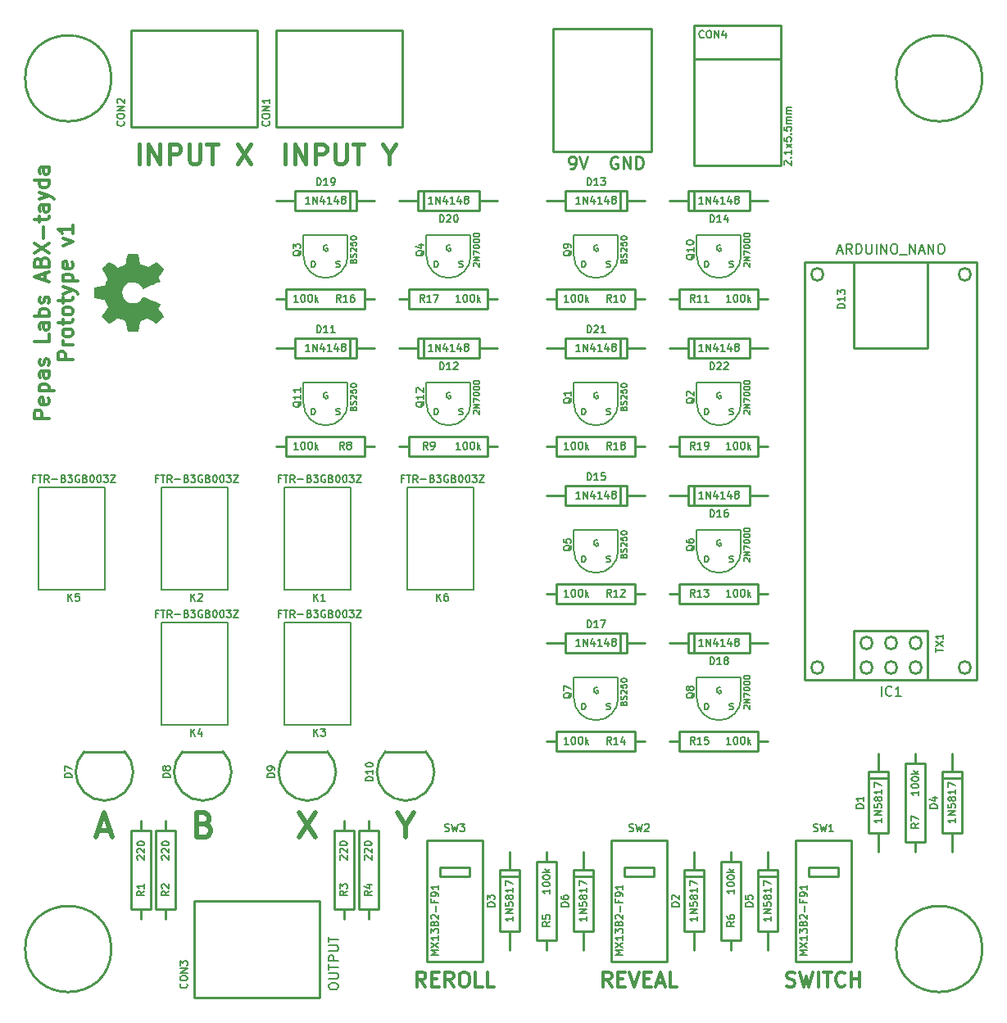
<source format=gto>
G04 (created by PCBNEW (2013-07-07 BZR 4022)-stable) date Mon 19 Oct 2020 04:14:25 AM CDT*
%MOIN*%
G04 Gerber Fmt 3.4, Leading zero omitted, Abs format*
%FSLAX34Y34*%
G01*
G70*
G90*
G04 APERTURE LIST*
%ADD10C,0.00590551*%
%ADD11C,0.012*%
%ADD12C,0.01*%
%ADD13C,0.02*%
%ADD14C,0.016*%
%ADD15C,0.008*%
%ADD16C,0.0001*%
%ADD17C,0.006*%
%ADD18C,0.005*%
G04 APERTURE END LIST*
G54D10*
G54D11*
X28742Y-74864D02*
X28142Y-74864D01*
X28142Y-74635D01*
X28171Y-74578D01*
X28200Y-74549D01*
X28257Y-74521D01*
X28342Y-74521D01*
X28400Y-74549D01*
X28428Y-74578D01*
X28457Y-74635D01*
X28457Y-74864D01*
X28714Y-74035D02*
X28742Y-74092D01*
X28742Y-74207D01*
X28714Y-74264D01*
X28657Y-74292D01*
X28428Y-74292D01*
X28371Y-74264D01*
X28342Y-74207D01*
X28342Y-74092D01*
X28371Y-74035D01*
X28428Y-74007D01*
X28485Y-74007D01*
X28542Y-74292D01*
X28342Y-73749D02*
X28942Y-73749D01*
X28371Y-73749D02*
X28342Y-73692D01*
X28342Y-73578D01*
X28371Y-73521D01*
X28400Y-73492D01*
X28457Y-73464D01*
X28628Y-73464D01*
X28685Y-73492D01*
X28714Y-73521D01*
X28742Y-73578D01*
X28742Y-73692D01*
X28714Y-73749D01*
X28742Y-72949D02*
X28428Y-72949D01*
X28371Y-72978D01*
X28342Y-73035D01*
X28342Y-73149D01*
X28371Y-73207D01*
X28714Y-72949D02*
X28742Y-73007D01*
X28742Y-73149D01*
X28714Y-73207D01*
X28657Y-73235D01*
X28600Y-73235D01*
X28542Y-73207D01*
X28514Y-73149D01*
X28514Y-73007D01*
X28485Y-72949D01*
X28714Y-72692D02*
X28742Y-72635D01*
X28742Y-72521D01*
X28714Y-72464D01*
X28657Y-72435D01*
X28628Y-72435D01*
X28571Y-72464D01*
X28542Y-72521D01*
X28542Y-72607D01*
X28514Y-72664D01*
X28457Y-72692D01*
X28428Y-72692D01*
X28371Y-72664D01*
X28342Y-72607D01*
X28342Y-72521D01*
X28371Y-72464D01*
X28742Y-71435D02*
X28742Y-71721D01*
X28142Y-71721D01*
X28742Y-70978D02*
X28428Y-70978D01*
X28371Y-71007D01*
X28342Y-71064D01*
X28342Y-71178D01*
X28371Y-71235D01*
X28714Y-70978D02*
X28742Y-71035D01*
X28742Y-71178D01*
X28714Y-71235D01*
X28657Y-71264D01*
X28600Y-71264D01*
X28542Y-71235D01*
X28514Y-71178D01*
X28514Y-71035D01*
X28485Y-70978D01*
X28742Y-70692D02*
X28142Y-70692D01*
X28371Y-70692D02*
X28342Y-70635D01*
X28342Y-70521D01*
X28371Y-70464D01*
X28400Y-70435D01*
X28457Y-70407D01*
X28628Y-70407D01*
X28685Y-70435D01*
X28714Y-70464D01*
X28742Y-70521D01*
X28742Y-70635D01*
X28714Y-70692D01*
X28714Y-70178D02*
X28742Y-70121D01*
X28742Y-70007D01*
X28714Y-69950D01*
X28657Y-69921D01*
X28628Y-69921D01*
X28571Y-69950D01*
X28542Y-70007D01*
X28542Y-70092D01*
X28514Y-70150D01*
X28457Y-70178D01*
X28428Y-70178D01*
X28371Y-70150D01*
X28342Y-70092D01*
X28342Y-70007D01*
X28371Y-69950D01*
X28571Y-69235D02*
X28571Y-68950D01*
X28742Y-69292D02*
X28142Y-69092D01*
X28742Y-68892D01*
X28428Y-68492D02*
X28457Y-68407D01*
X28485Y-68378D01*
X28542Y-68350D01*
X28628Y-68350D01*
X28685Y-68378D01*
X28714Y-68407D01*
X28742Y-68464D01*
X28742Y-68692D01*
X28142Y-68692D01*
X28142Y-68492D01*
X28171Y-68435D01*
X28200Y-68407D01*
X28257Y-68378D01*
X28314Y-68378D01*
X28371Y-68407D01*
X28400Y-68435D01*
X28428Y-68492D01*
X28428Y-68692D01*
X28142Y-68150D02*
X28742Y-67750D01*
X28142Y-67750D02*
X28742Y-68150D01*
X28514Y-67521D02*
X28514Y-67064D01*
X28342Y-66864D02*
X28342Y-66635D01*
X28142Y-66778D02*
X28657Y-66778D01*
X28714Y-66749D01*
X28742Y-66692D01*
X28742Y-66635D01*
X28742Y-66178D02*
X28428Y-66178D01*
X28371Y-66207D01*
X28342Y-66264D01*
X28342Y-66378D01*
X28371Y-66435D01*
X28714Y-66178D02*
X28742Y-66235D01*
X28742Y-66378D01*
X28714Y-66435D01*
X28657Y-66464D01*
X28600Y-66464D01*
X28542Y-66435D01*
X28514Y-66378D01*
X28514Y-66235D01*
X28485Y-66178D01*
X28342Y-65950D02*
X28742Y-65807D01*
X28342Y-65664D02*
X28742Y-65807D01*
X28885Y-65864D01*
X28914Y-65892D01*
X28942Y-65950D01*
X28742Y-65178D02*
X28142Y-65178D01*
X28714Y-65178D02*
X28742Y-65235D01*
X28742Y-65350D01*
X28714Y-65407D01*
X28685Y-65435D01*
X28628Y-65464D01*
X28457Y-65464D01*
X28400Y-65435D01*
X28371Y-65407D01*
X28342Y-65350D01*
X28342Y-65235D01*
X28371Y-65178D01*
X28742Y-64635D02*
X28428Y-64635D01*
X28371Y-64664D01*
X28342Y-64721D01*
X28342Y-64835D01*
X28371Y-64892D01*
X28714Y-64635D02*
X28742Y-64692D01*
X28742Y-64835D01*
X28714Y-64892D01*
X28657Y-64921D01*
X28600Y-64921D01*
X28542Y-64892D01*
X28514Y-64835D01*
X28514Y-64692D01*
X28485Y-64635D01*
X29702Y-72478D02*
X29102Y-72478D01*
X29102Y-72250D01*
X29131Y-72192D01*
X29160Y-72164D01*
X29217Y-72135D01*
X29302Y-72135D01*
X29360Y-72164D01*
X29388Y-72192D01*
X29417Y-72250D01*
X29417Y-72478D01*
X29702Y-71878D02*
X29302Y-71878D01*
X29417Y-71878D02*
X29360Y-71850D01*
X29331Y-71821D01*
X29302Y-71764D01*
X29302Y-71707D01*
X29702Y-71421D02*
X29674Y-71478D01*
X29645Y-71507D01*
X29588Y-71535D01*
X29417Y-71535D01*
X29360Y-71507D01*
X29331Y-71478D01*
X29302Y-71421D01*
X29302Y-71335D01*
X29331Y-71278D01*
X29360Y-71250D01*
X29417Y-71221D01*
X29588Y-71221D01*
X29645Y-71250D01*
X29674Y-71278D01*
X29702Y-71335D01*
X29702Y-71421D01*
X29302Y-71050D02*
X29302Y-70821D01*
X29102Y-70964D02*
X29617Y-70964D01*
X29674Y-70935D01*
X29702Y-70878D01*
X29702Y-70821D01*
X29702Y-70535D02*
X29674Y-70592D01*
X29645Y-70621D01*
X29588Y-70650D01*
X29417Y-70650D01*
X29360Y-70621D01*
X29331Y-70592D01*
X29302Y-70535D01*
X29302Y-70450D01*
X29331Y-70392D01*
X29360Y-70364D01*
X29417Y-70335D01*
X29588Y-70335D01*
X29645Y-70364D01*
X29674Y-70392D01*
X29702Y-70450D01*
X29702Y-70535D01*
X29302Y-70164D02*
X29302Y-69935D01*
X29102Y-70078D02*
X29617Y-70078D01*
X29674Y-70050D01*
X29702Y-69992D01*
X29702Y-69935D01*
X29302Y-69792D02*
X29702Y-69650D01*
X29302Y-69507D02*
X29702Y-69650D01*
X29845Y-69707D01*
X29874Y-69735D01*
X29902Y-69792D01*
X29302Y-69278D02*
X29902Y-69278D01*
X29331Y-69278D02*
X29302Y-69221D01*
X29302Y-69107D01*
X29331Y-69050D01*
X29360Y-69021D01*
X29417Y-68992D01*
X29588Y-68992D01*
X29645Y-69021D01*
X29674Y-69050D01*
X29702Y-69107D01*
X29702Y-69221D01*
X29674Y-69278D01*
X29674Y-68507D02*
X29702Y-68564D01*
X29702Y-68678D01*
X29674Y-68735D01*
X29617Y-68764D01*
X29388Y-68764D01*
X29331Y-68735D01*
X29302Y-68678D01*
X29302Y-68564D01*
X29331Y-68507D01*
X29388Y-68478D01*
X29445Y-68478D01*
X29502Y-68764D01*
X29302Y-67821D02*
X29702Y-67678D01*
X29302Y-67535D01*
X29702Y-66992D02*
X29702Y-67335D01*
X29702Y-67164D02*
X29102Y-67164D01*
X29188Y-67221D01*
X29245Y-67278D01*
X29274Y-67335D01*
G54D12*
X51869Y-64226D02*
X51821Y-64202D01*
X51750Y-64202D01*
X51678Y-64226D01*
X51630Y-64273D01*
X51607Y-64321D01*
X51583Y-64416D01*
X51583Y-64488D01*
X51607Y-64583D01*
X51630Y-64630D01*
X51678Y-64678D01*
X51750Y-64702D01*
X51797Y-64702D01*
X51869Y-64678D01*
X51892Y-64654D01*
X51892Y-64488D01*
X51797Y-64488D01*
X52107Y-64702D02*
X52107Y-64202D01*
X52392Y-64702D01*
X52392Y-64202D01*
X52630Y-64702D02*
X52630Y-64202D01*
X52750Y-64202D01*
X52821Y-64226D01*
X52869Y-64273D01*
X52892Y-64321D01*
X52916Y-64416D01*
X52916Y-64488D01*
X52892Y-64583D01*
X52869Y-64630D01*
X52821Y-64678D01*
X52750Y-64702D01*
X52630Y-64702D01*
X49940Y-64702D02*
X50035Y-64702D01*
X50083Y-64678D01*
X50107Y-64654D01*
X50154Y-64583D01*
X50178Y-64488D01*
X50178Y-64297D01*
X50154Y-64250D01*
X50130Y-64226D01*
X50083Y-64202D01*
X49988Y-64202D01*
X49940Y-64226D01*
X49916Y-64250D01*
X49892Y-64297D01*
X49892Y-64416D01*
X49916Y-64464D01*
X49940Y-64488D01*
X49988Y-64511D01*
X50083Y-64511D01*
X50130Y-64488D01*
X50154Y-64464D01*
X50178Y-64416D01*
X50321Y-64202D02*
X50488Y-64702D01*
X50654Y-64202D01*
G54D13*
X43250Y-91428D02*
X43250Y-91904D01*
X42916Y-90904D02*
X43250Y-91428D01*
X43583Y-90904D01*
X38916Y-90904D02*
X39583Y-91904D01*
X39583Y-90904D02*
X38916Y-91904D01*
X35071Y-91380D02*
X35214Y-91428D01*
X35261Y-91476D01*
X35309Y-91571D01*
X35309Y-91714D01*
X35261Y-91809D01*
X35214Y-91857D01*
X35119Y-91904D01*
X34738Y-91904D01*
X34738Y-90904D01*
X35071Y-90904D01*
X35166Y-90952D01*
X35214Y-91000D01*
X35261Y-91095D01*
X35261Y-91190D01*
X35214Y-91285D01*
X35166Y-91333D01*
X35071Y-91380D01*
X34738Y-91380D01*
X30761Y-91619D02*
X31238Y-91619D01*
X30666Y-91904D02*
X31000Y-90904D01*
X31333Y-91904D01*
G54D14*
X38360Y-64497D02*
X38360Y-63697D01*
X38741Y-64497D02*
X38741Y-63697D01*
X39198Y-64497D01*
X39198Y-63697D01*
X39579Y-64497D02*
X39579Y-63697D01*
X39884Y-63697D01*
X39960Y-63735D01*
X39998Y-63773D01*
X40036Y-63849D01*
X40036Y-63963D01*
X39998Y-64039D01*
X39960Y-64077D01*
X39884Y-64116D01*
X39579Y-64116D01*
X40379Y-63697D02*
X40379Y-64344D01*
X40417Y-64420D01*
X40455Y-64458D01*
X40532Y-64497D01*
X40684Y-64497D01*
X40760Y-64458D01*
X40798Y-64420D01*
X40836Y-64344D01*
X40836Y-63697D01*
X41103Y-63697D02*
X41560Y-63697D01*
X41332Y-64497D02*
X41332Y-63697D01*
X42589Y-64116D02*
X42589Y-64497D01*
X42322Y-63697D02*
X42589Y-64116D01*
X42855Y-63697D01*
X32417Y-64497D02*
X32417Y-63697D01*
X32798Y-64497D02*
X32798Y-63697D01*
X33255Y-64497D01*
X33255Y-63697D01*
X33636Y-64497D02*
X33636Y-63697D01*
X33940Y-63697D01*
X34017Y-63735D01*
X34055Y-63773D01*
X34093Y-63849D01*
X34093Y-63963D01*
X34055Y-64039D01*
X34017Y-64077D01*
X33940Y-64116D01*
X33636Y-64116D01*
X34436Y-63697D02*
X34436Y-64344D01*
X34474Y-64420D01*
X34512Y-64458D01*
X34588Y-64497D01*
X34740Y-64497D01*
X34817Y-64458D01*
X34855Y-64420D01*
X34893Y-64344D01*
X34893Y-63697D01*
X35159Y-63697D02*
X35617Y-63697D01*
X35388Y-64497D02*
X35388Y-63697D01*
X36417Y-63697D02*
X36950Y-64497D01*
X36950Y-63697D02*
X36417Y-64497D01*
G54D15*
X40116Y-98009D02*
X40116Y-97932D01*
X40135Y-97894D01*
X40173Y-97856D01*
X40249Y-97837D01*
X40382Y-97837D01*
X40459Y-97856D01*
X40497Y-97894D01*
X40516Y-97932D01*
X40516Y-98009D01*
X40497Y-98047D01*
X40459Y-98085D01*
X40382Y-98104D01*
X40249Y-98104D01*
X40173Y-98085D01*
X40135Y-98047D01*
X40116Y-98009D01*
X40116Y-97666D02*
X40440Y-97666D01*
X40478Y-97647D01*
X40497Y-97628D01*
X40516Y-97590D01*
X40516Y-97513D01*
X40497Y-97475D01*
X40478Y-97456D01*
X40440Y-97437D01*
X40116Y-97437D01*
X40116Y-97304D02*
X40116Y-97075D01*
X40516Y-97190D02*
X40116Y-97190D01*
X40516Y-96942D02*
X40116Y-96942D01*
X40116Y-96790D01*
X40135Y-96752D01*
X40154Y-96732D01*
X40192Y-96713D01*
X40249Y-96713D01*
X40287Y-96732D01*
X40306Y-96752D01*
X40325Y-96790D01*
X40325Y-96942D01*
X40116Y-96542D02*
X40440Y-96542D01*
X40478Y-96523D01*
X40497Y-96504D01*
X40516Y-96466D01*
X40516Y-96390D01*
X40497Y-96352D01*
X40478Y-96332D01*
X40440Y-96313D01*
X40116Y-96313D01*
X40116Y-96180D02*
X40116Y-95952D01*
X40516Y-96066D02*
X40116Y-96066D01*
G54D10*
X51900Y-74250D02*
X51900Y-73400D01*
X51900Y-73400D02*
X50100Y-73400D01*
X50100Y-73400D02*
X50100Y-74250D01*
X50100Y-74250D02*
G75*
G03X51000Y-75150I900J0D01*
G74*
G01*
X51000Y-75150D02*
G75*
G03X51900Y-74250I0J900D01*
G74*
G01*
X45900Y-68250D02*
X45900Y-67400D01*
X45900Y-67400D02*
X44100Y-67400D01*
X44100Y-67400D02*
X44100Y-68250D01*
X44100Y-68250D02*
G75*
G03X45000Y-69150I900J0D01*
G74*
G01*
X45000Y-69150D02*
G75*
G03X45900Y-68250I0J900D01*
G74*
G01*
X56900Y-86250D02*
X56900Y-85400D01*
X56900Y-85400D02*
X55100Y-85400D01*
X55100Y-85400D02*
X55100Y-86250D01*
X55100Y-86250D02*
G75*
G03X56000Y-87150I900J0D01*
G74*
G01*
X56000Y-87150D02*
G75*
G03X56900Y-86250I0J900D01*
G74*
G01*
X56900Y-74250D02*
X56900Y-73400D01*
X56900Y-73400D02*
X55100Y-73400D01*
X55100Y-73400D02*
X55100Y-74250D01*
X55100Y-74250D02*
G75*
G03X56000Y-75150I900J0D01*
G74*
G01*
X56000Y-75150D02*
G75*
G03X56900Y-74250I0J900D01*
G74*
G01*
X40900Y-74250D02*
X40900Y-73400D01*
X40900Y-73400D02*
X39100Y-73400D01*
X39100Y-73400D02*
X39100Y-74250D01*
X39100Y-74250D02*
G75*
G03X40000Y-75150I900J0D01*
G74*
G01*
X40000Y-75150D02*
G75*
G03X40900Y-74250I0J900D01*
G74*
G01*
X51900Y-80250D02*
X51900Y-79400D01*
X51900Y-79400D02*
X50100Y-79400D01*
X50100Y-79400D02*
X50100Y-80250D01*
X50100Y-80250D02*
G75*
G03X51000Y-81150I900J0D01*
G74*
G01*
X51000Y-81150D02*
G75*
G03X51900Y-80250I0J900D01*
G74*
G01*
X56900Y-80250D02*
X56900Y-79400D01*
X56900Y-79400D02*
X55100Y-79400D01*
X55100Y-79400D02*
X55100Y-80250D01*
X55100Y-80250D02*
G75*
G03X56000Y-81150I900J0D01*
G74*
G01*
X56000Y-81150D02*
G75*
G03X56900Y-80250I0J900D01*
G74*
G01*
X56900Y-68250D02*
X56900Y-67400D01*
X56900Y-67400D02*
X55100Y-67400D01*
X55100Y-67400D02*
X55100Y-68250D01*
X55100Y-68250D02*
G75*
G03X56000Y-69150I900J0D01*
G74*
G01*
X56000Y-69150D02*
G75*
G03X56900Y-68250I0J900D01*
G74*
G01*
X51900Y-68250D02*
X51900Y-67400D01*
X51900Y-67400D02*
X50100Y-67400D01*
X50100Y-67400D02*
X50100Y-68250D01*
X50100Y-68250D02*
G75*
G03X51000Y-69150I900J0D01*
G74*
G01*
X51000Y-69150D02*
G75*
G03X51900Y-68250I0J900D01*
G74*
G01*
X45900Y-74250D02*
X45900Y-73400D01*
X45900Y-73400D02*
X44100Y-73400D01*
X44100Y-73400D02*
X44100Y-74250D01*
X44100Y-74250D02*
G75*
G03X45000Y-75150I900J0D01*
G74*
G01*
X45000Y-75150D02*
G75*
G03X45900Y-74250I0J900D01*
G74*
G01*
X40900Y-68250D02*
X40900Y-67400D01*
X40900Y-67400D02*
X39100Y-67400D01*
X39100Y-67400D02*
X39100Y-68250D01*
X39100Y-68250D02*
G75*
G03X40000Y-69150I900J0D01*
G74*
G01*
X40000Y-69150D02*
G75*
G03X40900Y-68250I0J900D01*
G74*
G01*
X51900Y-86250D02*
X51900Y-85400D01*
X51900Y-85400D02*
X50100Y-85400D01*
X50100Y-85400D02*
X50100Y-86250D01*
X50100Y-86250D02*
G75*
G03X51000Y-87150I900J0D01*
G74*
G01*
X51000Y-87150D02*
G75*
G03X51900Y-86250I0J900D01*
G74*
G01*
G54D12*
X39763Y-98425D02*
X39763Y-94488D01*
X34645Y-98425D02*
X34645Y-94488D01*
X34645Y-98425D02*
X39763Y-98425D01*
X34645Y-94488D02*
X39763Y-94488D01*
X37992Y-59055D02*
X37992Y-62992D01*
X43110Y-59055D02*
X43110Y-62992D01*
X43110Y-59055D02*
X37992Y-59055D01*
X43110Y-62992D02*
X37992Y-62992D01*
X32086Y-59055D02*
X32086Y-62992D01*
X37204Y-59055D02*
X37204Y-62992D01*
X37204Y-59055D02*
X32086Y-59055D01*
X37204Y-62992D02*
X32086Y-62992D01*
X54000Y-76000D02*
X54400Y-76000D01*
X54400Y-76000D02*
X54400Y-75600D01*
X54400Y-75600D02*
X57600Y-75600D01*
X57600Y-75600D02*
X57600Y-76400D01*
X57600Y-76400D02*
X54400Y-76400D01*
X54400Y-76400D02*
X54400Y-76000D01*
X58000Y-76000D02*
X57600Y-76000D01*
X42000Y-70000D02*
X41600Y-70000D01*
X41600Y-70000D02*
X41600Y-70400D01*
X41600Y-70400D02*
X38400Y-70400D01*
X38400Y-70400D02*
X38400Y-69600D01*
X38400Y-69600D02*
X41600Y-69600D01*
X41600Y-69600D02*
X41600Y-70000D01*
X38000Y-70000D02*
X38400Y-70000D01*
X53000Y-76000D02*
X52600Y-76000D01*
X52600Y-76000D02*
X52600Y-76400D01*
X52600Y-76400D02*
X49400Y-76400D01*
X49400Y-76400D02*
X49400Y-75600D01*
X49400Y-75600D02*
X52600Y-75600D01*
X52600Y-75600D02*
X52600Y-76000D01*
X49000Y-76000D02*
X49400Y-76000D01*
X53000Y-82000D02*
X52600Y-82000D01*
X52600Y-82000D02*
X52600Y-82400D01*
X52600Y-82400D02*
X49400Y-82400D01*
X49400Y-82400D02*
X49400Y-81600D01*
X49400Y-81600D02*
X52600Y-81600D01*
X52600Y-81600D02*
X52600Y-82000D01*
X49000Y-82000D02*
X49400Y-82000D01*
X43000Y-70000D02*
X43400Y-70000D01*
X43400Y-70000D02*
X43400Y-69600D01*
X43400Y-69600D02*
X46600Y-69600D01*
X46600Y-69600D02*
X46600Y-70400D01*
X46600Y-70400D02*
X43400Y-70400D01*
X43400Y-70400D02*
X43400Y-70000D01*
X47000Y-70000D02*
X46600Y-70000D01*
X43000Y-76000D02*
X43400Y-76000D01*
X43400Y-76000D02*
X43400Y-75600D01*
X43400Y-75600D02*
X46600Y-75600D01*
X46600Y-75600D02*
X46600Y-76400D01*
X46600Y-76400D02*
X43400Y-76400D01*
X43400Y-76400D02*
X43400Y-76000D01*
X47000Y-76000D02*
X46600Y-76000D01*
X54000Y-82000D02*
X54400Y-82000D01*
X54400Y-82000D02*
X54400Y-81600D01*
X54400Y-81600D02*
X57600Y-81600D01*
X57600Y-81600D02*
X57600Y-82400D01*
X57600Y-82400D02*
X54400Y-82400D01*
X54400Y-82400D02*
X54400Y-82000D01*
X58000Y-82000D02*
X57600Y-82000D01*
X53000Y-88000D02*
X52600Y-88000D01*
X52600Y-88000D02*
X52600Y-88400D01*
X52600Y-88400D02*
X49400Y-88400D01*
X49400Y-88400D02*
X49400Y-87600D01*
X49400Y-87600D02*
X52600Y-87600D01*
X52600Y-87600D02*
X52600Y-88000D01*
X49000Y-88000D02*
X49400Y-88000D01*
X54000Y-88000D02*
X54400Y-88000D01*
X54400Y-88000D02*
X54400Y-87600D01*
X54400Y-87600D02*
X57600Y-87600D01*
X57600Y-87600D02*
X57600Y-88400D01*
X57600Y-88400D02*
X54400Y-88400D01*
X54400Y-88400D02*
X54400Y-88000D01*
X58000Y-88000D02*
X57600Y-88000D01*
X53000Y-70000D02*
X52600Y-70000D01*
X52600Y-70000D02*
X52600Y-70400D01*
X52600Y-70400D02*
X49400Y-70400D01*
X49400Y-70400D02*
X49400Y-69600D01*
X49400Y-69600D02*
X52600Y-69600D01*
X52600Y-69600D02*
X52600Y-70000D01*
X49000Y-70000D02*
X49400Y-70000D01*
X54000Y-70000D02*
X54400Y-70000D01*
X54400Y-70000D02*
X54400Y-69600D01*
X54400Y-69600D02*
X57600Y-69600D01*
X57600Y-69600D02*
X57600Y-70400D01*
X57600Y-70400D02*
X54400Y-70400D01*
X54400Y-70400D02*
X54400Y-70000D01*
X58000Y-70000D02*
X57600Y-70000D01*
X42000Y-76000D02*
X41600Y-76000D01*
X41600Y-76000D02*
X41600Y-76400D01*
X41600Y-76400D02*
X38400Y-76400D01*
X38400Y-76400D02*
X38400Y-75600D01*
X38400Y-75600D02*
X41600Y-75600D01*
X41600Y-75600D02*
X41600Y-76000D01*
X38000Y-76000D02*
X38400Y-76000D01*
X49000Y-96500D02*
X49000Y-96100D01*
X49000Y-96100D02*
X48600Y-96100D01*
X48600Y-96100D02*
X48600Y-92900D01*
X48600Y-92900D02*
X49400Y-92900D01*
X49400Y-92900D02*
X49400Y-96100D01*
X49400Y-96100D02*
X49000Y-96100D01*
X49000Y-92500D02*
X49000Y-92900D01*
X56500Y-96500D02*
X56500Y-96100D01*
X56500Y-96100D02*
X56100Y-96100D01*
X56100Y-96100D02*
X56100Y-92900D01*
X56100Y-92900D02*
X56900Y-92900D01*
X56900Y-92900D02*
X56900Y-96100D01*
X56900Y-96100D02*
X56500Y-96100D01*
X56500Y-92500D02*
X56500Y-92900D01*
X64000Y-92500D02*
X64000Y-92100D01*
X64000Y-92100D02*
X63600Y-92100D01*
X63600Y-92100D02*
X63600Y-88900D01*
X63600Y-88900D02*
X64400Y-88900D01*
X64400Y-88900D02*
X64400Y-92100D01*
X64400Y-92100D02*
X64000Y-92100D01*
X64000Y-88500D02*
X64000Y-88900D01*
X40750Y-95250D02*
X40750Y-94850D01*
X40750Y-94850D02*
X40350Y-94850D01*
X40350Y-94850D02*
X40350Y-91650D01*
X40350Y-91650D02*
X41150Y-91650D01*
X41150Y-91650D02*
X41150Y-94850D01*
X41150Y-94850D02*
X40750Y-94850D01*
X40750Y-91250D02*
X40750Y-91650D01*
X41750Y-95250D02*
X41750Y-94850D01*
X41750Y-94850D02*
X41350Y-94850D01*
X41350Y-94850D02*
X41350Y-91650D01*
X41350Y-91650D02*
X42150Y-91650D01*
X42150Y-91650D02*
X42150Y-94850D01*
X42150Y-94850D02*
X41750Y-94850D01*
X41750Y-91250D02*
X41750Y-91650D01*
X33500Y-95250D02*
X33500Y-94850D01*
X33500Y-94850D02*
X33100Y-94850D01*
X33100Y-94850D02*
X33100Y-91650D01*
X33100Y-91650D02*
X33900Y-91650D01*
X33900Y-91650D02*
X33900Y-94850D01*
X33900Y-94850D02*
X33500Y-94850D01*
X33500Y-91250D02*
X33500Y-91650D01*
X32500Y-95250D02*
X32500Y-94850D01*
X32500Y-94850D02*
X32100Y-94850D01*
X32100Y-94850D02*
X32100Y-91650D01*
X32100Y-91650D02*
X32900Y-91650D01*
X32900Y-91650D02*
X32900Y-94850D01*
X32900Y-94850D02*
X32500Y-94850D01*
X32500Y-91250D02*
X32500Y-91650D01*
X34173Y-88423D02*
X35826Y-88423D01*
X35826Y-90076D02*
G75*
G03X35826Y-88423I-826J826D01*
G74*
G01*
X34173Y-90076D02*
G75*
G03X35826Y-90076I826J826D01*
G74*
G01*
X34173Y-88423D02*
G75*
G03X34173Y-90076I826J-826D01*
G74*
G01*
X38423Y-88423D02*
X40076Y-88423D01*
X40076Y-90076D02*
G75*
G03X40076Y-88423I-826J826D01*
G74*
G01*
X38423Y-90076D02*
G75*
G03X40076Y-90076I826J826D01*
G74*
G01*
X38423Y-88423D02*
G75*
G03X38423Y-90076I826J-826D01*
G74*
G01*
X42423Y-88423D02*
X44076Y-88423D01*
X44076Y-90076D02*
G75*
G03X44076Y-88423I-826J826D01*
G74*
G01*
X42423Y-90076D02*
G75*
G03X44076Y-90076I826J826D01*
G74*
G01*
X42423Y-88423D02*
G75*
G03X42423Y-90076I826J-826D01*
G74*
G01*
X30173Y-88423D02*
X31826Y-88423D01*
X31826Y-90076D02*
G75*
G03X31826Y-88423I-826J826D01*
G74*
G01*
X30173Y-90076D02*
G75*
G03X31826Y-90076I826J826D01*
G74*
G01*
X30173Y-88423D02*
G75*
G03X30173Y-90076I826J-826D01*
G74*
G01*
X65500Y-92500D02*
X65500Y-91750D01*
X65500Y-89250D02*
X65500Y-88500D01*
X65100Y-89500D02*
X65900Y-89500D01*
X65900Y-91750D02*
X65900Y-89250D01*
X65100Y-91750D02*
X65900Y-91750D01*
X65100Y-89250D02*
X65900Y-89250D01*
X65100Y-91750D02*
X65100Y-89250D01*
X62500Y-92500D02*
X62500Y-91750D01*
X62500Y-89250D02*
X62500Y-88500D01*
X62100Y-89500D02*
X62900Y-89500D01*
X62900Y-91750D02*
X62900Y-89250D01*
X62100Y-91750D02*
X62900Y-91750D01*
X62100Y-89250D02*
X62900Y-89250D01*
X62100Y-91750D02*
X62100Y-89250D01*
X55000Y-96500D02*
X55000Y-95750D01*
X55000Y-93250D02*
X55000Y-92500D01*
X54600Y-93500D02*
X55400Y-93500D01*
X55400Y-95750D02*
X55400Y-93250D01*
X54600Y-95750D02*
X55400Y-95750D01*
X54600Y-93250D02*
X55400Y-93250D01*
X54600Y-95750D02*
X54600Y-93250D01*
X47500Y-96500D02*
X47500Y-95750D01*
X47500Y-93250D02*
X47500Y-92500D01*
X47100Y-93500D02*
X47900Y-93500D01*
X47900Y-95750D02*
X47900Y-93250D01*
X47100Y-95750D02*
X47900Y-95750D01*
X47100Y-93250D02*
X47900Y-93250D01*
X47100Y-95750D02*
X47100Y-93250D01*
X58000Y-96500D02*
X58000Y-95750D01*
X58000Y-93250D02*
X58000Y-92500D01*
X57600Y-93500D02*
X58400Y-93500D01*
X58400Y-95750D02*
X58400Y-93250D01*
X57600Y-95750D02*
X58400Y-95750D01*
X57600Y-93250D02*
X58400Y-93250D01*
X57600Y-95750D02*
X57600Y-93250D01*
X50500Y-96500D02*
X50500Y-95750D01*
X50500Y-93250D02*
X50500Y-92500D01*
X50100Y-93500D02*
X50900Y-93500D01*
X50900Y-95750D02*
X50900Y-93250D01*
X50100Y-95750D02*
X50900Y-95750D01*
X50100Y-93250D02*
X50900Y-93250D01*
X50100Y-95750D02*
X50100Y-93250D01*
G54D10*
X39750Y-81850D02*
X38332Y-81850D01*
X38332Y-81850D02*
X38332Y-77677D01*
X38332Y-77677D02*
X41009Y-77677D01*
X41009Y-77677D02*
X41009Y-81850D01*
X41009Y-81850D02*
X39750Y-81850D01*
X34750Y-81850D02*
X33332Y-81850D01*
X33332Y-81850D02*
X33332Y-77677D01*
X33332Y-77677D02*
X36009Y-77677D01*
X36009Y-77677D02*
X36009Y-81850D01*
X36009Y-81850D02*
X34750Y-81850D01*
X39750Y-87350D02*
X38332Y-87350D01*
X38332Y-87350D02*
X38332Y-83177D01*
X38332Y-83177D02*
X41009Y-83177D01*
X41009Y-83177D02*
X41009Y-87350D01*
X41009Y-87350D02*
X39750Y-87350D01*
X34750Y-87350D02*
X33332Y-87350D01*
X33332Y-87350D02*
X33332Y-83177D01*
X33332Y-83177D02*
X36009Y-83177D01*
X36009Y-83177D02*
X36009Y-87350D01*
X36009Y-87350D02*
X34750Y-87350D01*
X29750Y-81850D02*
X28332Y-81850D01*
X28332Y-81850D02*
X28332Y-77677D01*
X28332Y-77677D02*
X31009Y-77677D01*
X31009Y-77677D02*
X31009Y-81850D01*
X31009Y-81850D02*
X29750Y-81850D01*
X44750Y-81850D02*
X43332Y-81850D01*
X43332Y-81850D02*
X43332Y-77677D01*
X43332Y-77677D02*
X46009Y-77677D01*
X46009Y-77677D02*
X46009Y-81850D01*
X46009Y-81850D02*
X44750Y-81850D01*
G54D12*
X38000Y-72000D02*
X38750Y-72000D01*
X41250Y-72000D02*
X42000Y-72000D01*
X41000Y-71600D02*
X41000Y-72400D01*
X38750Y-72400D02*
X41250Y-72400D01*
X38750Y-71600D02*
X38750Y-72400D01*
X41250Y-71600D02*
X41250Y-72400D01*
X38750Y-71600D02*
X41250Y-71600D01*
X47000Y-72000D02*
X46250Y-72000D01*
X43750Y-72000D02*
X43000Y-72000D01*
X44000Y-72400D02*
X44000Y-71600D01*
X46250Y-71600D02*
X43750Y-71600D01*
X46250Y-72400D02*
X46250Y-71600D01*
X43750Y-72400D02*
X43750Y-71600D01*
X46250Y-72400D02*
X43750Y-72400D01*
X58000Y-66000D02*
X57250Y-66000D01*
X54750Y-66000D02*
X54000Y-66000D01*
X55000Y-66400D02*
X55000Y-65600D01*
X57250Y-65600D02*
X54750Y-65600D01*
X57250Y-66400D02*
X57250Y-65600D01*
X54750Y-66400D02*
X54750Y-65600D01*
X57250Y-66400D02*
X54750Y-66400D01*
X49000Y-66000D02*
X49750Y-66000D01*
X52250Y-66000D02*
X53000Y-66000D01*
X52000Y-65600D02*
X52000Y-66400D01*
X49750Y-66400D02*
X52250Y-66400D01*
X49750Y-65600D02*
X49750Y-66400D01*
X52250Y-65600D02*
X52250Y-66400D01*
X49750Y-65600D02*
X52250Y-65600D01*
X47000Y-66000D02*
X46250Y-66000D01*
X43750Y-66000D02*
X43000Y-66000D01*
X44000Y-66400D02*
X44000Y-65600D01*
X46250Y-65600D02*
X43750Y-65600D01*
X46250Y-66400D02*
X46250Y-65600D01*
X43750Y-66400D02*
X43750Y-65600D01*
X46250Y-66400D02*
X43750Y-66400D01*
X38000Y-66000D02*
X38750Y-66000D01*
X41250Y-66000D02*
X42000Y-66000D01*
X41000Y-65600D02*
X41000Y-66400D01*
X38750Y-66400D02*
X41250Y-66400D01*
X38750Y-65600D02*
X38750Y-66400D01*
X41250Y-65600D02*
X41250Y-66400D01*
X38750Y-65600D02*
X41250Y-65600D01*
X49000Y-84000D02*
X49750Y-84000D01*
X52250Y-84000D02*
X53000Y-84000D01*
X52000Y-83600D02*
X52000Y-84400D01*
X49750Y-84400D02*
X52250Y-84400D01*
X49750Y-83600D02*
X49750Y-84400D01*
X52250Y-83600D02*
X52250Y-84400D01*
X49750Y-83600D02*
X52250Y-83600D01*
X58000Y-84000D02*
X57250Y-84000D01*
X54750Y-84000D02*
X54000Y-84000D01*
X55000Y-84400D02*
X55000Y-83600D01*
X57250Y-83600D02*
X54750Y-83600D01*
X57250Y-84400D02*
X57250Y-83600D01*
X54750Y-84400D02*
X54750Y-83600D01*
X57250Y-84400D02*
X54750Y-84400D01*
X58000Y-72000D02*
X57250Y-72000D01*
X54750Y-72000D02*
X54000Y-72000D01*
X55000Y-72400D02*
X55000Y-71600D01*
X57250Y-71600D02*
X54750Y-71600D01*
X57250Y-72400D02*
X57250Y-71600D01*
X54750Y-72400D02*
X54750Y-71600D01*
X57250Y-72400D02*
X54750Y-72400D01*
X49000Y-72000D02*
X49750Y-72000D01*
X52250Y-72000D02*
X53000Y-72000D01*
X52000Y-71600D02*
X52000Y-72400D01*
X49750Y-72400D02*
X52250Y-72400D01*
X49750Y-71600D02*
X49750Y-72400D01*
X52250Y-71600D02*
X52250Y-72400D01*
X49750Y-71600D02*
X52250Y-71600D01*
X49000Y-78000D02*
X49750Y-78000D01*
X52250Y-78000D02*
X53000Y-78000D01*
X52000Y-77600D02*
X52000Y-78400D01*
X49750Y-78400D02*
X52250Y-78400D01*
X49750Y-77600D02*
X49750Y-78400D01*
X52250Y-77600D02*
X52250Y-78400D01*
X49750Y-77600D02*
X52250Y-77600D01*
X58000Y-78000D02*
X57250Y-78000D01*
X54750Y-78000D02*
X54000Y-78000D01*
X55000Y-78400D02*
X55000Y-77600D01*
X57250Y-77600D02*
X54750Y-77600D01*
X57250Y-78400D02*
X57250Y-77600D01*
X54750Y-78400D02*
X54750Y-77600D01*
X57250Y-78400D02*
X54750Y-78400D01*
X66250Y-69000D02*
G75*
G03X66250Y-69000I-250J0D01*
G74*
G01*
X60250Y-69000D02*
G75*
G03X60250Y-69000I-250J0D01*
G74*
G01*
X66250Y-85000D02*
G75*
G03X66250Y-85000I-250J0D01*
G74*
G01*
X60250Y-85000D02*
G75*
G03X60250Y-85000I-250J0D01*
G74*
G01*
X66500Y-85500D02*
X66500Y-68500D01*
X59500Y-68500D02*
X59500Y-85500D01*
X61500Y-85500D02*
X61500Y-83500D01*
X61500Y-83500D02*
X64500Y-83500D01*
X64500Y-83500D02*
X64500Y-85500D01*
X62250Y-84000D02*
G75*
G03X62250Y-84000I-250J0D01*
G74*
G01*
X62250Y-85000D02*
G75*
G03X62250Y-85000I-250J0D01*
G74*
G01*
X63250Y-84000D02*
G75*
G03X63250Y-84000I-250J0D01*
G74*
G01*
X64250Y-84000D02*
G75*
G03X64250Y-84000I-250J0D01*
G74*
G01*
X64250Y-85000D02*
G75*
G03X64250Y-85000I-250J0D01*
G74*
G01*
X63250Y-85000D02*
G75*
G03X63250Y-85000I-250J0D01*
G74*
G01*
X64500Y-68500D02*
X64500Y-72000D01*
X64500Y-72000D02*
X61500Y-72000D01*
X61500Y-72000D02*
X61500Y-68500D01*
X59500Y-85500D02*
X66500Y-85500D01*
X66500Y-68500D02*
X59500Y-68500D01*
X31277Y-61023D02*
G75*
G03X31277Y-61023I-1750J0D01*
G74*
G01*
X66710Y-61023D02*
G75*
G03X66710Y-61023I-1750J0D01*
G74*
G01*
X66710Y-96456D02*
G75*
G03X66710Y-96456I-1750J0D01*
G74*
G01*
X31277Y-96456D02*
G75*
G03X31277Y-96456I-1750J0D01*
G74*
G01*
X59659Y-93122D02*
X60840Y-93122D01*
X60840Y-93122D02*
X60840Y-93515D01*
X60840Y-93515D02*
X59659Y-93515D01*
X59659Y-93515D02*
X59659Y-93122D01*
X59108Y-92019D02*
X61391Y-92019D01*
X61391Y-92019D02*
X61391Y-96980D01*
X61391Y-96980D02*
X59108Y-96980D01*
X59108Y-96980D02*
X59108Y-92019D01*
X52159Y-93122D02*
X53340Y-93122D01*
X53340Y-93122D02*
X53340Y-93515D01*
X53340Y-93515D02*
X52159Y-93515D01*
X52159Y-93515D02*
X52159Y-93122D01*
X51608Y-92019D02*
X53891Y-92019D01*
X53891Y-92019D02*
X53891Y-96980D01*
X53891Y-96980D02*
X51608Y-96980D01*
X51608Y-96980D02*
X51608Y-92019D01*
X44659Y-93122D02*
X45840Y-93122D01*
X45840Y-93122D02*
X45840Y-93515D01*
X45840Y-93515D02*
X44659Y-93515D01*
X44659Y-93515D02*
X44659Y-93122D01*
X44108Y-92019D02*
X46391Y-92019D01*
X46391Y-92019D02*
X46391Y-96980D01*
X46391Y-96980D02*
X44108Y-96980D01*
X44108Y-96980D02*
X44108Y-92019D01*
X58522Y-60235D02*
X54978Y-60235D01*
X58522Y-58857D02*
X54978Y-58857D01*
X54978Y-58857D02*
X54978Y-64566D01*
X54978Y-64566D02*
X58522Y-64566D01*
X58522Y-64566D02*
X58522Y-58857D01*
X49250Y-59000D02*
X53250Y-59000D01*
X53250Y-59000D02*
X53250Y-64000D01*
X53250Y-64000D02*
X49250Y-64000D01*
X49250Y-64000D02*
X49250Y-59000D01*
G54D16*
G36*
X33414Y-70704D02*
X33406Y-70688D01*
X33383Y-70651D01*
X33348Y-70598D01*
X33307Y-70536D01*
X33264Y-70474D01*
X33230Y-70423D01*
X33207Y-70387D01*
X33199Y-70372D01*
X33201Y-70364D01*
X33216Y-70334D01*
X33238Y-70291D01*
X33251Y-70266D01*
X33268Y-70227D01*
X33272Y-70207D01*
X33266Y-70204D01*
X33236Y-70189D01*
X33184Y-70167D01*
X33116Y-70137D01*
X33036Y-70103D01*
X32950Y-70066D01*
X32862Y-70030D01*
X32778Y-69995D01*
X32703Y-69964D01*
X32642Y-69939D01*
X32599Y-69923D01*
X32581Y-69917D01*
X32577Y-69919D01*
X32558Y-69939D01*
X32532Y-69973D01*
X32471Y-70048D01*
X32379Y-70121D01*
X32275Y-70166D01*
X32159Y-70181D01*
X32052Y-70168D01*
X31949Y-70126D01*
X31856Y-70054D01*
X31787Y-69967D01*
X31743Y-69865D01*
X31729Y-69750D01*
X31741Y-69640D01*
X31783Y-69535D01*
X31854Y-69442D01*
X31899Y-69403D01*
X31993Y-69349D01*
X32094Y-69318D01*
X32119Y-69315D01*
X32230Y-69319D01*
X32336Y-69352D01*
X32431Y-69410D01*
X32508Y-69491D01*
X32516Y-69502D01*
X32544Y-69539D01*
X32563Y-69564D01*
X32579Y-69584D01*
X32918Y-69443D01*
X32972Y-69421D01*
X33065Y-69382D01*
X33145Y-69348D01*
X33208Y-69321D01*
X33251Y-69302D01*
X33268Y-69294D01*
X33269Y-69293D01*
X33271Y-69281D01*
X33261Y-69255D01*
X33238Y-69208D01*
X33222Y-69176D01*
X33205Y-69140D01*
X33199Y-69124D01*
X33206Y-69110D01*
X33229Y-69076D01*
X33262Y-69025D01*
X33303Y-68965D01*
X33343Y-68907D01*
X33378Y-68854D01*
X33402Y-68815D01*
X33413Y-68796D01*
X33413Y-68793D01*
X33403Y-68777D01*
X33378Y-68746D01*
X33334Y-68700D01*
X33270Y-68635D01*
X33260Y-68625D01*
X33205Y-68571D01*
X33159Y-68527D01*
X33127Y-68498D01*
X33112Y-68488D01*
X33112Y-68488D01*
X33093Y-68497D01*
X33055Y-68522D01*
X33001Y-68557D01*
X32938Y-68600D01*
X32775Y-68712D01*
X32621Y-68650D01*
X32574Y-68631D01*
X32517Y-68607D01*
X32476Y-68590D01*
X32458Y-68580D01*
X32452Y-68564D01*
X32442Y-68521D01*
X32429Y-68460D01*
X32416Y-68388D01*
X32403Y-68318D01*
X32391Y-68255D01*
X32382Y-68210D01*
X32378Y-68190D01*
X32375Y-68185D01*
X32365Y-68181D01*
X32344Y-68178D01*
X32306Y-68177D01*
X32246Y-68176D01*
X32159Y-68176D01*
X32150Y-68176D01*
X32067Y-68177D01*
X32001Y-68178D01*
X31958Y-68180D01*
X31941Y-68183D01*
X31941Y-68183D01*
X31936Y-68203D01*
X31927Y-68247D01*
X31914Y-68310D01*
X31900Y-68385D01*
X31899Y-68389D01*
X31885Y-68464D01*
X31872Y-68526D01*
X31862Y-68570D01*
X31856Y-68588D01*
X31851Y-68592D01*
X31822Y-68607D01*
X31776Y-68629D01*
X31719Y-68653D01*
X31661Y-68678D01*
X31608Y-68699D01*
X31569Y-68713D01*
X31551Y-68717D01*
X31551Y-68717D01*
X31533Y-68706D01*
X31494Y-68680D01*
X31441Y-68644D01*
X31377Y-68600D01*
X31372Y-68597D01*
X31309Y-68554D01*
X31256Y-68519D01*
X31218Y-68496D01*
X31201Y-68488D01*
X31200Y-68488D01*
X31181Y-68502D01*
X31146Y-68534D01*
X31098Y-68580D01*
X31042Y-68635D01*
X31025Y-68653D01*
X30965Y-68714D01*
X30926Y-68756D01*
X30905Y-68783D01*
X30900Y-68796D01*
X30901Y-68796D01*
X30912Y-68815D01*
X30938Y-68855D01*
X30975Y-68909D01*
X31018Y-68973D01*
X31021Y-68977D01*
X31064Y-69040D01*
X31099Y-69092D01*
X31124Y-69130D01*
X31134Y-69146D01*
X31134Y-69149D01*
X31126Y-69174D01*
X31111Y-69219D01*
X31089Y-69274D01*
X31066Y-69332D01*
X31044Y-69385D01*
X31025Y-69425D01*
X31015Y-69444D01*
X31014Y-69444D01*
X30991Y-69451D01*
X30944Y-69462D01*
X30879Y-69475D01*
X30802Y-69490D01*
X30790Y-69492D01*
X30715Y-69506D01*
X30653Y-69518D01*
X30610Y-69527D01*
X30592Y-69532D01*
X30590Y-69542D01*
X30587Y-69579D01*
X30586Y-69635D01*
X30585Y-69703D01*
X30586Y-69774D01*
X30587Y-69843D01*
X30589Y-69903D01*
X30592Y-69945D01*
X30596Y-69963D01*
X30597Y-69964D01*
X30620Y-69970D01*
X30667Y-69980D01*
X30732Y-69994D01*
X30810Y-70009D01*
X30823Y-70011D01*
X30898Y-70025D01*
X30959Y-70038D01*
X31002Y-70047D01*
X31018Y-70052D01*
X31022Y-70058D01*
X31035Y-70089D01*
X31056Y-70139D01*
X31081Y-70202D01*
X31140Y-70346D01*
X31018Y-70522D01*
X31007Y-70539D01*
X30964Y-70602D01*
X30929Y-70655D01*
X30906Y-70691D01*
X30897Y-70706D01*
X30898Y-70707D01*
X30913Y-70725D01*
X30946Y-70760D01*
X30993Y-70808D01*
X31048Y-70863D01*
X31089Y-70904D01*
X31139Y-70953D01*
X31172Y-70984D01*
X31194Y-71001D01*
X31207Y-71007D01*
X31215Y-71005D01*
X31233Y-70994D01*
X31272Y-70968D01*
X31326Y-70932D01*
X31388Y-70889D01*
X31441Y-70853D01*
X31500Y-70815D01*
X31542Y-70790D01*
X31563Y-70781D01*
X31572Y-70783D01*
X31606Y-70796D01*
X31659Y-70817D01*
X31721Y-70843D01*
X31861Y-70905D01*
X31878Y-70997D01*
X31889Y-71052D01*
X31904Y-71130D01*
X31918Y-71204D01*
X31941Y-71320D01*
X32367Y-71324D01*
X32375Y-71306D01*
X32380Y-71289D01*
X32389Y-71246D01*
X32401Y-71185D01*
X32415Y-71112D01*
X32427Y-71051D01*
X32438Y-70988D01*
X32447Y-70944D01*
X32451Y-70924D01*
X32458Y-70919D01*
X32488Y-70903D01*
X32536Y-70881D01*
X32594Y-70857D01*
X32653Y-70832D01*
X32708Y-70810D01*
X32750Y-70794D01*
X32772Y-70789D01*
X32789Y-70797D01*
X32825Y-70821D01*
X32877Y-70855D01*
X32939Y-70897D01*
X33001Y-70940D01*
X33054Y-70975D01*
X33092Y-71000D01*
X33109Y-71010D01*
X33121Y-71005D01*
X33151Y-70981D01*
X33199Y-70934D01*
X33268Y-70865D01*
X33279Y-70853D01*
X33332Y-70798D01*
X33375Y-70751D01*
X33404Y-70719D01*
X33414Y-70704D01*
X33414Y-70704D01*
G37*
G54D17*
X50000Y-74028D02*
X49985Y-74057D01*
X49957Y-74085D01*
X49914Y-74128D01*
X49900Y-74157D01*
X49900Y-74185D01*
X49971Y-74171D02*
X49957Y-74200D01*
X49928Y-74228D01*
X49871Y-74242D01*
X49771Y-74242D01*
X49714Y-74228D01*
X49685Y-74200D01*
X49671Y-74171D01*
X49671Y-74114D01*
X49685Y-74085D01*
X49714Y-74057D01*
X49771Y-74042D01*
X49871Y-74042D01*
X49928Y-74057D01*
X49957Y-74085D01*
X49971Y-74114D01*
X49971Y-74171D01*
X49971Y-73757D02*
X49971Y-73928D01*
X49971Y-73842D02*
X49671Y-73842D01*
X49714Y-73871D01*
X49742Y-73900D01*
X49757Y-73928D01*
G54D18*
X52120Y-74458D02*
X52132Y-74422D01*
X52144Y-74410D01*
X52167Y-74398D01*
X52203Y-74398D01*
X52227Y-74410D01*
X52239Y-74422D01*
X52251Y-74446D01*
X52251Y-74541D01*
X52001Y-74541D01*
X52001Y-74458D01*
X52013Y-74434D01*
X52025Y-74422D01*
X52048Y-74410D01*
X52072Y-74410D01*
X52096Y-74422D01*
X52108Y-74434D01*
X52120Y-74458D01*
X52120Y-74541D01*
X52239Y-74303D02*
X52251Y-74267D01*
X52251Y-74208D01*
X52239Y-74184D01*
X52227Y-74172D01*
X52203Y-74160D01*
X52179Y-74160D01*
X52155Y-74172D01*
X52144Y-74184D01*
X52132Y-74208D01*
X52120Y-74255D01*
X52108Y-74279D01*
X52096Y-74291D01*
X52072Y-74303D01*
X52048Y-74303D01*
X52025Y-74291D01*
X52013Y-74279D01*
X52001Y-74255D01*
X52001Y-74196D01*
X52013Y-74160D01*
X52025Y-74065D02*
X52013Y-74053D01*
X52001Y-74029D01*
X52001Y-73970D01*
X52013Y-73946D01*
X52025Y-73934D01*
X52048Y-73922D01*
X52072Y-73922D01*
X52108Y-73934D01*
X52251Y-74077D01*
X52251Y-73922D01*
X52001Y-73696D02*
X52001Y-73815D01*
X52120Y-73827D01*
X52108Y-73815D01*
X52096Y-73791D01*
X52096Y-73732D01*
X52108Y-73708D01*
X52120Y-73696D01*
X52144Y-73684D01*
X52203Y-73684D01*
X52227Y-73696D01*
X52239Y-73708D01*
X52251Y-73732D01*
X52251Y-73791D01*
X52239Y-73815D01*
X52227Y-73827D01*
X52001Y-73529D02*
X52001Y-73505D01*
X52013Y-73482D01*
X52025Y-73470D01*
X52048Y-73458D01*
X52096Y-73446D01*
X52155Y-73446D01*
X52203Y-73458D01*
X52227Y-73470D01*
X52239Y-73482D01*
X52251Y-73505D01*
X52251Y-73529D01*
X52239Y-73553D01*
X52227Y-73565D01*
X52203Y-73577D01*
X52155Y-73589D01*
X52096Y-73589D01*
X52048Y-73577D01*
X52025Y-73565D01*
X52013Y-73553D01*
X52001Y-73529D01*
X51428Y-74689D02*
X51464Y-74701D01*
X51523Y-74701D01*
X51547Y-74689D01*
X51559Y-74677D01*
X51571Y-74653D01*
X51571Y-74629D01*
X51559Y-74605D01*
X51547Y-74594D01*
X51523Y-74582D01*
X51476Y-74570D01*
X51452Y-74558D01*
X51440Y-74546D01*
X51428Y-74522D01*
X51428Y-74498D01*
X51440Y-74475D01*
X51452Y-74463D01*
X51476Y-74451D01*
X51535Y-74451D01*
X51571Y-74463D01*
X51065Y-73813D02*
X51041Y-73801D01*
X51005Y-73801D01*
X50970Y-73813D01*
X50946Y-73836D01*
X50934Y-73860D01*
X50922Y-73908D01*
X50922Y-73944D01*
X50934Y-73991D01*
X50946Y-74015D01*
X50970Y-74039D01*
X51005Y-74051D01*
X51029Y-74051D01*
X51065Y-74039D01*
X51077Y-74027D01*
X51077Y-73944D01*
X51029Y-73944D01*
X50434Y-74701D02*
X50434Y-74451D01*
X50494Y-74451D01*
X50529Y-74463D01*
X50553Y-74486D01*
X50565Y-74510D01*
X50577Y-74558D01*
X50577Y-74594D01*
X50565Y-74641D01*
X50553Y-74665D01*
X50529Y-74689D01*
X50494Y-74701D01*
X50434Y-74701D01*
G54D17*
X44000Y-68028D02*
X43985Y-68057D01*
X43957Y-68085D01*
X43914Y-68128D01*
X43900Y-68157D01*
X43900Y-68185D01*
X43971Y-68171D02*
X43957Y-68200D01*
X43928Y-68228D01*
X43871Y-68242D01*
X43771Y-68242D01*
X43714Y-68228D01*
X43685Y-68200D01*
X43671Y-68171D01*
X43671Y-68114D01*
X43685Y-68085D01*
X43714Y-68057D01*
X43771Y-68042D01*
X43871Y-68042D01*
X43928Y-68057D01*
X43957Y-68085D01*
X43971Y-68114D01*
X43971Y-68171D01*
X43771Y-67785D02*
X43971Y-67785D01*
X43657Y-67857D02*
X43871Y-67928D01*
X43871Y-67742D01*
G54D18*
X46025Y-68678D02*
X46013Y-68666D01*
X46001Y-68642D01*
X46001Y-68583D01*
X46013Y-68559D01*
X46025Y-68547D01*
X46048Y-68535D01*
X46072Y-68535D01*
X46108Y-68547D01*
X46251Y-68690D01*
X46251Y-68535D01*
X46251Y-68428D02*
X46001Y-68428D01*
X46251Y-68285D01*
X46001Y-68285D01*
X46001Y-68190D02*
X46001Y-68023D01*
X46251Y-68130D01*
X46001Y-67880D02*
X46001Y-67857D01*
X46013Y-67833D01*
X46025Y-67821D01*
X46048Y-67809D01*
X46096Y-67797D01*
X46155Y-67797D01*
X46203Y-67809D01*
X46227Y-67821D01*
X46239Y-67833D01*
X46251Y-67857D01*
X46251Y-67880D01*
X46239Y-67904D01*
X46227Y-67916D01*
X46203Y-67928D01*
X46155Y-67940D01*
X46096Y-67940D01*
X46048Y-67928D01*
X46025Y-67916D01*
X46013Y-67904D01*
X46001Y-67880D01*
X46001Y-67642D02*
X46001Y-67619D01*
X46013Y-67595D01*
X46025Y-67583D01*
X46048Y-67571D01*
X46096Y-67559D01*
X46155Y-67559D01*
X46203Y-67571D01*
X46227Y-67583D01*
X46239Y-67595D01*
X46251Y-67619D01*
X46251Y-67642D01*
X46239Y-67666D01*
X46227Y-67678D01*
X46203Y-67690D01*
X46155Y-67702D01*
X46096Y-67702D01*
X46048Y-67690D01*
X46025Y-67678D01*
X46013Y-67666D01*
X46001Y-67642D01*
X46001Y-67404D02*
X46001Y-67380D01*
X46013Y-67357D01*
X46025Y-67345D01*
X46048Y-67333D01*
X46096Y-67321D01*
X46155Y-67321D01*
X46203Y-67333D01*
X46227Y-67345D01*
X46239Y-67357D01*
X46251Y-67380D01*
X46251Y-67404D01*
X46239Y-67428D01*
X46227Y-67440D01*
X46203Y-67452D01*
X46155Y-67464D01*
X46096Y-67464D01*
X46048Y-67452D01*
X46025Y-67440D01*
X46013Y-67428D01*
X46001Y-67404D01*
X45428Y-68689D02*
X45464Y-68701D01*
X45523Y-68701D01*
X45547Y-68689D01*
X45559Y-68677D01*
X45571Y-68653D01*
X45571Y-68629D01*
X45559Y-68605D01*
X45547Y-68594D01*
X45523Y-68582D01*
X45476Y-68570D01*
X45452Y-68558D01*
X45440Y-68546D01*
X45428Y-68522D01*
X45428Y-68498D01*
X45440Y-68475D01*
X45452Y-68463D01*
X45476Y-68451D01*
X45535Y-68451D01*
X45571Y-68463D01*
X45065Y-67813D02*
X45041Y-67801D01*
X45005Y-67801D01*
X44970Y-67813D01*
X44946Y-67836D01*
X44934Y-67860D01*
X44922Y-67908D01*
X44922Y-67944D01*
X44934Y-67991D01*
X44946Y-68015D01*
X44970Y-68039D01*
X45005Y-68051D01*
X45029Y-68051D01*
X45065Y-68039D01*
X45077Y-68027D01*
X45077Y-67944D01*
X45029Y-67944D01*
X44434Y-68701D02*
X44434Y-68451D01*
X44494Y-68451D01*
X44529Y-68463D01*
X44553Y-68486D01*
X44565Y-68510D01*
X44577Y-68558D01*
X44577Y-68594D01*
X44565Y-68641D01*
X44553Y-68665D01*
X44529Y-68689D01*
X44494Y-68701D01*
X44434Y-68701D01*
G54D17*
X55000Y-86028D02*
X54985Y-86057D01*
X54957Y-86085D01*
X54914Y-86128D01*
X54900Y-86157D01*
X54900Y-86185D01*
X54971Y-86171D02*
X54957Y-86200D01*
X54928Y-86228D01*
X54871Y-86242D01*
X54771Y-86242D01*
X54714Y-86228D01*
X54685Y-86200D01*
X54671Y-86171D01*
X54671Y-86114D01*
X54685Y-86085D01*
X54714Y-86057D01*
X54771Y-86042D01*
X54871Y-86042D01*
X54928Y-86057D01*
X54957Y-86085D01*
X54971Y-86114D01*
X54971Y-86171D01*
X54800Y-85871D02*
X54785Y-85900D01*
X54771Y-85914D01*
X54742Y-85928D01*
X54728Y-85928D01*
X54700Y-85914D01*
X54685Y-85900D01*
X54671Y-85871D01*
X54671Y-85814D01*
X54685Y-85785D01*
X54700Y-85771D01*
X54728Y-85757D01*
X54742Y-85757D01*
X54771Y-85771D01*
X54785Y-85785D01*
X54800Y-85814D01*
X54800Y-85871D01*
X54814Y-85900D01*
X54828Y-85914D01*
X54857Y-85928D01*
X54914Y-85928D01*
X54942Y-85914D01*
X54957Y-85900D01*
X54971Y-85871D01*
X54971Y-85814D01*
X54957Y-85785D01*
X54942Y-85771D01*
X54914Y-85757D01*
X54857Y-85757D01*
X54828Y-85771D01*
X54814Y-85785D01*
X54800Y-85814D01*
G54D18*
X57025Y-86678D02*
X57013Y-86666D01*
X57001Y-86642D01*
X57001Y-86583D01*
X57013Y-86559D01*
X57025Y-86547D01*
X57048Y-86535D01*
X57072Y-86535D01*
X57108Y-86547D01*
X57251Y-86690D01*
X57251Y-86535D01*
X57251Y-86428D02*
X57001Y-86428D01*
X57251Y-86285D01*
X57001Y-86285D01*
X57001Y-86190D02*
X57001Y-86023D01*
X57251Y-86130D01*
X57001Y-85880D02*
X57001Y-85857D01*
X57013Y-85833D01*
X57025Y-85821D01*
X57048Y-85809D01*
X57096Y-85797D01*
X57155Y-85797D01*
X57203Y-85809D01*
X57227Y-85821D01*
X57239Y-85833D01*
X57251Y-85857D01*
X57251Y-85880D01*
X57239Y-85904D01*
X57227Y-85916D01*
X57203Y-85928D01*
X57155Y-85940D01*
X57096Y-85940D01*
X57048Y-85928D01*
X57025Y-85916D01*
X57013Y-85904D01*
X57001Y-85880D01*
X57001Y-85642D02*
X57001Y-85619D01*
X57013Y-85595D01*
X57025Y-85583D01*
X57048Y-85571D01*
X57096Y-85559D01*
X57155Y-85559D01*
X57203Y-85571D01*
X57227Y-85583D01*
X57239Y-85595D01*
X57251Y-85619D01*
X57251Y-85642D01*
X57239Y-85666D01*
X57227Y-85678D01*
X57203Y-85690D01*
X57155Y-85702D01*
X57096Y-85702D01*
X57048Y-85690D01*
X57025Y-85678D01*
X57013Y-85666D01*
X57001Y-85642D01*
X57001Y-85404D02*
X57001Y-85380D01*
X57013Y-85357D01*
X57025Y-85345D01*
X57048Y-85333D01*
X57096Y-85321D01*
X57155Y-85321D01*
X57203Y-85333D01*
X57227Y-85345D01*
X57239Y-85357D01*
X57251Y-85380D01*
X57251Y-85404D01*
X57239Y-85428D01*
X57227Y-85440D01*
X57203Y-85452D01*
X57155Y-85464D01*
X57096Y-85464D01*
X57048Y-85452D01*
X57025Y-85440D01*
X57013Y-85428D01*
X57001Y-85404D01*
X56428Y-86689D02*
X56464Y-86701D01*
X56523Y-86701D01*
X56547Y-86689D01*
X56559Y-86677D01*
X56571Y-86653D01*
X56571Y-86629D01*
X56559Y-86605D01*
X56547Y-86594D01*
X56523Y-86582D01*
X56476Y-86570D01*
X56452Y-86558D01*
X56440Y-86546D01*
X56428Y-86522D01*
X56428Y-86498D01*
X56440Y-86475D01*
X56452Y-86463D01*
X56476Y-86451D01*
X56535Y-86451D01*
X56571Y-86463D01*
X56065Y-85813D02*
X56041Y-85801D01*
X56005Y-85801D01*
X55970Y-85813D01*
X55946Y-85836D01*
X55934Y-85860D01*
X55922Y-85908D01*
X55922Y-85944D01*
X55934Y-85991D01*
X55946Y-86015D01*
X55970Y-86039D01*
X56005Y-86051D01*
X56029Y-86051D01*
X56065Y-86039D01*
X56077Y-86027D01*
X56077Y-85944D01*
X56029Y-85944D01*
X55434Y-86701D02*
X55434Y-86451D01*
X55494Y-86451D01*
X55529Y-86463D01*
X55553Y-86486D01*
X55565Y-86510D01*
X55577Y-86558D01*
X55577Y-86594D01*
X55565Y-86641D01*
X55553Y-86665D01*
X55529Y-86689D01*
X55494Y-86701D01*
X55434Y-86701D01*
G54D17*
X55000Y-74028D02*
X54985Y-74057D01*
X54957Y-74085D01*
X54914Y-74128D01*
X54900Y-74157D01*
X54900Y-74185D01*
X54971Y-74171D02*
X54957Y-74200D01*
X54928Y-74228D01*
X54871Y-74242D01*
X54771Y-74242D01*
X54714Y-74228D01*
X54685Y-74200D01*
X54671Y-74171D01*
X54671Y-74114D01*
X54685Y-74085D01*
X54714Y-74057D01*
X54771Y-74042D01*
X54871Y-74042D01*
X54928Y-74057D01*
X54957Y-74085D01*
X54971Y-74114D01*
X54971Y-74171D01*
X54700Y-73928D02*
X54685Y-73914D01*
X54671Y-73885D01*
X54671Y-73814D01*
X54685Y-73785D01*
X54700Y-73771D01*
X54728Y-73757D01*
X54757Y-73757D01*
X54800Y-73771D01*
X54971Y-73942D01*
X54971Y-73757D01*
G54D18*
X57025Y-74678D02*
X57013Y-74666D01*
X57001Y-74642D01*
X57001Y-74583D01*
X57013Y-74559D01*
X57025Y-74547D01*
X57048Y-74535D01*
X57072Y-74535D01*
X57108Y-74547D01*
X57251Y-74690D01*
X57251Y-74535D01*
X57251Y-74428D02*
X57001Y-74428D01*
X57251Y-74285D01*
X57001Y-74285D01*
X57001Y-74190D02*
X57001Y-74023D01*
X57251Y-74130D01*
X57001Y-73880D02*
X57001Y-73857D01*
X57013Y-73833D01*
X57025Y-73821D01*
X57048Y-73809D01*
X57096Y-73797D01*
X57155Y-73797D01*
X57203Y-73809D01*
X57227Y-73821D01*
X57239Y-73833D01*
X57251Y-73857D01*
X57251Y-73880D01*
X57239Y-73904D01*
X57227Y-73916D01*
X57203Y-73928D01*
X57155Y-73940D01*
X57096Y-73940D01*
X57048Y-73928D01*
X57025Y-73916D01*
X57013Y-73904D01*
X57001Y-73880D01*
X57001Y-73642D02*
X57001Y-73619D01*
X57013Y-73595D01*
X57025Y-73583D01*
X57048Y-73571D01*
X57096Y-73559D01*
X57155Y-73559D01*
X57203Y-73571D01*
X57227Y-73583D01*
X57239Y-73595D01*
X57251Y-73619D01*
X57251Y-73642D01*
X57239Y-73666D01*
X57227Y-73678D01*
X57203Y-73690D01*
X57155Y-73702D01*
X57096Y-73702D01*
X57048Y-73690D01*
X57025Y-73678D01*
X57013Y-73666D01*
X57001Y-73642D01*
X57001Y-73404D02*
X57001Y-73380D01*
X57013Y-73357D01*
X57025Y-73345D01*
X57048Y-73333D01*
X57096Y-73321D01*
X57155Y-73321D01*
X57203Y-73333D01*
X57227Y-73345D01*
X57239Y-73357D01*
X57251Y-73380D01*
X57251Y-73404D01*
X57239Y-73428D01*
X57227Y-73440D01*
X57203Y-73452D01*
X57155Y-73464D01*
X57096Y-73464D01*
X57048Y-73452D01*
X57025Y-73440D01*
X57013Y-73428D01*
X57001Y-73404D01*
X56428Y-74689D02*
X56464Y-74701D01*
X56523Y-74701D01*
X56547Y-74689D01*
X56559Y-74677D01*
X56571Y-74653D01*
X56571Y-74629D01*
X56559Y-74605D01*
X56547Y-74594D01*
X56523Y-74582D01*
X56476Y-74570D01*
X56452Y-74558D01*
X56440Y-74546D01*
X56428Y-74522D01*
X56428Y-74498D01*
X56440Y-74475D01*
X56452Y-74463D01*
X56476Y-74451D01*
X56535Y-74451D01*
X56571Y-74463D01*
X56065Y-73813D02*
X56041Y-73801D01*
X56005Y-73801D01*
X55970Y-73813D01*
X55946Y-73836D01*
X55934Y-73860D01*
X55922Y-73908D01*
X55922Y-73944D01*
X55934Y-73991D01*
X55946Y-74015D01*
X55970Y-74039D01*
X56005Y-74051D01*
X56029Y-74051D01*
X56065Y-74039D01*
X56077Y-74027D01*
X56077Y-73944D01*
X56029Y-73944D01*
X55434Y-74701D02*
X55434Y-74451D01*
X55494Y-74451D01*
X55529Y-74463D01*
X55553Y-74486D01*
X55565Y-74510D01*
X55577Y-74558D01*
X55577Y-74594D01*
X55565Y-74641D01*
X55553Y-74665D01*
X55529Y-74689D01*
X55494Y-74701D01*
X55434Y-74701D01*
G54D17*
X39000Y-74171D02*
X38985Y-74200D01*
X38957Y-74228D01*
X38914Y-74271D01*
X38900Y-74300D01*
X38900Y-74328D01*
X38971Y-74314D02*
X38957Y-74342D01*
X38928Y-74371D01*
X38871Y-74385D01*
X38771Y-74385D01*
X38714Y-74371D01*
X38685Y-74342D01*
X38671Y-74314D01*
X38671Y-74257D01*
X38685Y-74228D01*
X38714Y-74200D01*
X38771Y-74185D01*
X38871Y-74185D01*
X38928Y-74200D01*
X38957Y-74228D01*
X38971Y-74257D01*
X38971Y-74314D01*
X38971Y-73900D02*
X38971Y-74071D01*
X38971Y-73985D02*
X38671Y-73985D01*
X38714Y-74014D01*
X38742Y-74042D01*
X38757Y-74071D01*
X38971Y-73614D02*
X38971Y-73785D01*
X38971Y-73700D02*
X38671Y-73700D01*
X38714Y-73728D01*
X38742Y-73757D01*
X38757Y-73785D01*
G54D18*
X41120Y-74458D02*
X41132Y-74422D01*
X41144Y-74410D01*
X41167Y-74398D01*
X41203Y-74398D01*
X41227Y-74410D01*
X41239Y-74422D01*
X41251Y-74446D01*
X41251Y-74541D01*
X41001Y-74541D01*
X41001Y-74458D01*
X41013Y-74434D01*
X41025Y-74422D01*
X41048Y-74410D01*
X41072Y-74410D01*
X41096Y-74422D01*
X41108Y-74434D01*
X41120Y-74458D01*
X41120Y-74541D01*
X41239Y-74303D02*
X41251Y-74267D01*
X41251Y-74208D01*
X41239Y-74184D01*
X41227Y-74172D01*
X41203Y-74160D01*
X41179Y-74160D01*
X41155Y-74172D01*
X41144Y-74184D01*
X41132Y-74208D01*
X41120Y-74255D01*
X41108Y-74279D01*
X41096Y-74291D01*
X41072Y-74303D01*
X41048Y-74303D01*
X41025Y-74291D01*
X41013Y-74279D01*
X41001Y-74255D01*
X41001Y-74196D01*
X41013Y-74160D01*
X41025Y-74065D02*
X41013Y-74053D01*
X41001Y-74029D01*
X41001Y-73970D01*
X41013Y-73946D01*
X41025Y-73934D01*
X41048Y-73922D01*
X41072Y-73922D01*
X41108Y-73934D01*
X41251Y-74077D01*
X41251Y-73922D01*
X41001Y-73696D02*
X41001Y-73815D01*
X41120Y-73827D01*
X41108Y-73815D01*
X41096Y-73791D01*
X41096Y-73732D01*
X41108Y-73708D01*
X41120Y-73696D01*
X41144Y-73684D01*
X41203Y-73684D01*
X41227Y-73696D01*
X41239Y-73708D01*
X41251Y-73732D01*
X41251Y-73791D01*
X41239Y-73815D01*
X41227Y-73827D01*
X41001Y-73529D02*
X41001Y-73505D01*
X41013Y-73482D01*
X41025Y-73470D01*
X41048Y-73458D01*
X41096Y-73446D01*
X41155Y-73446D01*
X41203Y-73458D01*
X41227Y-73470D01*
X41239Y-73482D01*
X41251Y-73505D01*
X41251Y-73529D01*
X41239Y-73553D01*
X41227Y-73565D01*
X41203Y-73577D01*
X41155Y-73589D01*
X41096Y-73589D01*
X41048Y-73577D01*
X41025Y-73565D01*
X41013Y-73553D01*
X41001Y-73529D01*
X40428Y-74689D02*
X40464Y-74701D01*
X40523Y-74701D01*
X40547Y-74689D01*
X40559Y-74677D01*
X40571Y-74653D01*
X40571Y-74629D01*
X40559Y-74605D01*
X40547Y-74594D01*
X40523Y-74582D01*
X40476Y-74570D01*
X40452Y-74558D01*
X40440Y-74546D01*
X40428Y-74522D01*
X40428Y-74498D01*
X40440Y-74475D01*
X40452Y-74463D01*
X40476Y-74451D01*
X40535Y-74451D01*
X40571Y-74463D01*
X40065Y-73813D02*
X40041Y-73801D01*
X40005Y-73801D01*
X39970Y-73813D01*
X39946Y-73836D01*
X39934Y-73860D01*
X39922Y-73908D01*
X39922Y-73944D01*
X39934Y-73991D01*
X39946Y-74015D01*
X39970Y-74039D01*
X40005Y-74051D01*
X40029Y-74051D01*
X40065Y-74039D01*
X40077Y-74027D01*
X40077Y-73944D01*
X40029Y-73944D01*
X39434Y-74701D02*
X39434Y-74451D01*
X39494Y-74451D01*
X39529Y-74463D01*
X39553Y-74486D01*
X39565Y-74510D01*
X39577Y-74558D01*
X39577Y-74594D01*
X39565Y-74641D01*
X39553Y-74665D01*
X39529Y-74689D01*
X39494Y-74701D01*
X39434Y-74701D01*
G54D17*
X50000Y-80028D02*
X49985Y-80057D01*
X49957Y-80085D01*
X49914Y-80128D01*
X49900Y-80157D01*
X49900Y-80185D01*
X49971Y-80171D02*
X49957Y-80200D01*
X49928Y-80228D01*
X49871Y-80242D01*
X49771Y-80242D01*
X49714Y-80228D01*
X49685Y-80200D01*
X49671Y-80171D01*
X49671Y-80114D01*
X49685Y-80085D01*
X49714Y-80057D01*
X49771Y-80042D01*
X49871Y-80042D01*
X49928Y-80057D01*
X49957Y-80085D01*
X49971Y-80114D01*
X49971Y-80171D01*
X49671Y-79771D02*
X49671Y-79914D01*
X49814Y-79928D01*
X49800Y-79914D01*
X49785Y-79885D01*
X49785Y-79814D01*
X49800Y-79785D01*
X49814Y-79771D01*
X49842Y-79757D01*
X49914Y-79757D01*
X49942Y-79771D01*
X49957Y-79785D01*
X49971Y-79814D01*
X49971Y-79885D01*
X49957Y-79914D01*
X49942Y-79928D01*
G54D18*
X52120Y-80458D02*
X52132Y-80422D01*
X52144Y-80410D01*
X52167Y-80398D01*
X52203Y-80398D01*
X52227Y-80410D01*
X52239Y-80422D01*
X52251Y-80446D01*
X52251Y-80541D01*
X52001Y-80541D01*
X52001Y-80458D01*
X52013Y-80434D01*
X52025Y-80422D01*
X52048Y-80410D01*
X52072Y-80410D01*
X52096Y-80422D01*
X52108Y-80434D01*
X52120Y-80458D01*
X52120Y-80541D01*
X52239Y-80303D02*
X52251Y-80267D01*
X52251Y-80208D01*
X52239Y-80184D01*
X52227Y-80172D01*
X52203Y-80160D01*
X52179Y-80160D01*
X52155Y-80172D01*
X52144Y-80184D01*
X52132Y-80208D01*
X52120Y-80255D01*
X52108Y-80279D01*
X52096Y-80291D01*
X52072Y-80303D01*
X52048Y-80303D01*
X52025Y-80291D01*
X52013Y-80279D01*
X52001Y-80255D01*
X52001Y-80196D01*
X52013Y-80160D01*
X52025Y-80065D02*
X52013Y-80053D01*
X52001Y-80029D01*
X52001Y-79970D01*
X52013Y-79946D01*
X52025Y-79934D01*
X52048Y-79922D01*
X52072Y-79922D01*
X52108Y-79934D01*
X52251Y-80077D01*
X52251Y-79922D01*
X52001Y-79696D02*
X52001Y-79815D01*
X52120Y-79827D01*
X52108Y-79815D01*
X52096Y-79791D01*
X52096Y-79732D01*
X52108Y-79708D01*
X52120Y-79696D01*
X52144Y-79684D01*
X52203Y-79684D01*
X52227Y-79696D01*
X52239Y-79708D01*
X52251Y-79732D01*
X52251Y-79791D01*
X52239Y-79815D01*
X52227Y-79827D01*
X52001Y-79529D02*
X52001Y-79505D01*
X52013Y-79482D01*
X52025Y-79470D01*
X52048Y-79458D01*
X52096Y-79446D01*
X52155Y-79446D01*
X52203Y-79458D01*
X52227Y-79470D01*
X52239Y-79482D01*
X52251Y-79505D01*
X52251Y-79529D01*
X52239Y-79553D01*
X52227Y-79565D01*
X52203Y-79577D01*
X52155Y-79589D01*
X52096Y-79589D01*
X52048Y-79577D01*
X52025Y-79565D01*
X52013Y-79553D01*
X52001Y-79529D01*
X51428Y-80689D02*
X51464Y-80701D01*
X51523Y-80701D01*
X51547Y-80689D01*
X51559Y-80677D01*
X51571Y-80653D01*
X51571Y-80629D01*
X51559Y-80605D01*
X51547Y-80594D01*
X51523Y-80582D01*
X51476Y-80570D01*
X51452Y-80558D01*
X51440Y-80546D01*
X51428Y-80522D01*
X51428Y-80498D01*
X51440Y-80475D01*
X51452Y-80463D01*
X51476Y-80451D01*
X51535Y-80451D01*
X51571Y-80463D01*
X51065Y-79813D02*
X51041Y-79801D01*
X51005Y-79801D01*
X50970Y-79813D01*
X50946Y-79836D01*
X50934Y-79860D01*
X50922Y-79908D01*
X50922Y-79944D01*
X50934Y-79991D01*
X50946Y-80015D01*
X50970Y-80039D01*
X51005Y-80051D01*
X51029Y-80051D01*
X51065Y-80039D01*
X51077Y-80027D01*
X51077Y-79944D01*
X51029Y-79944D01*
X50434Y-80701D02*
X50434Y-80451D01*
X50494Y-80451D01*
X50529Y-80463D01*
X50553Y-80486D01*
X50565Y-80510D01*
X50577Y-80558D01*
X50577Y-80594D01*
X50565Y-80641D01*
X50553Y-80665D01*
X50529Y-80689D01*
X50494Y-80701D01*
X50434Y-80701D01*
G54D17*
X55000Y-80028D02*
X54985Y-80057D01*
X54957Y-80085D01*
X54914Y-80128D01*
X54900Y-80157D01*
X54900Y-80185D01*
X54971Y-80171D02*
X54957Y-80200D01*
X54928Y-80228D01*
X54871Y-80242D01*
X54771Y-80242D01*
X54714Y-80228D01*
X54685Y-80200D01*
X54671Y-80171D01*
X54671Y-80114D01*
X54685Y-80085D01*
X54714Y-80057D01*
X54771Y-80042D01*
X54871Y-80042D01*
X54928Y-80057D01*
X54957Y-80085D01*
X54971Y-80114D01*
X54971Y-80171D01*
X54671Y-79785D02*
X54671Y-79842D01*
X54685Y-79871D01*
X54700Y-79885D01*
X54742Y-79914D01*
X54800Y-79928D01*
X54914Y-79928D01*
X54942Y-79914D01*
X54957Y-79900D01*
X54971Y-79871D01*
X54971Y-79814D01*
X54957Y-79785D01*
X54942Y-79771D01*
X54914Y-79757D01*
X54842Y-79757D01*
X54814Y-79771D01*
X54800Y-79785D01*
X54785Y-79814D01*
X54785Y-79871D01*
X54800Y-79900D01*
X54814Y-79914D01*
X54842Y-79928D01*
G54D18*
X57025Y-80678D02*
X57013Y-80666D01*
X57001Y-80642D01*
X57001Y-80583D01*
X57013Y-80559D01*
X57025Y-80547D01*
X57048Y-80535D01*
X57072Y-80535D01*
X57108Y-80547D01*
X57251Y-80690D01*
X57251Y-80535D01*
X57251Y-80428D02*
X57001Y-80428D01*
X57251Y-80285D01*
X57001Y-80285D01*
X57001Y-80190D02*
X57001Y-80023D01*
X57251Y-80130D01*
X57001Y-79880D02*
X57001Y-79857D01*
X57013Y-79833D01*
X57025Y-79821D01*
X57048Y-79809D01*
X57096Y-79797D01*
X57155Y-79797D01*
X57203Y-79809D01*
X57227Y-79821D01*
X57239Y-79833D01*
X57251Y-79857D01*
X57251Y-79880D01*
X57239Y-79904D01*
X57227Y-79916D01*
X57203Y-79928D01*
X57155Y-79940D01*
X57096Y-79940D01*
X57048Y-79928D01*
X57025Y-79916D01*
X57013Y-79904D01*
X57001Y-79880D01*
X57001Y-79642D02*
X57001Y-79619D01*
X57013Y-79595D01*
X57025Y-79583D01*
X57048Y-79571D01*
X57096Y-79559D01*
X57155Y-79559D01*
X57203Y-79571D01*
X57227Y-79583D01*
X57239Y-79595D01*
X57251Y-79619D01*
X57251Y-79642D01*
X57239Y-79666D01*
X57227Y-79678D01*
X57203Y-79690D01*
X57155Y-79702D01*
X57096Y-79702D01*
X57048Y-79690D01*
X57025Y-79678D01*
X57013Y-79666D01*
X57001Y-79642D01*
X57001Y-79404D02*
X57001Y-79380D01*
X57013Y-79357D01*
X57025Y-79345D01*
X57048Y-79333D01*
X57096Y-79321D01*
X57155Y-79321D01*
X57203Y-79333D01*
X57227Y-79345D01*
X57239Y-79357D01*
X57251Y-79380D01*
X57251Y-79404D01*
X57239Y-79428D01*
X57227Y-79440D01*
X57203Y-79452D01*
X57155Y-79464D01*
X57096Y-79464D01*
X57048Y-79452D01*
X57025Y-79440D01*
X57013Y-79428D01*
X57001Y-79404D01*
X56428Y-80689D02*
X56464Y-80701D01*
X56523Y-80701D01*
X56547Y-80689D01*
X56559Y-80677D01*
X56571Y-80653D01*
X56571Y-80629D01*
X56559Y-80605D01*
X56547Y-80594D01*
X56523Y-80582D01*
X56476Y-80570D01*
X56452Y-80558D01*
X56440Y-80546D01*
X56428Y-80522D01*
X56428Y-80498D01*
X56440Y-80475D01*
X56452Y-80463D01*
X56476Y-80451D01*
X56535Y-80451D01*
X56571Y-80463D01*
X56065Y-79813D02*
X56041Y-79801D01*
X56005Y-79801D01*
X55970Y-79813D01*
X55946Y-79836D01*
X55934Y-79860D01*
X55922Y-79908D01*
X55922Y-79944D01*
X55934Y-79991D01*
X55946Y-80015D01*
X55970Y-80039D01*
X56005Y-80051D01*
X56029Y-80051D01*
X56065Y-80039D01*
X56077Y-80027D01*
X56077Y-79944D01*
X56029Y-79944D01*
X55434Y-80701D02*
X55434Y-80451D01*
X55494Y-80451D01*
X55529Y-80463D01*
X55553Y-80486D01*
X55565Y-80510D01*
X55577Y-80558D01*
X55577Y-80594D01*
X55565Y-80641D01*
X55553Y-80665D01*
X55529Y-80689D01*
X55494Y-80701D01*
X55434Y-80701D01*
G54D17*
X55000Y-68171D02*
X54985Y-68200D01*
X54957Y-68228D01*
X54914Y-68271D01*
X54900Y-68300D01*
X54900Y-68328D01*
X54971Y-68314D02*
X54957Y-68342D01*
X54928Y-68371D01*
X54871Y-68385D01*
X54771Y-68385D01*
X54714Y-68371D01*
X54685Y-68342D01*
X54671Y-68314D01*
X54671Y-68257D01*
X54685Y-68228D01*
X54714Y-68200D01*
X54771Y-68185D01*
X54871Y-68185D01*
X54928Y-68200D01*
X54957Y-68228D01*
X54971Y-68257D01*
X54971Y-68314D01*
X54971Y-67900D02*
X54971Y-68071D01*
X54971Y-67985D02*
X54671Y-67985D01*
X54714Y-68014D01*
X54742Y-68042D01*
X54757Y-68071D01*
X54671Y-67714D02*
X54671Y-67685D01*
X54685Y-67657D01*
X54700Y-67642D01*
X54728Y-67628D01*
X54785Y-67614D01*
X54857Y-67614D01*
X54914Y-67628D01*
X54942Y-67642D01*
X54957Y-67657D01*
X54971Y-67685D01*
X54971Y-67714D01*
X54957Y-67742D01*
X54942Y-67757D01*
X54914Y-67771D01*
X54857Y-67785D01*
X54785Y-67785D01*
X54728Y-67771D01*
X54700Y-67757D01*
X54685Y-67742D01*
X54671Y-67714D01*
G54D18*
X57025Y-68678D02*
X57013Y-68666D01*
X57001Y-68642D01*
X57001Y-68583D01*
X57013Y-68559D01*
X57025Y-68547D01*
X57048Y-68535D01*
X57072Y-68535D01*
X57108Y-68547D01*
X57251Y-68690D01*
X57251Y-68535D01*
X57251Y-68428D02*
X57001Y-68428D01*
X57251Y-68285D01*
X57001Y-68285D01*
X57001Y-68190D02*
X57001Y-68023D01*
X57251Y-68130D01*
X57001Y-67880D02*
X57001Y-67857D01*
X57013Y-67833D01*
X57025Y-67821D01*
X57048Y-67809D01*
X57096Y-67797D01*
X57155Y-67797D01*
X57203Y-67809D01*
X57227Y-67821D01*
X57239Y-67833D01*
X57251Y-67857D01*
X57251Y-67880D01*
X57239Y-67904D01*
X57227Y-67916D01*
X57203Y-67928D01*
X57155Y-67940D01*
X57096Y-67940D01*
X57048Y-67928D01*
X57025Y-67916D01*
X57013Y-67904D01*
X57001Y-67880D01*
X57001Y-67642D02*
X57001Y-67619D01*
X57013Y-67595D01*
X57025Y-67583D01*
X57048Y-67571D01*
X57096Y-67559D01*
X57155Y-67559D01*
X57203Y-67571D01*
X57227Y-67583D01*
X57239Y-67595D01*
X57251Y-67619D01*
X57251Y-67642D01*
X57239Y-67666D01*
X57227Y-67678D01*
X57203Y-67690D01*
X57155Y-67702D01*
X57096Y-67702D01*
X57048Y-67690D01*
X57025Y-67678D01*
X57013Y-67666D01*
X57001Y-67642D01*
X57001Y-67404D02*
X57001Y-67380D01*
X57013Y-67357D01*
X57025Y-67345D01*
X57048Y-67333D01*
X57096Y-67321D01*
X57155Y-67321D01*
X57203Y-67333D01*
X57227Y-67345D01*
X57239Y-67357D01*
X57251Y-67380D01*
X57251Y-67404D01*
X57239Y-67428D01*
X57227Y-67440D01*
X57203Y-67452D01*
X57155Y-67464D01*
X57096Y-67464D01*
X57048Y-67452D01*
X57025Y-67440D01*
X57013Y-67428D01*
X57001Y-67404D01*
X56428Y-68689D02*
X56464Y-68701D01*
X56523Y-68701D01*
X56547Y-68689D01*
X56559Y-68677D01*
X56571Y-68653D01*
X56571Y-68629D01*
X56559Y-68605D01*
X56547Y-68594D01*
X56523Y-68582D01*
X56476Y-68570D01*
X56452Y-68558D01*
X56440Y-68546D01*
X56428Y-68522D01*
X56428Y-68498D01*
X56440Y-68475D01*
X56452Y-68463D01*
X56476Y-68451D01*
X56535Y-68451D01*
X56571Y-68463D01*
X56065Y-67813D02*
X56041Y-67801D01*
X56005Y-67801D01*
X55970Y-67813D01*
X55946Y-67836D01*
X55934Y-67860D01*
X55922Y-67908D01*
X55922Y-67944D01*
X55934Y-67991D01*
X55946Y-68015D01*
X55970Y-68039D01*
X56005Y-68051D01*
X56029Y-68051D01*
X56065Y-68039D01*
X56077Y-68027D01*
X56077Y-67944D01*
X56029Y-67944D01*
X55434Y-68701D02*
X55434Y-68451D01*
X55494Y-68451D01*
X55529Y-68463D01*
X55553Y-68486D01*
X55565Y-68510D01*
X55577Y-68558D01*
X55577Y-68594D01*
X55565Y-68641D01*
X55553Y-68665D01*
X55529Y-68689D01*
X55494Y-68701D01*
X55434Y-68701D01*
G54D17*
X50000Y-68028D02*
X49985Y-68057D01*
X49957Y-68085D01*
X49914Y-68128D01*
X49900Y-68157D01*
X49900Y-68185D01*
X49971Y-68171D02*
X49957Y-68200D01*
X49928Y-68228D01*
X49871Y-68242D01*
X49771Y-68242D01*
X49714Y-68228D01*
X49685Y-68200D01*
X49671Y-68171D01*
X49671Y-68114D01*
X49685Y-68085D01*
X49714Y-68057D01*
X49771Y-68042D01*
X49871Y-68042D01*
X49928Y-68057D01*
X49957Y-68085D01*
X49971Y-68114D01*
X49971Y-68171D01*
X49971Y-67900D02*
X49971Y-67842D01*
X49957Y-67814D01*
X49942Y-67800D01*
X49900Y-67771D01*
X49842Y-67757D01*
X49728Y-67757D01*
X49700Y-67771D01*
X49685Y-67785D01*
X49671Y-67814D01*
X49671Y-67871D01*
X49685Y-67900D01*
X49700Y-67914D01*
X49728Y-67928D01*
X49800Y-67928D01*
X49828Y-67914D01*
X49842Y-67900D01*
X49857Y-67871D01*
X49857Y-67814D01*
X49842Y-67785D01*
X49828Y-67771D01*
X49800Y-67757D01*
G54D18*
X52120Y-68458D02*
X52132Y-68422D01*
X52144Y-68410D01*
X52167Y-68398D01*
X52203Y-68398D01*
X52227Y-68410D01*
X52239Y-68422D01*
X52251Y-68446D01*
X52251Y-68541D01*
X52001Y-68541D01*
X52001Y-68458D01*
X52013Y-68434D01*
X52025Y-68422D01*
X52048Y-68410D01*
X52072Y-68410D01*
X52096Y-68422D01*
X52108Y-68434D01*
X52120Y-68458D01*
X52120Y-68541D01*
X52239Y-68303D02*
X52251Y-68267D01*
X52251Y-68208D01*
X52239Y-68184D01*
X52227Y-68172D01*
X52203Y-68160D01*
X52179Y-68160D01*
X52155Y-68172D01*
X52144Y-68184D01*
X52132Y-68208D01*
X52120Y-68255D01*
X52108Y-68279D01*
X52096Y-68291D01*
X52072Y-68303D01*
X52048Y-68303D01*
X52025Y-68291D01*
X52013Y-68279D01*
X52001Y-68255D01*
X52001Y-68196D01*
X52013Y-68160D01*
X52025Y-68065D02*
X52013Y-68053D01*
X52001Y-68029D01*
X52001Y-67970D01*
X52013Y-67946D01*
X52025Y-67934D01*
X52048Y-67922D01*
X52072Y-67922D01*
X52108Y-67934D01*
X52251Y-68077D01*
X52251Y-67922D01*
X52001Y-67696D02*
X52001Y-67815D01*
X52120Y-67827D01*
X52108Y-67815D01*
X52096Y-67791D01*
X52096Y-67732D01*
X52108Y-67708D01*
X52120Y-67696D01*
X52144Y-67684D01*
X52203Y-67684D01*
X52227Y-67696D01*
X52239Y-67708D01*
X52251Y-67732D01*
X52251Y-67791D01*
X52239Y-67815D01*
X52227Y-67827D01*
X52001Y-67529D02*
X52001Y-67505D01*
X52013Y-67482D01*
X52025Y-67470D01*
X52048Y-67458D01*
X52096Y-67446D01*
X52155Y-67446D01*
X52203Y-67458D01*
X52227Y-67470D01*
X52239Y-67482D01*
X52251Y-67505D01*
X52251Y-67529D01*
X52239Y-67553D01*
X52227Y-67565D01*
X52203Y-67577D01*
X52155Y-67589D01*
X52096Y-67589D01*
X52048Y-67577D01*
X52025Y-67565D01*
X52013Y-67553D01*
X52001Y-67529D01*
X51428Y-68689D02*
X51464Y-68701D01*
X51523Y-68701D01*
X51547Y-68689D01*
X51559Y-68677D01*
X51571Y-68653D01*
X51571Y-68629D01*
X51559Y-68605D01*
X51547Y-68594D01*
X51523Y-68582D01*
X51476Y-68570D01*
X51452Y-68558D01*
X51440Y-68546D01*
X51428Y-68522D01*
X51428Y-68498D01*
X51440Y-68475D01*
X51452Y-68463D01*
X51476Y-68451D01*
X51535Y-68451D01*
X51571Y-68463D01*
X51065Y-67813D02*
X51041Y-67801D01*
X51005Y-67801D01*
X50970Y-67813D01*
X50946Y-67836D01*
X50934Y-67860D01*
X50922Y-67908D01*
X50922Y-67944D01*
X50934Y-67991D01*
X50946Y-68015D01*
X50970Y-68039D01*
X51005Y-68051D01*
X51029Y-68051D01*
X51065Y-68039D01*
X51077Y-68027D01*
X51077Y-67944D01*
X51029Y-67944D01*
X50434Y-68701D02*
X50434Y-68451D01*
X50494Y-68451D01*
X50529Y-68463D01*
X50553Y-68486D01*
X50565Y-68510D01*
X50577Y-68558D01*
X50577Y-68594D01*
X50565Y-68641D01*
X50553Y-68665D01*
X50529Y-68689D01*
X50494Y-68701D01*
X50434Y-68701D01*
G54D17*
X44000Y-74171D02*
X43985Y-74200D01*
X43957Y-74228D01*
X43914Y-74271D01*
X43900Y-74300D01*
X43900Y-74328D01*
X43971Y-74314D02*
X43957Y-74342D01*
X43928Y-74371D01*
X43871Y-74385D01*
X43771Y-74385D01*
X43714Y-74371D01*
X43685Y-74342D01*
X43671Y-74314D01*
X43671Y-74257D01*
X43685Y-74228D01*
X43714Y-74200D01*
X43771Y-74185D01*
X43871Y-74185D01*
X43928Y-74200D01*
X43957Y-74228D01*
X43971Y-74257D01*
X43971Y-74314D01*
X43971Y-73900D02*
X43971Y-74071D01*
X43971Y-73985D02*
X43671Y-73985D01*
X43714Y-74014D01*
X43742Y-74042D01*
X43757Y-74071D01*
X43700Y-73785D02*
X43685Y-73771D01*
X43671Y-73742D01*
X43671Y-73671D01*
X43685Y-73642D01*
X43700Y-73628D01*
X43728Y-73614D01*
X43757Y-73614D01*
X43800Y-73628D01*
X43971Y-73800D01*
X43971Y-73614D01*
G54D18*
X46025Y-74678D02*
X46013Y-74666D01*
X46001Y-74642D01*
X46001Y-74583D01*
X46013Y-74559D01*
X46025Y-74547D01*
X46048Y-74535D01*
X46072Y-74535D01*
X46108Y-74547D01*
X46251Y-74690D01*
X46251Y-74535D01*
X46251Y-74428D02*
X46001Y-74428D01*
X46251Y-74285D01*
X46001Y-74285D01*
X46001Y-74190D02*
X46001Y-74023D01*
X46251Y-74130D01*
X46001Y-73880D02*
X46001Y-73857D01*
X46013Y-73833D01*
X46025Y-73821D01*
X46048Y-73809D01*
X46096Y-73797D01*
X46155Y-73797D01*
X46203Y-73809D01*
X46227Y-73821D01*
X46239Y-73833D01*
X46251Y-73857D01*
X46251Y-73880D01*
X46239Y-73904D01*
X46227Y-73916D01*
X46203Y-73928D01*
X46155Y-73940D01*
X46096Y-73940D01*
X46048Y-73928D01*
X46025Y-73916D01*
X46013Y-73904D01*
X46001Y-73880D01*
X46001Y-73642D02*
X46001Y-73619D01*
X46013Y-73595D01*
X46025Y-73583D01*
X46048Y-73571D01*
X46096Y-73559D01*
X46155Y-73559D01*
X46203Y-73571D01*
X46227Y-73583D01*
X46239Y-73595D01*
X46251Y-73619D01*
X46251Y-73642D01*
X46239Y-73666D01*
X46227Y-73678D01*
X46203Y-73690D01*
X46155Y-73702D01*
X46096Y-73702D01*
X46048Y-73690D01*
X46025Y-73678D01*
X46013Y-73666D01*
X46001Y-73642D01*
X46001Y-73404D02*
X46001Y-73380D01*
X46013Y-73357D01*
X46025Y-73345D01*
X46048Y-73333D01*
X46096Y-73321D01*
X46155Y-73321D01*
X46203Y-73333D01*
X46227Y-73345D01*
X46239Y-73357D01*
X46251Y-73380D01*
X46251Y-73404D01*
X46239Y-73428D01*
X46227Y-73440D01*
X46203Y-73452D01*
X46155Y-73464D01*
X46096Y-73464D01*
X46048Y-73452D01*
X46025Y-73440D01*
X46013Y-73428D01*
X46001Y-73404D01*
X45428Y-74689D02*
X45464Y-74701D01*
X45523Y-74701D01*
X45547Y-74689D01*
X45559Y-74677D01*
X45571Y-74653D01*
X45571Y-74629D01*
X45559Y-74605D01*
X45547Y-74594D01*
X45523Y-74582D01*
X45476Y-74570D01*
X45452Y-74558D01*
X45440Y-74546D01*
X45428Y-74522D01*
X45428Y-74498D01*
X45440Y-74475D01*
X45452Y-74463D01*
X45476Y-74451D01*
X45535Y-74451D01*
X45571Y-74463D01*
X45065Y-73813D02*
X45041Y-73801D01*
X45005Y-73801D01*
X44970Y-73813D01*
X44946Y-73836D01*
X44934Y-73860D01*
X44922Y-73908D01*
X44922Y-73944D01*
X44934Y-73991D01*
X44946Y-74015D01*
X44970Y-74039D01*
X45005Y-74051D01*
X45029Y-74051D01*
X45065Y-74039D01*
X45077Y-74027D01*
X45077Y-73944D01*
X45029Y-73944D01*
X44434Y-74701D02*
X44434Y-74451D01*
X44494Y-74451D01*
X44529Y-74463D01*
X44553Y-74486D01*
X44565Y-74510D01*
X44577Y-74558D01*
X44577Y-74594D01*
X44565Y-74641D01*
X44553Y-74665D01*
X44529Y-74689D01*
X44494Y-74701D01*
X44434Y-74701D01*
G54D17*
X39000Y-68028D02*
X38985Y-68057D01*
X38957Y-68085D01*
X38914Y-68128D01*
X38900Y-68157D01*
X38900Y-68185D01*
X38971Y-68171D02*
X38957Y-68200D01*
X38928Y-68228D01*
X38871Y-68242D01*
X38771Y-68242D01*
X38714Y-68228D01*
X38685Y-68200D01*
X38671Y-68171D01*
X38671Y-68114D01*
X38685Y-68085D01*
X38714Y-68057D01*
X38771Y-68042D01*
X38871Y-68042D01*
X38928Y-68057D01*
X38957Y-68085D01*
X38971Y-68114D01*
X38971Y-68171D01*
X38671Y-67942D02*
X38671Y-67757D01*
X38785Y-67857D01*
X38785Y-67814D01*
X38800Y-67785D01*
X38814Y-67771D01*
X38842Y-67757D01*
X38914Y-67757D01*
X38942Y-67771D01*
X38957Y-67785D01*
X38971Y-67814D01*
X38971Y-67900D01*
X38957Y-67928D01*
X38942Y-67942D01*
G54D18*
X41120Y-68458D02*
X41132Y-68422D01*
X41144Y-68410D01*
X41167Y-68398D01*
X41203Y-68398D01*
X41227Y-68410D01*
X41239Y-68422D01*
X41251Y-68446D01*
X41251Y-68541D01*
X41001Y-68541D01*
X41001Y-68458D01*
X41013Y-68434D01*
X41025Y-68422D01*
X41048Y-68410D01*
X41072Y-68410D01*
X41096Y-68422D01*
X41108Y-68434D01*
X41120Y-68458D01*
X41120Y-68541D01*
X41239Y-68303D02*
X41251Y-68267D01*
X41251Y-68208D01*
X41239Y-68184D01*
X41227Y-68172D01*
X41203Y-68160D01*
X41179Y-68160D01*
X41155Y-68172D01*
X41144Y-68184D01*
X41132Y-68208D01*
X41120Y-68255D01*
X41108Y-68279D01*
X41096Y-68291D01*
X41072Y-68303D01*
X41048Y-68303D01*
X41025Y-68291D01*
X41013Y-68279D01*
X41001Y-68255D01*
X41001Y-68196D01*
X41013Y-68160D01*
X41025Y-68065D02*
X41013Y-68053D01*
X41001Y-68029D01*
X41001Y-67970D01*
X41013Y-67946D01*
X41025Y-67934D01*
X41048Y-67922D01*
X41072Y-67922D01*
X41108Y-67934D01*
X41251Y-68077D01*
X41251Y-67922D01*
X41001Y-67696D02*
X41001Y-67815D01*
X41120Y-67827D01*
X41108Y-67815D01*
X41096Y-67791D01*
X41096Y-67732D01*
X41108Y-67708D01*
X41120Y-67696D01*
X41144Y-67684D01*
X41203Y-67684D01*
X41227Y-67696D01*
X41239Y-67708D01*
X41251Y-67732D01*
X41251Y-67791D01*
X41239Y-67815D01*
X41227Y-67827D01*
X41001Y-67529D02*
X41001Y-67505D01*
X41013Y-67482D01*
X41025Y-67470D01*
X41048Y-67458D01*
X41096Y-67446D01*
X41155Y-67446D01*
X41203Y-67458D01*
X41227Y-67470D01*
X41239Y-67482D01*
X41251Y-67505D01*
X41251Y-67529D01*
X41239Y-67553D01*
X41227Y-67565D01*
X41203Y-67577D01*
X41155Y-67589D01*
X41096Y-67589D01*
X41048Y-67577D01*
X41025Y-67565D01*
X41013Y-67553D01*
X41001Y-67529D01*
X40428Y-68689D02*
X40464Y-68701D01*
X40523Y-68701D01*
X40547Y-68689D01*
X40559Y-68677D01*
X40571Y-68653D01*
X40571Y-68629D01*
X40559Y-68605D01*
X40547Y-68594D01*
X40523Y-68582D01*
X40476Y-68570D01*
X40452Y-68558D01*
X40440Y-68546D01*
X40428Y-68522D01*
X40428Y-68498D01*
X40440Y-68475D01*
X40452Y-68463D01*
X40476Y-68451D01*
X40535Y-68451D01*
X40571Y-68463D01*
X40065Y-67813D02*
X40041Y-67801D01*
X40005Y-67801D01*
X39970Y-67813D01*
X39946Y-67836D01*
X39934Y-67860D01*
X39922Y-67908D01*
X39922Y-67944D01*
X39934Y-67991D01*
X39946Y-68015D01*
X39970Y-68039D01*
X40005Y-68051D01*
X40029Y-68051D01*
X40065Y-68039D01*
X40077Y-68027D01*
X40077Y-67944D01*
X40029Y-67944D01*
X39434Y-68701D02*
X39434Y-68451D01*
X39494Y-68451D01*
X39529Y-68463D01*
X39553Y-68486D01*
X39565Y-68510D01*
X39577Y-68558D01*
X39577Y-68594D01*
X39565Y-68641D01*
X39553Y-68665D01*
X39529Y-68689D01*
X39494Y-68701D01*
X39434Y-68701D01*
G54D17*
X50000Y-86028D02*
X49985Y-86057D01*
X49957Y-86085D01*
X49914Y-86128D01*
X49900Y-86157D01*
X49900Y-86185D01*
X49971Y-86171D02*
X49957Y-86200D01*
X49928Y-86228D01*
X49871Y-86242D01*
X49771Y-86242D01*
X49714Y-86228D01*
X49685Y-86200D01*
X49671Y-86171D01*
X49671Y-86114D01*
X49685Y-86085D01*
X49714Y-86057D01*
X49771Y-86042D01*
X49871Y-86042D01*
X49928Y-86057D01*
X49957Y-86085D01*
X49971Y-86114D01*
X49971Y-86171D01*
X49671Y-85942D02*
X49671Y-85742D01*
X49971Y-85871D01*
G54D18*
X52120Y-86458D02*
X52132Y-86422D01*
X52144Y-86410D01*
X52167Y-86398D01*
X52203Y-86398D01*
X52227Y-86410D01*
X52239Y-86422D01*
X52251Y-86446D01*
X52251Y-86541D01*
X52001Y-86541D01*
X52001Y-86458D01*
X52013Y-86434D01*
X52025Y-86422D01*
X52048Y-86410D01*
X52072Y-86410D01*
X52096Y-86422D01*
X52108Y-86434D01*
X52120Y-86458D01*
X52120Y-86541D01*
X52239Y-86303D02*
X52251Y-86267D01*
X52251Y-86208D01*
X52239Y-86184D01*
X52227Y-86172D01*
X52203Y-86160D01*
X52179Y-86160D01*
X52155Y-86172D01*
X52144Y-86184D01*
X52132Y-86208D01*
X52120Y-86255D01*
X52108Y-86279D01*
X52096Y-86291D01*
X52072Y-86303D01*
X52048Y-86303D01*
X52025Y-86291D01*
X52013Y-86279D01*
X52001Y-86255D01*
X52001Y-86196D01*
X52013Y-86160D01*
X52025Y-86065D02*
X52013Y-86053D01*
X52001Y-86029D01*
X52001Y-85970D01*
X52013Y-85946D01*
X52025Y-85934D01*
X52048Y-85922D01*
X52072Y-85922D01*
X52108Y-85934D01*
X52251Y-86077D01*
X52251Y-85922D01*
X52001Y-85696D02*
X52001Y-85815D01*
X52120Y-85827D01*
X52108Y-85815D01*
X52096Y-85791D01*
X52096Y-85732D01*
X52108Y-85708D01*
X52120Y-85696D01*
X52144Y-85684D01*
X52203Y-85684D01*
X52227Y-85696D01*
X52239Y-85708D01*
X52251Y-85732D01*
X52251Y-85791D01*
X52239Y-85815D01*
X52227Y-85827D01*
X52001Y-85529D02*
X52001Y-85505D01*
X52013Y-85482D01*
X52025Y-85470D01*
X52048Y-85458D01*
X52096Y-85446D01*
X52155Y-85446D01*
X52203Y-85458D01*
X52227Y-85470D01*
X52239Y-85482D01*
X52251Y-85505D01*
X52251Y-85529D01*
X52239Y-85553D01*
X52227Y-85565D01*
X52203Y-85577D01*
X52155Y-85589D01*
X52096Y-85589D01*
X52048Y-85577D01*
X52025Y-85565D01*
X52013Y-85553D01*
X52001Y-85529D01*
X51428Y-86689D02*
X51464Y-86701D01*
X51523Y-86701D01*
X51547Y-86689D01*
X51559Y-86677D01*
X51571Y-86653D01*
X51571Y-86629D01*
X51559Y-86605D01*
X51547Y-86594D01*
X51523Y-86582D01*
X51476Y-86570D01*
X51452Y-86558D01*
X51440Y-86546D01*
X51428Y-86522D01*
X51428Y-86498D01*
X51440Y-86475D01*
X51452Y-86463D01*
X51476Y-86451D01*
X51535Y-86451D01*
X51571Y-86463D01*
X51065Y-85813D02*
X51041Y-85801D01*
X51005Y-85801D01*
X50970Y-85813D01*
X50946Y-85836D01*
X50934Y-85860D01*
X50922Y-85908D01*
X50922Y-85944D01*
X50934Y-85991D01*
X50946Y-86015D01*
X50970Y-86039D01*
X51005Y-86051D01*
X51029Y-86051D01*
X51065Y-86039D01*
X51077Y-86027D01*
X51077Y-85944D01*
X51029Y-85944D01*
X50434Y-86701D02*
X50434Y-86451D01*
X50494Y-86451D01*
X50529Y-86463D01*
X50553Y-86486D01*
X50565Y-86510D01*
X50577Y-86558D01*
X50577Y-86594D01*
X50565Y-86641D01*
X50553Y-86665D01*
X50529Y-86689D01*
X50494Y-86701D01*
X50434Y-86701D01*
G54D17*
X34342Y-97864D02*
X34357Y-97878D01*
X34371Y-97921D01*
X34371Y-97950D01*
X34357Y-97992D01*
X34328Y-98021D01*
X34300Y-98035D01*
X34242Y-98050D01*
X34200Y-98050D01*
X34142Y-98035D01*
X34114Y-98021D01*
X34085Y-97992D01*
X34071Y-97950D01*
X34071Y-97921D01*
X34085Y-97878D01*
X34100Y-97864D01*
X34071Y-97678D02*
X34071Y-97621D01*
X34085Y-97592D01*
X34114Y-97564D01*
X34171Y-97550D01*
X34271Y-97550D01*
X34328Y-97564D01*
X34357Y-97592D01*
X34371Y-97621D01*
X34371Y-97678D01*
X34357Y-97707D01*
X34328Y-97735D01*
X34271Y-97750D01*
X34171Y-97750D01*
X34114Y-97735D01*
X34085Y-97707D01*
X34071Y-97678D01*
X34371Y-97421D02*
X34071Y-97421D01*
X34371Y-97250D01*
X34071Y-97250D01*
X34071Y-97135D02*
X34071Y-96950D01*
X34185Y-97050D01*
X34185Y-97007D01*
X34200Y-96978D01*
X34214Y-96964D01*
X34242Y-96950D01*
X34314Y-96950D01*
X34342Y-96964D01*
X34357Y-96978D01*
X34371Y-97007D01*
X34371Y-97092D01*
X34357Y-97121D01*
X34342Y-97135D01*
X37691Y-62765D02*
X37705Y-62780D01*
X37719Y-62823D01*
X37719Y-62851D01*
X37705Y-62894D01*
X37676Y-62923D01*
X37648Y-62937D01*
X37591Y-62951D01*
X37548Y-62951D01*
X37491Y-62937D01*
X37462Y-62923D01*
X37434Y-62894D01*
X37419Y-62851D01*
X37419Y-62823D01*
X37434Y-62780D01*
X37448Y-62765D01*
X37419Y-62580D02*
X37419Y-62523D01*
X37434Y-62494D01*
X37462Y-62465D01*
X37519Y-62451D01*
X37619Y-62451D01*
X37676Y-62465D01*
X37705Y-62494D01*
X37719Y-62523D01*
X37719Y-62580D01*
X37705Y-62608D01*
X37676Y-62637D01*
X37619Y-62651D01*
X37519Y-62651D01*
X37462Y-62637D01*
X37434Y-62608D01*
X37419Y-62580D01*
X37719Y-62323D02*
X37419Y-62323D01*
X37719Y-62151D01*
X37419Y-62151D01*
X37719Y-61851D02*
X37719Y-62023D01*
X37719Y-61937D02*
X37419Y-61937D01*
X37462Y-61965D01*
X37491Y-61994D01*
X37505Y-62023D01*
X31785Y-62765D02*
X31800Y-62780D01*
X31814Y-62823D01*
X31814Y-62851D01*
X31800Y-62894D01*
X31771Y-62923D01*
X31742Y-62937D01*
X31685Y-62951D01*
X31642Y-62951D01*
X31585Y-62937D01*
X31557Y-62923D01*
X31528Y-62894D01*
X31514Y-62851D01*
X31514Y-62823D01*
X31528Y-62780D01*
X31542Y-62765D01*
X31514Y-62580D02*
X31514Y-62523D01*
X31528Y-62494D01*
X31557Y-62465D01*
X31614Y-62451D01*
X31714Y-62451D01*
X31771Y-62465D01*
X31800Y-62494D01*
X31814Y-62523D01*
X31814Y-62580D01*
X31800Y-62608D01*
X31771Y-62637D01*
X31714Y-62651D01*
X31614Y-62651D01*
X31557Y-62637D01*
X31528Y-62608D01*
X31514Y-62580D01*
X31814Y-62323D02*
X31514Y-62323D01*
X31814Y-62151D01*
X31514Y-62151D01*
X31542Y-62023D02*
X31528Y-62008D01*
X31514Y-61980D01*
X31514Y-61908D01*
X31528Y-61880D01*
X31542Y-61865D01*
X31571Y-61851D01*
X31600Y-61851D01*
X31642Y-61865D01*
X31814Y-62037D01*
X31814Y-61851D01*
X55007Y-76121D02*
X54907Y-75978D01*
X54835Y-76121D02*
X54835Y-75821D01*
X54950Y-75821D01*
X54978Y-75835D01*
X54992Y-75850D01*
X55007Y-75878D01*
X55007Y-75921D01*
X54992Y-75950D01*
X54978Y-75964D01*
X54950Y-75978D01*
X54835Y-75978D01*
X55292Y-76121D02*
X55121Y-76121D01*
X55207Y-76121D02*
X55207Y-75821D01*
X55178Y-75864D01*
X55150Y-75892D01*
X55121Y-75907D01*
X55435Y-76121D02*
X55492Y-76121D01*
X55521Y-76107D01*
X55535Y-76092D01*
X55564Y-76050D01*
X55578Y-75992D01*
X55578Y-75878D01*
X55564Y-75850D01*
X55550Y-75835D01*
X55521Y-75821D01*
X55464Y-75821D01*
X55435Y-75835D01*
X55421Y-75850D01*
X55407Y-75878D01*
X55407Y-75950D01*
X55421Y-75978D01*
X55435Y-75992D01*
X55464Y-76007D01*
X55521Y-76007D01*
X55550Y-75992D01*
X55564Y-75978D01*
X55578Y-75950D01*
X56478Y-76121D02*
X56307Y-76121D01*
X56392Y-76121D02*
X56392Y-75821D01*
X56364Y-75864D01*
X56335Y-75892D01*
X56307Y-75907D01*
X56664Y-75821D02*
X56692Y-75821D01*
X56721Y-75835D01*
X56735Y-75850D01*
X56750Y-75878D01*
X56764Y-75935D01*
X56764Y-76007D01*
X56750Y-76064D01*
X56735Y-76092D01*
X56721Y-76107D01*
X56692Y-76121D01*
X56664Y-76121D01*
X56635Y-76107D01*
X56621Y-76092D01*
X56607Y-76064D01*
X56592Y-76007D01*
X56592Y-75935D01*
X56607Y-75878D01*
X56621Y-75850D01*
X56635Y-75835D01*
X56664Y-75821D01*
X56950Y-75821D02*
X56978Y-75821D01*
X57007Y-75835D01*
X57021Y-75850D01*
X57035Y-75878D01*
X57050Y-75935D01*
X57050Y-76007D01*
X57035Y-76064D01*
X57021Y-76092D01*
X57007Y-76107D01*
X56978Y-76121D01*
X56950Y-76121D01*
X56921Y-76107D01*
X56907Y-76092D01*
X56892Y-76064D01*
X56878Y-76007D01*
X56878Y-75935D01*
X56892Y-75878D01*
X56907Y-75850D01*
X56921Y-75835D01*
X56950Y-75821D01*
X57178Y-76121D02*
X57178Y-75821D01*
X57207Y-76007D02*
X57292Y-76121D01*
X57292Y-75921D02*
X57178Y-76035D01*
X40607Y-70121D02*
X40507Y-69978D01*
X40435Y-70121D02*
X40435Y-69821D01*
X40550Y-69821D01*
X40578Y-69835D01*
X40592Y-69850D01*
X40607Y-69878D01*
X40607Y-69921D01*
X40592Y-69950D01*
X40578Y-69964D01*
X40550Y-69978D01*
X40435Y-69978D01*
X40892Y-70121D02*
X40721Y-70121D01*
X40807Y-70121D02*
X40807Y-69821D01*
X40778Y-69864D01*
X40750Y-69892D01*
X40721Y-69907D01*
X41150Y-69821D02*
X41092Y-69821D01*
X41064Y-69835D01*
X41050Y-69850D01*
X41021Y-69892D01*
X41007Y-69950D01*
X41007Y-70064D01*
X41021Y-70092D01*
X41035Y-70107D01*
X41064Y-70121D01*
X41121Y-70121D01*
X41150Y-70107D01*
X41164Y-70092D01*
X41178Y-70064D01*
X41178Y-69992D01*
X41164Y-69964D01*
X41150Y-69950D01*
X41121Y-69935D01*
X41064Y-69935D01*
X41035Y-69950D01*
X41021Y-69964D01*
X41007Y-69992D01*
X38878Y-70121D02*
X38707Y-70121D01*
X38792Y-70121D02*
X38792Y-69821D01*
X38764Y-69864D01*
X38735Y-69892D01*
X38707Y-69907D01*
X39064Y-69821D02*
X39092Y-69821D01*
X39121Y-69835D01*
X39135Y-69850D01*
X39150Y-69878D01*
X39164Y-69935D01*
X39164Y-70007D01*
X39150Y-70064D01*
X39135Y-70092D01*
X39121Y-70107D01*
X39092Y-70121D01*
X39064Y-70121D01*
X39035Y-70107D01*
X39021Y-70092D01*
X39007Y-70064D01*
X38992Y-70007D01*
X38992Y-69935D01*
X39007Y-69878D01*
X39021Y-69850D01*
X39035Y-69835D01*
X39064Y-69821D01*
X39350Y-69821D02*
X39378Y-69821D01*
X39407Y-69835D01*
X39421Y-69850D01*
X39435Y-69878D01*
X39450Y-69935D01*
X39450Y-70007D01*
X39435Y-70064D01*
X39421Y-70092D01*
X39407Y-70107D01*
X39378Y-70121D01*
X39350Y-70121D01*
X39321Y-70107D01*
X39307Y-70092D01*
X39292Y-70064D01*
X39278Y-70007D01*
X39278Y-69935D01*
X39292Y-69878D01*
X39307Y-69850D01*
X39321Y-69835D01*
X39350Y-69821D01*
X39578Y-70121D02*
X39578Y-69821D01*
X39607Y-70007D02*
X39692Y-70121D01*
X39692Y-69921D02*
X39578Y-70035D01*
X51607Y-76121D02*
X51507Y-75978D01*
X51435Y-76121D02*
X51435Y-75821D01*
X51550Y-75821D01*
X51578Y-75835D01*
X51592Y-75850D01*
X51607Y-75878D01*
X51607Y-75921D01*
X51592Y-75950D01*
X51578Y-75964D01*
X51550Y-75978D01*
X51435Y-75978D01*
X51892Y-76121D02*
X51721Y-76121D01*
X51807Y-76121D02*
X51807Y-75821D01*
X51778Y-75864D01*
X51750Y-75892D01*
X51721Y-75907D01*
X52064Y-75950D02*
X52035Y-75935D01*
X52021Y-75921D01*
X52007Y-75892D01*
X52007Y-75878D01*
X52021Y-75850D01*
X52035Y-75835D01*
X52064Y-75821D01*
X52121Y-75821D01*
X52150Y-75835D01*
X52164Y-75850D01*
X52178Y-75878D01*
X52178Y-75892D01*
X52164Y-75921D01*
X52150Y-75935D01*
X52121Y-75950D01*
X52064Y-75950D01*
X52035Y-75964D01*
X52021Y-75978D01*
X52007Y-76007D01*
X52007Y-76064D01*
X52021Y-76092D01*
X52035Y-76107D01*
X52064Y-76121D01*
X52121Y-76121D01*
X52150Y-76107D01*
X52164Y-76092D01*
X52178Y-76064D01*
X52178Y-76007D01*
X52164Y-75978D01*
X52150Y-75964D01*
X52121Y-75950D01*
X49878Y-76121D02*
X49707Y-76121D01*
X49792Y-76121D02*
X49792Y-75821D01*
X49764Y-75864D01*
X49735Y-75892D01*
X49707Y-75907D01*
X50064Y-75821D02*
X50092Y-75821D01*
X50121Y-75835D01*
X50135Y-75850D01*
X50150Y-75878D01*
X50164Y-75935D01*
X50164Y-76007D01*
X50150Y-76064D01*
X50135Y-76092D01*
X50121Y-76107D01*
X50092Y-76121D01*
X50064Y-76121D01*
X50035Y-76107D01*
X50021Y-76092D01*
X50007Y-76064D01*
X49992Y-76007D01*
X49992Y-75935D01*
X50007Y-75878D01*
X50021Y-75850D01*
X50035Y-75835D01*
X50064Y-75821D01*
X50350Y-75821D02*
X50378Y-75821D01*
X50407Y-75835D01*
X50421Y-75850D01*
X50435Y-75878D01*
X50450Y-75935D01*
X50450Y-76007D01*
X50435Y-76064D01*
X50421Y-76092D01*
X50407Y-76107D01*
X50378Y-76121D01*
X50350Y-76121D01*
X50321Y-76107D01*
X50307Y-76092D01*
X50292Y-76064D01*
X50278Y-76007D01*
X50278Y-75935D01*
X50292Y-75878D01*
X50307Y-75850D01*
X50321Y-75835D01*
X50350Y-75821D01*
X50578Y-76121D02*
X50578Y-75821D01*
X50607Y-76007D02*
X50692Y-76121D01*
X50692Y-75921D02*
X50578Y-76035D01*
X51607Y-82121D02*
X51507Y-81978D01*
X51435Y-82121D02*
X51435Y-81821D01*
X51550Y-81821D01*
X51578Y-81835D01*
X51592Y-81850D01*
X51607Y-81878D01*
X51607Y-81921D01*
X51592Y-81950D01*
X51578Y-81964D01*
X51550Y-81978D01*
X51435Y-81978D01*
X51892Y-82121D02*
X51721Y-82121D01*
X51807Y-82121D02*
X51807Y-81821D01*
X51778Y-81864D01*
X51750Y-81892D01*
X51721Y-81907D01*
X52007Y-81850D02*
X52021Y-81835D01*
X52050Y-81821D01*
X52121Y-81821D01*
X52150Y-81835D01*
X52164Y-81850D01*
X52178Y-81878D01*
X52178Y-81907D01*
X52164Y-81950D01*
X51992Y-82121D01*
X52178Y-82121D01*
X49878Y-82121D02*
X49707Y-82121D01*
X49792Y-82121D02*
X49792Y-81821D01*
X49764Y-81864D01*
X49735Y-81892D01*
X49707Y-81907D01*
X50064Y-81821D02*
X50092Y-81821D01*
X50121Y-81835D01*
X50135Y-81850D01*
X50150Y-81878D01*
X50164Y-81935D01*
X50164Y-82007D01*
X50150Y-82064D01*
X50135Y-82092D01*
X50121Y-82107D01*
X50092Y-82121D01*
X50064Y-82121D01*
X50035Y-82107D01*
X50021Y-82092D01*
X50007Y-82064D01*
X49992Y-82007D01*
X49992Y-81935D01*
X50007Y-81878D01*
X50021Y-81850D01*
X50035Y-81835D01*
X50064Y-81821D01*
X50350Y-81821D02*
X50378Y-81821D01*
X50407Y-81835D01*
X50421Y-81850D01*
X50435Y-81878D01*
X50450Y-81935D01*
X50450Y-82007D01*
X50435Y-82064D01*
X50421Y-82092D01*
X50407Y-82107D01*
X50378Y-82121D01*
X50350Y-82121D01*
X50321Y-82107D01*
X50307Y-82092D01*
X50292Y-82064D01*
X50278Y-82007D01*
X50278Y-81935D01*
X50292Y-81878D01*
X50307Y-81850D01*
X50321Y-81835D01*
X50350Y-81821D01*
X50578Y-82121D02*
X50578Y-81821D01*
X50607Y-82007D02*
X50692Y-82121D01*
X50692Y-81921D02*
X50578Y-82035D01*
X44007Y-70121D02*
X43907Y-69978D01*
X43835Y-70121D02*
X43835Y-69821D01*
X43950Y-69821D01*
X43978Y-69835D01*
X43992Y-69850D01*
X44007Y-69878D01*
X44007Y-69921D01*
X43992Y-69950D01*
X43978Y-69964D01*
X43950Y-69978D01*
X43835Y-69978D01*
X44292Y-70121D02*
X44121Y-70121D01*
X44207Y-70121D02*
X44207Y-69821D01*
X44178Y-69864D01*
X44150Y-69892D01*
X44121Y-69907D01*
X44392Y-69821D02*
X44592Y-69821D01*
X44464Y-70121D01*
X45478Y-70121D02*
X45307Y-70121D01*
X45392Y-70121D02*
X45392Y-69821D01*
X45364Y-69864D01*
X45335Y-69892D01*
X45307Y-69907D01*
X45664Y-69821D02*
X45692Y-69821D01*
X45721Y-69835D01*
X45735Y-69850D01*
X45750Y-69878D01*
X45764Y-69935D01*
X45764Y-70007D01*
X45750Y-70064D01*
X45735Y-70092D01*
X45721Y-70107D01*
X45692Y-70121D01*
X45664Y-70121D01*
X45635Y-70107D01*
X45621Y-70092D01*
X45607Y-70064D01*
X45592Y-70007D01*
X45592Y-69935D01*
X45607Y-69878D01*
X45621Y-69850D01*
X45635Y-69835D01*
X45664Y-69821D01*
X45950Y-69821D02*
X45978Y-69821D01*
X46007Y-69835D01*
X46021Y-69850D01*
X46035Y-69878D01*
X46050Y-69935D01*
X46050Y-70007D01*
X46035Y-70064D01*
X46021Y-70092D01*
X46007Y-70107D01*
X45978Y-70121D01*
X45950Y-70121D01*
X45921Y-70107D01*
X45907Y-70092D01*
X45892Y-70064D01*
X45878Y-70007D01*
X45878Y-69935D01*
X45892Y-69878D01*
X45907Y-69850D01*
X45921Y-69835D01*
X45950Y-69821D01*
X46178Y-70121D02*
X46178Y-69821D01*
X46207Y-70007D02*
X46292Y-70121D01*
X46292Y-69921D02*
X46178Y-70035D01*
X44150Y-76121D02*
X44050Y-75978D01*
X43978Y-76121D02*
X43978Y-75821D01*
X44092Y-75821D01*
X44121Y-75835D01*
X44135Y-75850D01*
X44150Y-75878D01*
X44150Y-75921D01*
X44135Y-75950D01*
X44121Y-75964D01*
X44092Y-75978D01*
X43978Y-75978D01*
X44292Y-76121D02*
X44350Y-76121D01*
X44378Y-76107D01*
X44392Y-76092D01*
X44421Y-76050D01*
X44435Y-75992D01*
X44435Y-75878D01*
X44421Y-75850D01*
X44407Y-75835D01*
X44378Y-75821D01*
X44321Y-75821D01*
X44292Y-75835D01*
X44278Y-75850D01*
X44264Y-75878D01*
X44264Y-75950D01*
X44278Y-75978D01*
X44292Y-75992D01*
X44321Y-76007D01*
X44378Y-76007D01*
X44407Y-75992D01*
X44421Y-75978D01*
X44435Y-75950D01*
X45478Y-76121D02*
X45307Y-76121D01*
X45392Y-76121D02*
X45392Y-75821D01*
X45364Y-75864D01*
X45335Y-75892D01*
X45307Y-75907D01*
X45664Y-75821D02*
X45692Y-75821D01*
X45721Y-75835D01*
X45735Y-75850D01*
X45750Y-75878D01*
X45764Y-75935D01*
X45764Y-76007D01*
X45750Y-76064D01*
X45735Y-76092D01*
X45721Y-76107D01*
X45692Y-76121D01*
X45664Y-76121D01*
X45635Y-76107D01*
X45621Y-76092D01*
X45607Y-76064D01*
X45592Y-76007D01*
X45592Y-75935D01*
X45607Y-75878D01*
X45621Y-75850D01*
X45635Y-75835D01*
X45664Y-75821D01*
X45950Y-75821D02*
X45978Y-75821D01*
X46007Y-75835D01*
X46021Y-75850D01*
X46035Y-75878D01*
X46050Y-75935D01*
X46050Y-76007D01*
X46035Y-76064D01*
X46021Y-76092D01*
X46007Y-76107D01*
X45978Y-76121D01*
X45950Y-76121D01*
X45921Y-76107D01*
X45907Y-76092D01*
X45892Y-76064D01*
X45878Y-76007D01*
X45878Y-75935D01*
X45892Y-75878D01*
X45907Y-75850D01*
X45921Y-75835D01*
X45950Y-75821D01*
X46178Y-76121D02*
X46178Y-75821D01*
X46207Y-76007D02*
X46292Y-76121D01*
X46292Y-75921D02*
X46178Y-76035D01*
X55007Y-82121D02*
X54907Y-81978D01*
X54835Y-82121D02*
X54835Y-81821D01*
X54950Y-81821D01*
X54978Y-81835D01*
X54992Y-81850D01*
X55007Y-81878D01*
X55007Y-81921D01*
X54992Y-81950D01*
X54978Y-81964D01*
X54950Y-81978D01*
X54835Y-81978D01*
X55292Y-82121D02*
X55121Y-82121D01*
X55207Y-82121D02*
X55207Y-81821D01*
X55178Y-81864D01*
X55150Y-81892D01*
X55121Y-81907D01*
X55392Y-81821D02*
X55578Y-81821D01*
X55478Y-81935D01*
X55521Y-81935D01*
X55550Y-81950D01*
X55564Y-81964D01*
X55578Y-81992D01*
X55578Y-82064D01*
X55564Y-82092D01*
X55550Y-82107D01*
X55521Y-82121D01*
X55435Y-82121D01*
X55407Y-82107D01*
X55392Y-82092D01*
X56478Y-82121D02*
X56307Y-82121D01*
X56392Y-82121D02*
X56392Y-81821D01*
X56364Y-81864D01*
X56335Y-81892D01*
X56307Y-81907D01*
X56664Y-81821D02*
X56692Y-81821D01*
X56721Y-81835D01*
X56735Y-81850D01*
X56750Y-81878D01*
X56764Y-81935D01*
X56764Y-82007D01*
X56750Y-82064D01*
X56735Y-82092D01*
X56721Y-82107D01*
X56692Y-82121D01*
X56664Y-82121D01*
X56635Y-82107D01*
X56621Y-82092D01*
X56607Y-82064D01*
X56592Y-82007D01*
X56592Y-81935D01*
X56607Y-81878D01*
X56621Y-81850D01*
X56635Y-81835D01*
X56664Y-81821D01*
X56950Y-81821D02*
X56978Y-81821D01*
X57007Y-81835D01*
X57021Y-81850D01*
X57035Y-81878D01*
X57050Y-81935D01*
X57050Y-82007D01*
X57035Y-82064D01*
X57021Y-82092D01*
X57007Y-82107D01*
X56978Y-82121D01*
X56950Y-82121D01*
X56921Y-82107D01*
X56907Y-82092D01*
X56892Y-82064D01*
X56878Y-82007D01*
X56878Y-81935D01*
X56892Y-81878D01*
X56907Y-81850D01*
X56921Y-81835D01*
X56950Y-81821D01*
X57178Y-82121D02*
X57178Y-81821D01*
X57207Y-82007D02*
X57292Y-82121D01*
X57292Y-81921D02*
X57178Y-82035D01*
X51607Y-88121D02*
X51507Y-87978D01*
X51435Y-88121D02*
X51435Y-87821D01*
X51550Y-87821D01*
X51578Y-87835D01*
X51592Y-87850D01*
X51607Y-87878D01*
X51607Y-87921D01*
X51592Y-87950D01*
X51578Y-87964D01*
X51550Y-87978D01*
X51435Y-87978D01*
X51892Y-88121D02*
X51721Y-88121D01*
X51807Y-88121D02*
X51807Y-87821D01*
X51778Y-87864D01*
X51750Y-87892D01*
X51721Y-87907D01*
X52150Y-87921D02*
X52150Y-88121D01*
X52078Y-87807D02*
X52007Y-88021D01*
X52192Y-88021D01*
X49878Y-88121D02*
X49707Y-88121D01*
X49792Y-88121D02*
X49792Y-87821D01*
X49764Y-87864D01*
X49735Y-87892D01*
X49707Y-87907D01*
X50064Y-87821D02*
X50092Y-87821D01*
X50121Y-87835D01*
X50135Y-87850D01*
X50150Y-87878D01*
X50164Y-87935D01*
X50164Y-88007D01*
X50150Y-88064D01*
X50135Y-88092D01*
X50121Y-88107D01*
X50092Y-88121D01*
X50064Y-88121D01*
X50035Y-88107D01*
X50021Y-88092D01*
X50007Y-88064D01*
X49992Y-88007D01*
X49992Y-87935D01*
X50007Y-87878D01*
X50021Y-87850D01*
X50035Y-87835D01*
X50064Y-87821D01*
X50350Y-87821D02*
X50378Y-87821D01*
X50407Y-87835D01*
X50421Y-87850D01*
X50435Y-87878D01*
X50450Y-87935D01*
X50450Y-88007D01*
X50435Y-88064D01*
X50421Y-88092D01*
X50407Y-88107D01*
X50378Y-88121D01*
X50350Y-88121D01*
X50321Y-88107D01*
X50307Y-88092D01*
X50292Y-88064D01*
X50278Y-88007D01*
X50278Y-87935D01*
X50292Y-87878D01*
X50307Y-87850D01*
X50321Y-87835D01*
X50350Y-87821D01*
X50578Y-88121D02*
X50578Y-87821D01*
X50607Y-88007D02*
X50692Y-88121D01*
X50692Y-87921D02*
X50578Y-88035D01*
X55007Y-88121D02*
X54907Y-87978D01*
X54835Y-88121D02*
X54835Y-87821D01*
X54950Y-87821D01*
X54978Y-87835D01*
X54992Y-87850D01*
X55007Y-87878D01*
X55007Y-87921D01*
X54992Y-87950D01*
X54978Y-87964D01*
X54950Y-87978D01*
X54835Y-87978D01*
X55292Y-88121D02*
X55121Y-88121D01*
X55207Y-88121D02*
X55207Y-87821D01*
X55178Y-87864D01*
X55150Y-87892D01*
X55121Y-87907D01*
X55564Y-87821D02*
X55421Y-87821D01*
X55407Y-87964D01*
X55421Y-87950D01*
X55450Y-87935D01*
X55521Y-87935D01*
X55550Y-87950D01*
X55564Y-87964D01*
X55578Y-87992D01*
X55578Y-88064D01*
X55564Y-88092D01*
X55550Y-88107D01*
X55521Y-88121D01*
X55450Y-88121D01*
X55421Y-88107D01*
X55407Y-88092D01*
X56478Y-88121D02*
X56307Y-88121D01*
X56392Y-88121D02*
X56392Y-87821D01*
X56364Y-87864D01*
X56335Y-87892D01*
X56307Y-87907D01*
X56664Y-87821D02*
X56692Y-87821D01*
X56721Y-87835D01*
X56735Y-87850D01*
X56750Y-87878D01*
X56764Y-87935D01*
X56764Y-88007D01*
X56750Y-88064D01*
X56735Y-88092D01*
X56721Y-88107D01*
X56692Y-88121D01*
X56664Y-88121D01*
X56635Y-88107D01*
X56621Y-88092D01*
X56607Y-88064D01*
X56592Y-88007D01*
X56592Y-87935D01*
X56607Y-87878D01*
X56621Y-87850D01*
X56635Y-87835D01*
X56664Y-87821D01*
X56950Y-87821D02*
X56978Y-87821D01*
X57007Y-87835D01*
X57021Y-87850D01*
X57035Y-87878D01*
X57050Y-87935D01*
X57050Y-88007D01*
X57035Y-88064D01*
X57021Y-88092D01*
X57007Y-88107D01*
X56978Y-88121D01*
X56950Y-88121D01*
X56921Y-88107D01*
X56907Y-88092D01*
X56892Y-88064D01*
X56878Y-88007D01*
X56878Y-87935D01*
X56892Y-87878D01*
X56907Y-87850D01*
X56921Y-87835D01*
X56950Y-87821D01*
X57178Y-88121D02*
X57178Y-87821D01*
X57207Y-88007D02*
X57292Y-88121D01*
X57292Y-87921D02*
X57178Y-88035D01*
X51607Y-70121D02*
X51507Y-69978D01*
X51435Y-70121D02*
X51435Y-69821D01*
X51550Y-69821D01*
X51578Y-69835D01*
X51592Y-69850D01*
X51607Y-69878D01*
X51607Y-69921D01*
X51592Y-69950D01*
X51578Y-69964D01*
X51550Y-69978D01*
X51435Y-69978D01*
X51892Y-70121D02*
X51721Y-70121D01*
X51807Y-70121D02*
X51807Y-69821D01*
X51778Y-69864D01*
X51750Y-69892D01*
X51721Y-69907D01*
X52078Y-69821D02*
X52107Y-69821D01*
X52135Y-69835D01*
X52150Y-69850D01*
X52164Y-69878D01*
X52178Y-69935D01*
X52178Y-70007D01*
X52164Y-70064D01*
X52150Y-70092D01*
X52135Y-70107D01*
X52107Y-70121D01*
X52078Y-70121D01*
X52050Y-70107D01*
X52035Y-70092D01*
X52021Y-70064D01*
X52007Y-70007D01*
X52007Y-69935D01*
X52021Y-69878D01*
X52035Y-69850D01*
X52050Y-69835D01*
X52078Y-69821D01*
X49878Y-70121D02*
X49707Y-70121D01*
X49792Y-70121D02*
X49792Y-69821D01*
X49764Y-69864D01*
X49735Y-69892D01*
X49707Y-69907D01*
X50064Y-69821D02*
X50092Y-69821D01*
X50121Y-69835D01*
X50135Y-69850D01*
X50150Y-69878D01*
X50164Y-69935D01*
X50164Y-70007D01*
X50150Y-70064D01*
X50135Y-70092D01*
X50121Y-70107D01*
X50092Y-70121D01*
X50064Y-70121D01*
X50035Y-70107D01*
X50021Y-70092D01*
X50007Y-70064D01*
X49992Y-70007D01*
X49992Y-69935D01*
X50007Y-69878D01*
X50021Y-69850D01*
X50035Y-69835D01*
X50064Y-69821D01*
X50350Y-69821D02*
X50378Y-69821D01*
X50407Y-69835D01*
X50421Y-69850D01*
X50435Y-69878D01*
X50450Y-69935D01*
X50450Y-70007D01*
X50435Y-70064D01*
X50421Y-70092D01*
X50407Y-70107D01*
X50378Y-70121D01*
X50350Y-70121D01*
X50321Y-70107D01*
X50307Y-70092D01*
X50292Y-70064D01*
X50278Y-70007D01*
X50278Y-69935D01*
X50292Y-69878D01*
X50307Y-69850D01*
X50321Y-69835D01*
X50350Y-69821D01*
X50578Y-70121D02*
X50578Y-69821D01*
X50607Y-70007D02*
X50692Y-70121D01*
X50692Y-69921D02*
X50578Y-70035D01*
X55007Y-70121D02*
X54907Y-69978D01*
X54835Y-70121D02*
X54835Y-69821D01*
X54950Y-69821D01*
X54978Y-69835D01*
X54992Y-69850D01*
X55007Y-69878D01*
X55007Y-69921D01*
X54992Y-69950D01*
X54978Y-69964D01*
X54950Y-69978D01*
X54835Y-69978D01*
X55292Y-70121D02*
X55121Y-70121D01*
X55207Y-70121D02*
X55207Y-69821D01*
X55178Y-69864D01*
X55150Y-69892D01*
X55121Y-69907D01*
X55578Y-70121D02*
X55407Y-70121D01*
X55492Y-70121D02*
X55492Y-69821D01*
X55464Y-69864D01*
X55435Y-69892D01*
X55407Y-69907D01*
X56478Y-70121D02*
X56307Y-70121D01*
X56392Y-70121D02*
X56392Y-69821D01*
X56364Y-69864D01*
X56335Y-69892D01*
X56307Y-69907D01*
X56664Y-69821D02*
X56692Y-69821D01*
X56721Y-69835D01*
X56735Y-69850D01*
X56750Y-69878D01*
X56764Y-69935D01*
X56764Y-70007D01*
X56750Y-70064D01*
X56735Y-70092D01*
X56721Y-70107D01*
X56692Y-70121D01*
X56664Y-70121D01*
X56635Y-70107D01*
X56621Y-70092D01*
X56607Y-70064D01*
X56592Y-70007D01*
X56592Y-69935D01*
X56607Y-69878D01*
X56621Y-69850D01*
X56635Y-69835D01*
X56664Y-69821D01*
X56950Y-69821D02*
X56978Y-69821D01*
X57007Y-69835D01*
X57021Y-69850D01*
X57035Y-69878D01*
X57050Y-69935D01*
X57050Y-70007D01*
X57035Y-70064D01*
X57021Y-70092D01*
X57007Y-70107D01*
X56978Y-70121D01*
X56950Y-70121D01*
X56921Y-70107D01*
X56907Y-70092D01*
X56892Y-70064D01*
X56878Y-70007D01*
X56878Y-69935D01*
X56892Y-69878D01*
X56907Y-69850D01*
X56921Y-69835D01*
X56950Y-69821D01*
X57178Y-70121D02*
X57178Y-69821D01*
X57207Y-70007D02*
X57292Y-70121D01*
X57292Y-69921D02*
X57178Y-70035D01*
X40750Y-76121D02*
X40650Y-75978D01*
X40578Y-76121D02*
X40578Y-75821D01*
X40692Y-75821D01*
X40721Y-75835D01*
X40735Y-75850D01*
X40750Y-75878D01*
X40750Y-75921D01*
X40735Y-75950D01*
X40721Y-75964D01*
X40692Y-75978D01*
X40578Y-75978D01*
X40921Y-75950D02*
X40892Y-75935D01*
X40878Y-75921D01*
X40864Y-75892D01*
X40864Y-75878D01*
X40878Y-75850D01*
X40892Y-75835D01*
X40921Y-75821D01*
X40978Y-75821D01*
X41007Y-75835D01*
X41021Y-75850D01*
X41035Y-75878D01*
X41035Y-75892D01*
X41021Y-75921D01*
X41007Y-75935D01*
X40978Y-75950D01*
X40921Y-75950D01*
X40892Y-75964D01*
X40878Y-75978D01*
X40864Y-76007D01*
X40864Y-76064D01*
X40878Y-76092D01*
X40892Y-76107D01*
X40921Y-76121D01*
X40978Y-76121D01*
X41007Y-76107D01*
X41021Y-76092D01*
X41035Y-76064D01*
X41035Y-76007D01*
X41021Y-75978D01*
X41007Y-75964D01*
X40978Y-75950D01*
X38878Y-76121D02*
X38707Y-76121D01*
X38792Y-76121D02*
X38792Y-75821D01*
X38764Y-75864D01*
X38735Y-75892D01*
X38707Y-75907D01*
X39064Y-75821D02*
X39092Y-75821D01*
X39121Y-75835D01*
X39135Y-75850D01*
X39150Y-75878D01*
X39164Y-75935D01*
X39164Y-76007D01*
X39150Y-76064D01*
X39135Y-76092D01*
X39121Y-76107D01*
X39092Y-76121D01*
X39064Y-76121D01*
X39035Y-76107D01*
X39021Y-76092D01*
X39007Y-76064D01*
X38992Y-76007D01*
X38992Y-75935D01*
X39007Y-75878D01*
X39021Y-75850D01*
X39035Y-75835D01*
X39064Y-75821D01*
X39350Y-75821D02*
X39378Y-75821D01*
X39407Y-75835D01*
X39421Y-75850D01*
X39435Y-75878D01*
X39450Y-75935D01*
X39450Y-76007D01*
X39435Y-76064D01*
X39421Y-76092D01*
X39407Y-76107D01*
X39378Y-76121D01*
X39350Y-76121D01*
X39321Y-76107D01*
X39307Y-76092D01*
X39292Y-76064D01*
X39278Y-76007D01*
X39278Y-75935D01*
X39292Y-75878D01*
X39307Y-75850D01*
X39321Y-75835D01*
X39350Y-75821D01*
X39578Y-76121D02*
X39578Y-75821D01*
X39607Y-76007D02*
X39692Y-76121D01*
X39692Y-75921D02*
X39578Y-76035D01*
X49121Y-95350D02*
X48978Y-95450D01*
X49121Y-95521D02*
X48821Y-95521D01*
X48821Y-95407D01*
X48835Y-95378D01*
X48850Y-95364D01*
X48878Y-95350D01*
X48921Y-95350D01*
X48950Y-95364D01*
X48964Y-95378D01*
X48978Y-95407D01*
X48978Y-95521D01*
X48821Y-95078D02*
X48821Y-95221D01*
X48964Y-95235D01*
X48950Y-95221D01*
X48935Y-95192D01*
X48935Y-95121D01*
X48950Y-95092D01*
X48964Y-95078D01*
X48992Y-95064D01*
X49064Y-95064D01*
X49092Y-95078D01*
X49107Y-95092D01*
X49121Y-95121D01*
X49121Y-95192D01*
X49107Y-95221D01*
X49092Y-95235D01*
X49121Y-94021D02*
X49121Y-94192D01*
X49121Y-94107D02*
X48821Y-94107D01*
X48864Y-94135D01*
X48892Y-94164D01*
X48907Y-94192D01*
X48821Y-93835D02*
X48821Y-93807D01*
X48835Y-93778D01*
X48850Y-93764D01*
X48878Y-93749D01*
X48935Y-93735D01*
X49007Y-93735D01*
X49064Y-93749D01*
X49092Y-93764D01*
X49107Y-93778D01*
X49121Y-93807D01*
X49121Y-93835D01*
X49107Y-93864D01*
X49092Y-93878D01*
X49064Y-93892D01*
X49007Y-93907D01*
X48935Y-93907D01*
X48878Y-93892D01*
X48850Y-93878D01*
X48835Y-93864D01*
X48821Y-93835D01*
X48821Y-93550D02*
X48821Y-93521D01*
X48835Y-93492D01*
X48850Y-93478D01*
X48878Y-93464D01*
X48935Y-93450D01*
X49007Y-93450D01*
X49064Y-93464D01*
X49092Y-93478D01*
X49107Y-93492D01*
X49121Y-93521D01*
X49121Y-93550D01*
X49107Y-93578D01*
X49092Y-93592D01*
X49064Y-93607D01*
X49007Y-93621D01*
X48935Y-93621D01*
X48878Y-93607D01*
X48850Y-93592D01*
X48835Y-93578D01*
X48821Y-93550D01*
X49121Y-93321D02*
X48821Y-93321D01*
X49007Y-93292D02*
X49121Y-93207D01*
X48921Y-93207D02*
X49035Y-93321D01*
X56621Y-95350D02*
X56478Y-95450D01*
X56621Y-95521D02*
X56321Y-95521D01*
X56321Y-95407D01*
X56335Y-95378D01*
X56350Y-95364D01*
X56378Y-95350D01*
X56421Y-95350D01*
X56450Y-95364D01*
X56464Y-95378D01*
X56478Y-95407D01*
X56478Y-95521D01*
X56321Y-95092D02*
X56321Y-95150D01*
X56335Y-95178D01*
X56350Y-95192D01*
X56392Y-95221D01*
X56450Y-95235D01*
X56564Y-95235D01*
X56592Y-95221D01*
X56607Y-95207D01*
X56621Y-95178D01*
X56621Y-95121D01*
X56607Y-95092D01*
X56592Y-95078D01*
X56564Y-95064D01*
X56492Y-95064D01*
X56464Y-95078D01*
X56450Y-95092D01*
X56435Y-95121D01*
X56435Y-95178D01*
X56450Y-95207D01*
X56464Y-95221D01*
X56492Y-95235D01*
X56621Y-94021D02*
X56621Y-94192D01*
X56621Y-94107D02*
X56321Y-94107D01*
X56364Y-94135D01*
X56392Y-94164D01*
X56407Y-94192D01*
X56321Y-93835D02*
X56321Y-93807D01*
X56335Y-93778D01*
X56350Y-93764D01*
X56378Y-93749D01*
X56435Y-93735D01*
X56507Y-93735D01*
X56564Y-93749D01*
X56592Y-93764D01*
X56607Y-93778D01*
X56621Y-93807D01*
X56621Y-93835D01*
X56607Y-93864D01*
X56592Y-93878D01*
X56564Y-93892D01*
X56507Y-93907D01*
X56435Y-93907D01*
X56378Y-93892D01*
X56350Y-93878D01*
X56335Y-93864D01*
X56321Y-93835D01*
X56321Y-93550D02*
X56321Y-93521D01*
X56335Y-93492D01*
X56350Y-93478D01*
X56378Y-93464D01*
X56435Y-93450D01*
X56507Y-93450D01*
X56564Y-93464D01*
X56592Y-93478D01*
X56607Y-93492D01*
X56621Y-93521D01*
X56621Y-93550D01*
X56607Y-93578D01*
X56592Y-93592D01*
X56564Y-93607D01*
X56507Y-93621D01*
X56435Y-93621D01*
X56378Y-93607D01*
X56350Y-93592D01*
X56335Y-93578D01*
X56321Y-93550D01*
X56621Y-93321D02*
X56321Y-93321D01*
X56507Y-93292D02*
X56621Y-93207D01*
X56421Y-93207D02*
X56535Y-93321D01*
X64121Y-91350D02*
X63978Y-91450D01*
X64121Y-91521D02*
X63821Y-91521D01*
X63821Y-91407D01*
X63835Y-91378D01*
X63850Y-91364D01*
X63878Y-91350D01*
X63921Y-91350D01*
X63950Y-91364D01*
X63964Y-91378D01*
X63978Y-91407D01*
X63978Y-91521D01*
X63821Y-91250D02*
X63821Y-91050D01*
X64121Y-91178D01*
X64121Y-90021D02*
X64121Y-90192D01*
X64121Y-90107D02*
X63821Y-90107D01*
X63864Y-90135D01*
X63892Y-90164D01*
X63907Y-90192D01*
X63821Y-89835D02*
X63821Y-89807D01*
X63835Y-89778D01*
X63850Y-89764D01*
X63878Y-89749D01*
X63935Y-89735D01*
X64007Y-89735D01*
X64064Y-89749D01*
X64092Y-89764D01*
X64107Y-89778D01*
X64121Y-89807D01*
X64121Y-89835D01*
X64107Y-89864D01*
X64092Y-89878D01*
X64064Y-89892D01*
X64007Y-89907D01*
X63935Y-89907D01*
X63878Y-89892D01*
X63850Y-89878D01*
X63835Y-89864D01*
X63821Y-89835D01*
X63821Y-89550D02*
X63821Y-89521D01*
X63835Y-89492D01*
X63850Y-89478D01*
X63878Y-89464D01*
X63935Y-89450D01*
X64007Y-89450D01*
X64064Y-89464D01*
X64092Y-89478D01*
X64107Y-89492D01*
X64121Y-89521D01*
X64121Y-89550D01*
X64107Y-89578D01*
X64092Y-89592D01*
X64064Y-89607D01*
X64007Y-89621D01*
X63935Y-89621D01*
X63878Y-89607D01*
X63850Y-89592D01*
X63835Y-89578D01*
X63821Y-89550D01*
X64121Y-89321D02*
X63821Y-89321D01*
X64007Y-89292D02*
X64121Y-89207D01*
X63921Y-89207D02*
X64035Y-89321D01*
X40871Y-94100D02*
X40728Y-94200D01*
X40871Y-94271D02*
X40571Y-94271D01*
X40571Y-94157D01*
X40585Y-94128D01*
X40600Y-94114D01*
X40628Y-94100D01*
X40671Y-94100D01*
X40700Y-94114D01*
X40714Y-94128D01*
X40728Y-94157D01*
X40728Y-94271D01*
X40571Y-94000D02*
X40571Y-93814D01*
X40685Y-93914D01*
X40685Y-93871D01*
X40700Y-93842D01*
X40714Y-93828D01*
X40742Y-93814D01*
X40814Y-93814D01*
X40842Y-93828D01*
X40857Y-93842D01*
X40871Y-93871D01*
X40871Y-93957D01*
X40857Y-93985D01*
X40842Y-94000D01*
X40600Y-92821D02*
X40585Y-92807D01*
X40571Y-92778D01*
X40571Y-92707D01*
X40585Y-92678D01*
X40600Y-92664D01*
X40628Y-92650D01*
X40657Y-92650D01*
X40700Y-92664D01*
X40871Y-92835D01*
X40871Y-92650D01*
X40600Y-92535D02*
X40585Y-92521D01*
X40571Y-92492D01*
X40571Y-92421D01*
X40585Y-92392D01*
X40600Y-92378D01*
X40628Y-92364D01*
X40657Y-92364D01*
X40700Y-92378D01*
X40871Y-92550D01*
X40871Y-92364D01*
X40571Y-92178D02*
X40571Y-92150D01*
X40585Y-92121D01*
X40600Y-92107D01*
X40628Y-92092D01*
X40685Y-92078D01*
X40757Y-92078D01*
X40814Y-92092D01*
X40842Y-92107D01*
X40857Y-92121D01*
X40871Y-92150D01*
X40871Y-92178D01*
X40857Y-92207D01*
X40842Y-92221D01*
X40814Y-92235D01*
X40757Y-92250D01*
X40685Y-92250D01*
X40628Y-92235D01*
X40600Y-92221D01*
X40585Y-92207D01*
X40571Y-92178D01*
X41871Y-94100D02*
X41728Y-94200D01*
X41871Y-94271D02*
X41571Y-94271D01*
X41571Y-94157D01*
X41585Y-94128D01*
X41600Y-94114D01*
X41628Y-94100D01*
X41671Y-94100D01*
X41700Y-94114D01*
X41714Y-94128D01*
X41728Y-94157D01*
X41728Y-94271D01*
X41671Y-93842D02*
X41871Y-93842D01*
X41557Y-93914D02*
X41771Y-93985D01*
X41771Y-93800D01*
X41600Y-92821D02*
X41585Y-92807D01*
X41571Y-92778D01*
X41571Y-92707D01*
X41585Y-92678D01*
X41600Y-92664D01*
X41628Y-92650D01*
X41657Y-92650D01*
X41700Y-92664D01*
X41871Y-92835D01*
X41871Y-92650D01*
X41600Y-92535D02*
X41585Y-92521D01*
X41571Y-92492D01*
X41571Y-92421D01*
X41585Y-92392D01*
X41600Y-92378D01*
X41628Y-92364D01*
X41657Y-92364D01*
X41700Y-92378D01*
X41871Y-92550D01*
X41871Y-92364D01*
X41571Y-92178D02*
X41571Y-92150D01*
X41585Y-92121D01*
X41600Y-92107D01*
X41628Y-92092D01*
X41685Y-92078D01*
X41757Y-92078D01*
X41814Y-92092D01*
X41842Y-92107D01*
X41857Y-92121D01*
X41871Y-92150D01*
X41871Y-92178D01*
X41857Y-92207D01*
X41842Y-92221D01*
X41814Y-92235D01*
X41757Y-92250D01*
X41685Y-92250D01*
X41628Y-92235D01*
X41600Y-92221D01*
X41585Y-92207D01*
X41571Y-92178D01*
X33621Y-94100D02*
X33478Y-94200D01*
X33621Y-94271D02*
X33321Y-94271D01*
X33321Y-94157D01*
X33335Y-94128D01*
X33350Y-94114D01*
X33378Y-94100D01*
X33421Y-94100D01*
X33450Y-94114D01*
X33464Y-94128D01*
X33478Y-94157D01*
X33478Y-94271D01*
X33350Y-93985D02*
X33335Y-93971D01*
X33321Y-93942D01*
X33321Y-93871D01*
X33335Y-93842D01*
X33350Y-93828D01*
X33378Y-93814D01*
X33407Y-93814D01*
X33450Y-93828D01*
X33621Y-94000D01*
X33621Y-93814D01*
X33350Y-92821D02*
X33335Y-92807D01*
X33321Y-92778D01*
X33321Y-92707D01*
X33335Y-92678D01*
X33350Y-92664D01*
X33378Y-92650D01*
X33407Y-92650D01*
X33450Y-92664D01*
X33621Y-92835D01*
X33621Y-92650D01*
X33350Y-92535D02*
X33335Y-92521D01*
X33321Y-92492D01*
X33321Y-92421D01*
X33335Y-92392D01*
X33350Y-92378D01*
X33378Y-92364D01*
X33407Y-92364D01*
X33450Y-92378D01*
X33621Y-92550D01*
X33621Y-92364D01*
X33321Y-92178D02*
X33321Y-92150D01*
X33335Y-92121D01*
X33350Y-92107D01*
X33378Y-92092D01*
X33435Y-92078D01*
X33507Y-92078D01*
X33564Y-92092D01*
X33592Y-92107D01*
X33607Y-92121D01*
X33621Y-92150D01*
X33621Y-92178D01*
X33607Y-92207D01*
X33592Y-92221D01*
X33564Y-92235D01*
X33507Y-92250D01*
X33435Y-92250D01*
X33378Y-92235D01*
X33350Y-92221D01*
X33335Y-92207D01*
X33321Y-92178D01*
X32621Y-94100D02*
X32478Y-94200D01*
X32621Y-94271D02*
X32321Y-94271D01*
X32321Y-94157D01*
X32335Y-94128D01*
X32350Y-94114D01*
X32378Y-94100D01*
X32421Y-94100D01*
X32450Y-94114D01*
X32464Y-94128D01*
X32478Y-94157D01*
X32478Y-94271D01*
X32621Y-93814D02*
X32621Y-93985D01*
X32621Y-93900D02*
X32321Y-93900D01*
X32364Y-93928D01*
X32392Y-93957D01*
X32407Y-93985D01*
X32350Y-92821D02*
X32335Y-92807D01*
X32321Y-92778D01*
X32321Y-92707D01*
X32335Y-92678D01*
X32350Y-92664D01*
X32378Y-92650D01*
X32407Y-92650D01*
X32450Y-92664D01*
X32621Y-92835D01*
X32621Y-92650D01*
X32350Y-92535D02*
X32335Y-92521D01*
X32321Y-92492D01*
X32321Y-92421D01*
X32335Y-92392D01*
X32350Y-92378D01*
X32378Y-92364D01*
X32407Y-92364D01*
X32450Y-92378D01*
X32621Y-92550D01*
X32621Y-92364D01*
X32321Y-92178D02*
X32321Y-92150D01*
X32335Y-92121D01*
X32350Y-92107D01*
X32378Y-92092D01*
X32435Y-92078D01*
X32507Y-92078D01*
X32564Y-92092D01*
X32592Y-92107D01*
X32607Y-92121D01*
X32621Y-92150D01*
X32621Y-92178D01*
X32607Y-92207D01*
X32592Y-92221D01*
X32564Y-92235D01*
X32507Y-92250D01*
X32435Y-92250D01*
X32378Y-92235D01*
X32350Y-92221D01*
X32335Y-92207D01*
X32321Y-92178D01*
X33671Y-89471D02*
X33371Y-89471D01*
X33371Y-89400D01*
X33385Y-89357D01*
X33414Y-89328D01*
X33442Y-89314D01*
X33500Y-89300D01*
X33542Y-89300D01*
X33600Y-89314D01*
X33628Y-89328D01*
X33657Y-89357D01*
X33671Y-89400D01*
X33671Y-89471D01*
X33500Y-89128D02*
X33485Y-89157D01*
X33471Y-89171D01*
X33442Y-89185D01*
X33428Y-89185D01*
X33400Y-89171D01*
X33385Y-89157D01*
X33371Y-89128D01*
X33371Y-89071D01*
X33385Y-89042D01*
X33400Y-89028D01*
X33428Y-89014D01*
X33442Y-89014D01*
X33471Y-89028D01*
X33485Y-89042D01*
X33500Y-89071D01*
X33500Y-89128D01*
X33514Y-89157D01*
X33528Y-89171D01*
X33557Y-89185D01*
X33614Y-89185D01*
X33642Y-89171D01*
X33657Y-89157D01*
X33671Y-89128D01*
X33671Y-89071D01*
X33657Y-89042D01*
X33642Y-89028D01*
X33614Y-89014D01*
X33557Y-89014D01*
X33528Y-89028D01*
X33514Y-89042D01*
X33500Y-89071D01*
X37921Y-89471D02*
X37621Y-89471D01*
X37621Y-89400D01*
X37635Y-89357D01*
X37664Y-89328D01*
X37692Y-89314D01*
X37750Y-89300D01*
X37792Y-89300D01*
X37850Y-89314D01*
X37878Y-89328D01*
X37907Y-89357D01*
X37921Y-89400D01*
X37921Y-89471D01*
X37921Y-89157D02*
X37921Y-89100D01*
X37907Y-89071D01*
X37892Y-89057D01*
X37850Y-89028D01*
X37792Y-89014D01*
X37678Y-89014D01*
X37650Y-89028D01*
X37635Y-89042D01*
X37621Y-89071D01*
X37621Y-89128D01*
X37635Y-89157D01*
X37650Y-89171D01*
X37678Y-89185D01*
X37750Y-89185D01*
X37778Y-89171D01*
X37792Y-89157D01*
X37807Y-89128D01*
X37807Y-89071D01*
X37792Y-89042D01*
X37778Y-89028D01*
X37750Y-89014D01*
X41921Y-89614D02*
X41621Y-89614D01*
X41621Y-89542D01*
X41635Y-89500D01*
X41664Y-89471D01*
X41692Y-89457D01*
X41750Y-89442D01*
X41792Y-89442D01*
X41850Y-89457D01*
X41878Y-89471D01*
X41907Y-89500D01*
X41921Y-89542D01*
X41921Y-89614D01*
X41921Y-89157D02*
X41921Y-89328D01*
X41921Y-89242D02*
X41621Y-89242D01*
X41664Y-89271D01*
X41692Y-89300D01*
X41707Y-89328D01*
X41621Y-88971D02*
X41621Y-88942D01*
X41635Y-88914D01*
X41650Y-88900D01*
X41678Y-88885D01*
X41735Y-88871D01*
X41807Y-88871D01*
X41864Y-88885D01*
X41892Y-88900D01*
X41907Y-88914D01*
X41921Y-88942D01*
X41921Y-88971D01*
X41907Y-89000D01*
X41892Y-89014D01*
X41864Y-89028D01*
X41807Y-89042D01*
X41735Y-89042D01*
X41678Y-89028D01*
X41650Y-89014D01*
X41635Y-89000D01*
X41621Y-88971D01*
X29671Y-89471D02*
X29371Y-89471D01*
X29371Y-89400D01*
X29385Y-89357D01*
X29414Y-89328D01*
X29442Y-89314D01*
X29500Y-89300D01*
X29542Y-89300D01*
X29600Y-89314D01*
X29628Y-89328D01*
X29657Y-89357D01*
X29671Y-89400D01*
X29671Y-89471D01*
X29371Y-89200D02*
X29371Y-89000D01*
X29671Y-89128D01*
X64871Y-90721D02*
X64571Y-90721D01*
X64571Y-90650D01*
X64585Y-90607D01*
X64614Y-90578D01*
X64642Y-90564D01*
X64700Y-90550D01*
X64742Y-90550D01*
X64800Y-90564D01*
X64828Y-90578D01*
X64857Y-90607D01*
X64871Y-90650D01*
X64871Y-90721D01*
X64671Y-90292D02*
X64871Y-90292D01*
X64557Y-90364D02*
X64771Y-90435D01*
X64771Y-90250D01*
X65621Y-91142D02*
X65621Y-91314D01*
X65621Y-91228D02*
X65321Y-91228D01*
X65364Y-91257D01*
X65392Y-91285D01*
X65407Y-91314D01*
X65621Y-91014D02*
X65321Y-91014D01*
X65621Y-90842D01*
X65321Y-90842D01*
X65321Y-90557D02*
X65321Y-90699D01*
X65464Y-90714D01*
X65450Y-90699D01*
X65435Y-90671D01*
X65435Y-90599D01*
X65450Y-90571D01*
X65464Y-90557D01*
X65492Y-90542D01*
X65564Y-90542D01*
X65592Y-90557D01*
X65607Y-90571D01*
X65621Y-90599D01*
X65621Y-90671D01*
X65607Y-90699D01*
X65592Y-90714D01*
X65450Y-90371D02*
X65435Y-90400D01*
X65421Y-90414D01*
X65392Y-90428D01*
X65378Y-90428D01*
X65350Y-90414D01*
X65335Y-90400D01*
X65321Y-90371D01*
X65321Y-90314D01*
X65335Y-90285D01*
X65350Y-90271D01*
X65378Y-90257D01*
X65392Y-90257D01*
X65421Y-90271D01*
X65435Y-90285D01*
X65450Y-90314D01*
X65450Y-90371D01*
X65464Y-90400D01*
X65478Y-90414D01*
X65507Y-90428D01*
X65564Y-90428D01*
X65592Y-90414D01*
X65607Y-90400D01*
X65621Y-90371D01*
X65621Y-90314D01*
X65607Y-90285D01*
X65592Y-90271D01*
X65564Y-90257D01*
X65507Y-90257D01*
X65478Y-90271D01*
X65464Y-90285D01*
X65450Y-90314D01*
X65621Y-89971D02*
X65621Y-90142D01*
X65621Y-90057D02*
X65321Y-90057D01*
X65364Y-90085D01*
X65392Y-90114D01*
X65407Y-90142D01*
X65321Y-89871D02*
X65321Y-89671D01*
X65621Y-89800D01*
X61871Y-90721D02*
X61571Y-90721D01*
X61571Y-90650D01*
X61585Y-90607D01*
X61614Y-90578D01*
X61642Y-90564D01*
X61700Y-90550D01*
X61742Y-90550D01*
X61800Y-90564D01*
X61828Y-90578D01*
X61857Y-90607D01*
X61871Y-90650D01*
X61871Y-90721D01*
X61871Y-90264D02*
X61871Y-90435D01*
X61871Y-90350D02*
X61571Y-90350D01*
X61614Y-90378D01*
X61642Y-90407D01*
X61657Y-90435D01*
X62621Y-91142D02*
X62621Y-91314D01*
X62621Y-91228D02*
X62321Y-91228D01*
X62364Y-91257D01*
X62392Y-91285D01*
X62407Y-91314D01*
X62621Y-91014D02*
X62321Y-91014D01*
X62621Y-90842D01*
X62321Y-90842D01*
X62321Y-90557D02*
X62321Y-90699D01*
X62464Y-90714D01*
X62450Y-90699D01*
X62435Y-90671D01*
X62435Y-90599D01*
X62450Y-90571D01*
X62464Y-90557D01*
X62492Y-90542D01*
X62564Y-90542D01*
X62592Y-90557D01*
X62607Y-90571D01*
X62621Y-90599D01*
X62621Y-90671D01*
X62607Y-90699D01*
X62592Y-90714D01*
X62450Y-90371D02*
X62435Y-90400D01*
X62421Y-90414D01*
X62392Y-90428D01*
X62378Y-90428D01*
X62350Y-90414D01*
X62335Y-90400D01*
X62321Y-90371D01*
X62321Y-90314D01*
X62335Y-90285D01*
X62350Y-90271D01*
X62378Y-90257D01*
X62392Y-90257D01*
X62421Y-90271D01*
X62435Y-90285D01*
X62450Y-90314D01*
X62450Y-90371D01*
X62464Y-90400D01*
X62478Y-90414D01*
X62507Y-90428D01*
X62564Y-90428D01*
X62592Y-90414D01*
X62607Y-90400D01*
X62621Y-90371D01*
X62621Y-90314D01*
X62607Y-90285D01*
X62592Y-90271D01*
X62564Y-90257D01*
X62507Y-90257D01*
X62478Y-90271D01*
X62464Y-90285D01*
X62450Y-90314D01*
X62621Y-89971D02*
X62621Y-90142D01*
X62621Y-90057D02*
X62321Y-90057D01*
X62364Y-90085D01*
X62392Y-90114D01*
X62407Y-90142D01*
X62321Y-89871D02*
X62321Y-89671D01*
X62621Y-89800D01*
X54371Y-94721D02*
X54071Y-94721D01*
X54071Y-94650D01*
X54085Y-94607D01*
X54114Y-94578D01*
X54142Y-94564D01*
X54200Y-94550D01*
X54242Y-94550D01*
X54300Y-94564D01*
X54328Y-94578D01*
X54357Y-94607D01*
X54371Y-94650D01*
X54371Y-94721D01*
X54100Y-94435D02*
X54085Y-94421D01*
X54071Y-94392D01*
X54071Y-94321D01*
X54085Y-94292D01*
X54100Y-94278D01*
X54128Y-94264D01*
X54157Y-94264D01*
X54200Y-94278D01*
X54371Y-94450D01*
X54371Y-94264D01*
X55121Y-95142D02*
X55121Y-95314D01*
X55121Y-95228D02*
X54821Y-95228D01*
X54864Y-95257D01*
X54892Y-95285D01*
X54907Y-95314D01*
X55121Y-95014D02*
X54821Y-95014D01*
X55121Y-94842D01*
X54821Y-94842D01*
X54821Y-94557D02*
X54821Y-94699D01*
X54964Y-94714D01*
X54950Y-94699D01*
X54935Y-94671D01*
X54935Y-94599D01*
X54950Y-94571D01*
X54964Y-94557D01*
X54992Y-94542D01*
X55064Y-94542D01*
X55092Y-94557D01*
X55107Y-94571D01*
X55121Y-94599D01*
X55121Y-94671D01*
X55107Y-94699D01*
X55092Y-94714D01*
X54950Y-94371D02*
X54935Y-94400D01*
X54921Y-94414D01*
X54892Y-94428D01*
X54878Y-94428D01*
X54850Y-94414D01*
X54835Y-94400D01*
X54821Y-94371D01*
X54821Y-94314D01*
X54835Y-94285D01*
X54850Y-94271D01*
X54878Y-94257D01*
X54892Y-94257D01*
X54921Y-94271D01*
X54935Y-94285D01*
X54950Y-94314D01*
X54950Y-94371D01*
X54964Y-94400D01*
X54978Y-94414D01*
X55007Y-94428D01*
X55064Y-94428D01*
X55092Y-94414D01*
X55107Y-94400D01*
X55121Y-94371D01*
X55121Y-94314D01*
X55107Y-94285D01*
X55092Y-94271D01*
X55064Y-94257D01*
X55007Y-94257D01*
X54978Y-94271D01*
X54964Y-94285D01*
X54950Y-94314D01*
X55121Y-93971D02*
X55121Y-94142D01*
X55121Y-94057D02*
X54821Y-94057D01*
X54864Y-94085D01*
X54892Y-94114D01*
X54907Y-94142D01*
X54821Y-93871D02*
X54821Y-93671D01*
X55121Y-93800D01*
X46871Y-94721D02*
X46571Y-94721D01*
X46571Y-94650D01*
X46585Y-94607D01*
X46614Y-94578D01*
X46642Y-94564D01*
X46700Y-94550D01*
X46742Y-94550D01*
X46800Y-94564D01*
X46828Y-94578D01*
X46857Y-94607D01*
X46871Y-94650D01*
X46871Y-94721D01*
X46571Y-94450D02*
X46571Y-94264D01*
X46685Y-94364D01*
X46685Y-94321D01*
X46700Y-94292D01*
X46714Y-94278D01*
X46742Y-94264D01*
X46814Y-94264D01*
X46842Y-94278D01*
X46857Y-94292D01*
X46871Y-94321D01*
X46871Y-94407D01*
X46857Y-94435D01*
X46842Y-94450D01*
X47621Y-95142D02*
X47621Y-95314D01*
X47621Y-95228D02*
X47321Y-95228D01*
X47364Y-95257D01*
X47392Y-95285D01*
X47407Y-95314D01*
X47621Y-95014D02*
X47321Y-95014D01*
X47621Y-94842D01*
X47321Y-94842D01*
X47321Y-94557D02*
X47321Y-94699D01*
X47464Y-94714D01*
X47450Y-94699D01*
X47435Y-94671D01*
X47435Y-94599D01*
X47450Y-94571D01*
X47464Y-94557D01*
X47492Y-94542D01*
X47564Y-94542D01*
X47592Y-94557D01*
X47607Y-94571D01*
X47621Y-94599D01*
X47621Y-94671D01*
X47607Y-94699D01*
X47592Y-94714D01*
X47450Y-94371D02*
X47435Y-94400D01*
X47421Y-94414D01*
X47392Y-94428D01*
X47378Y-94428D01*
X47350Y-94414D01*
X47335Y-94400D01*
X47321Y-94371D01*
X47321Y-94314D01*
X47335Y-94285D01*
X47350Y-94271D01*
X47378Y-94257D01*
X47392Y-94257D01*
X47421Y-94271D01*
X47435Y-94285D01*
X47450Y-94314D01*
X47450Y-94371D01*
X47464Y-94400D01*
X47478Y-94414D01*
X47507Y-94428D01*
X47564Y-94428D01*
X47592Y-94414D01*
X47607Y-94400D01*
X47621Y-94371D01*
X47621Y-94314D01*
X47607Y-94285D01*
X47592Y-94271D01*
X47564Y-94257D01*
X47507Y-94257D01*
X47478Y-94271D01*
X47464Y-94285D01*
X47450Y-94314D01*
X47621Y-93971D02*
X47621Y-94142D01*
X47621Y-94057D02*
X47321Y-94057D01*
X47364Y-94085D01*
X47392Y-94114D01*
X47407Y-94142D01*
X47321Y-93871D02*
X47321Y-93671D01*
X47621Y-93800D01*
X57371Y-94721D02*
X57071Y-94721D01*
X57071Y-94650D01*
X57085Y-94607D01*
X57114Y-94578D01*
X57142Y-94564D01*
X57200Y-94550D01*
X57242Y-94550D01*
X57300Y-94564D01*
X57328Y-94578D01*
X57357Y-94607D01*
X57371Y-94650D01*
X57371Y-94721D01*
X57071Y-94278D02*
X57071Y-94421D01*
X57214Y-94435D01*
X57200Y-94421D01*
X57185Y-94392D01*
X57185Y-94321D01*
X57200Y-94292D01*
X57214Y-94278D01*
X57242Y-94264D01*
X57314Y-94264D01*
X57342Y-94278D01*
X57357Y-94292D01*
X57371Y-94321D01*
X57371Y-94392D01*
X57357Y-94421D01*
X57342Y-94435D01*
X58121Y-95142D02*
X58121Y-95314D01*
X58121Y-95228D02*
X57821Y-95228D01*
X57864Y-95257D01*
X57892Y-95285D01*
X57907Y-95314D01*
X58121Y-95014D02*
X57821Y-95014D01*
X58121Y-94842D01*
X57821Y-94842D01*
X57821Y-94557D02*
X57821Y-94699D01*
X57964Y-94714D01*
X57950Y-94699D01*
X57935Y-94671D01*
X57935Y-94599D01*
X57950Y-94571D01*
X57964Y-94557D01*
X57992Y-94542D01*
X58064Y-94542D01*
X58092Y-94557D01*
X58107Y-94571D01*
X58121Y-94599D01*
X58121Y-94671D01*
X58107Y-94699D01*
X58092Y-94714D01*
X57950Y-94371D02*
X57935Y-94400D01*
X57921Y-94414D01*
X57892Y-94428D01*
X57878Y-94428D01*
X57850Y-94414D01*
X57835Y-94400D01*
X57821Y-94371D01*
X57821Y-94314D01*
X57835Y-94285D01*
X57850Y-94271D01*
X57878Y-94257D01*
X57892Y-94257D01*
X57921Y-94271D01*
X57935Y-94285D01*
X57950Y-94314D01*
X57950Y-94371D01*
X57964Y-94400D01*
X57978Y-94414D01*
X58007Y-94428D01*
X58064Y-94428D01*
X58092Y-94414D01*
X58107Y-94400D01*
X58121Y-94371D01*
X58121Y-94314D01*
X58107Y-94285D01*
X58092Y-94271D01*
X58064Y-94257D01*
X58007Y-94257D01*
X57978Y-94271D01*
X57964Y-94285D01*
X57950Y-94314D01*
X58121Y-93971D02*
X58121Y-94142D01*
X58121Y-94057D02*
X57821Y-94057D01*
X57864Y-94085D01*
X57892Y-94114D01*
X57907Y-94142D01*
X57821Y-93871D02*
X57821Y-93671D01*
X58121Y-93800D01*
X49871Y-94721D02*
X49571Y-94721D01*
X49571Y-94650D01*
X49585Y-94607D01*
X49614Y-94578D01*
X49642Y-94564D01*
X49700Y-94550D01*
X49742Y-94550D01*
X49800Y-94564D01*
X49828Y-94578D01*
X49857Y-94607D01*
X49871Y-94650D01*
X49871Y-94721D01*
X49571Y-94292D02*
X49571Y-94350D01*
X49585Y-94378D01*
X49600Y-94392D01*
X49642Y-94421D01*
X49700Y-94435D01*
X49814Y-94435D01*
X49842Y-94421D01*
X49857Y-94407D01*
X49871Y-94378D01*
X49871Y-94321D01*
X49857Y-94292D01*
X49842Y-94278D01*
X49814Y-94264D01*
X49742Y-94264D01*
X49714Y-94278D01*
X49700Y-94292D01*
X49685Y-94321D01*
X49685Y-94378D01*
X49700Y-94407D01*
X49714Y-94421D01*
X49742Y-94435D01*
X50621Y-95142D02*
X50621Y-95314D01*
X50621Y-95228D02*
X50321Y-95228D01*
X50364Y-95257D01*
X50392Y-95285D01*
X50407Y-95314D01*
X50621Y-95014D02*
X50321Y-95014D01*
X50621Y-94842D01*
X50321Y-94842D01*
X50321Y-94557D02*
X50321Y-94699D01*
X50464Y-94714D01*
X50450Y-94699D01*
X50435Y-94671D01*
X50435Y-94599D01*
X50450Y-94571D01*
X50464Y-94557D01*
X50492Y-94542D01*
X50564Y-94542D01*
X50592Y-94557D01*
X50607Y-94571D01*
X50621Y-94599D01*
X50621Y-94671D01*
X50607Y-94699D01*
X50592Y-94714D01*
X50450Y-94371D02*
X50435Y-94400D01*
X50421Y-94414D01*
X50392Y-94428D01*
X50378Y-94428D01*
X50350Y-94414D01*
X50335Y-94400D01*
X50321Y-94371D01*
X50321Y-94314D01*
X50335Y-94285D01*
X50350Y-94271D01*
X50378Y-94257D01*
X50392Y-94257D01*
X50421Y-94271D01*
X50435Y-94285D01*
X50450Y-94314D01*
X50450Y-94371D01*
X50464Y-94400D01*
X50478Y-94414D01*
X50507Y-94428D01*
X50564Y-94428D01*
X50592Y-94414D01*
X50607Y-94400D01*
X50621Y-94371D01*
X50621Y-94314D01*
X50607Y-94285D01*
X50592Y-94271D01*
X50564Y-94257D01*
X50507Y-94257D01*
X50478Y-94271D01*
X50464Y-94285D01*
X50450Y-94314D01*
X50621Y-93971D02*
X50621Y-94142D01*
X50621Y-94057D02*
X50321Y-94057D01*
X50364Y-94085D01*
X50392Y-94114D01*
X50407Y-94142D01*
X50321Y-93871D02*
X50321Y-93671D01*
X50621Y-93800D01*
X39528Y-82286D02*
X39528Y-81986D01*
X39700Y-82286D02*
X39571Y-82115D01*
X39700Y-81986D02*
X39528Y-82158D01*
X39985Y-82286D02*
X39814Y-82286D01*
X39900Y-82286D02*
X39900Y-81986D01*
X39871Y-82029D01*
X39842Y-82058D01*
X39814Y-82072D01*
X38178Y-77306D02*
X38078Y-77306D01*
X38078Y-77463D02*
X38078Y-77163D01*
X38221Y-77163D01*
X38292Y-77163D02*
X38464Y-77163D01*
X38378Y-77463D02*
X38378Y-77163D01*
X38735Y-77463D02*
X38635Y-77321D01*
X38564Y-77463D02*
X38564Y-77163D01*
X38678Y-77163D01*
X38707Y-77178D01*
X38721Y-77192D01*
X38735Y-77221D01*
X38735Y-77263D01*
X38721Y-77292D01*
X38707Y-77306D01*
X38678Y-77321D01*
X38564Y-77321D01*
X38864Y-77349D02*
X39092Y-77349D01*
X39335Y-77306D02*
X39378Y-77321D01*
X39392Y-77335D01*
X39407Y-77363D01*
X39407Y-77406D01*
X39392Y-77435D01*
X39378Y-77449D01*
X39350Y-77463D01*
X39235Y-77463D01*
X39235Y-77163D01*
X39335Y-77163D01*
X39364Y-77178D01*
X39378Y-77192D01*
X39392Y-77221D01*
X39392Y-77249D01*
X39378Y-77278D01*
X39364Y-77292D01*
X39335Y-77306D01*
X39235Y-77306D01*
X39507Y-77163D02*
X39692Y-77163D01*
X39592Y-77278D01*
X39635Y-77278D01*
X39664Y-77292D01*
X39678Y-77306D01*
X39692Y-77335D01*
X39692Y-77406D01*
X39678Y-77435D01*
X39664Y-77449D01*
X39635Y-77463D01*
X39550Y-77463D01*
X39521Y-77449D01*
X39507Y-77435D01*
X39978Y-77178D02*
X39950Y-77163D01*
X39907Y-77163D01*
X39864Y-77178D01*
X39835Y-77206D01*
X39821Y-77235D01*
X39807Y-77292D01*
X39807Y-77335D01*
X39821Y-77392D01*
X39835Y-77421D01*
X39864Y-77449D01*
X39907Y-77463D01*
X39935Y-77463D01*
X39978Y-77449D01*
X39992Y-77435D01*
X39992Y-77335D01*
X39935Y-77335D01*
X40221Y-77306D02*
X40264Y-77321D01*
X40278Y-77335D01*
X40292Y-77363D01*
X40292Y-77406D01*
X40278Y-77435D01*
X40264Y-77449D01*
X40235Y-77463D01*
X40121Y-77463D01*
X40121Y-77163D01*
X40221Y-77163D01*
X40250Y-77178D01*
X40264Y-77192D01*
X40278Y-77221D01*
X40278Y-77249D01*
X40264Y-77278D01*
X40250Y-77292D01*
X40221Y-77306D01*
X40121Y-77306D01*
X40478Y-77163D02*
X40507Y-77163D01*
X40535Y-77178D01*
X40550Y-77192D01*
X40564Y-77221D01*
X40578Y-77278D01*
X40578Y-77349D01*
X40564Y-77406D01*
X40550Y-77435D01*
X40535Y-77449D01*
X40507Y-77463D01*
X40478Y-77463D01*
X40450Y-77449D01*
X40435Y-77435D01*
X40421Y-77406D01*
X40407Y-77349D01*
X40407Y-77278D01*
X40421Y-77221D01*
X40435Y-77192D01*
X40450Y-77178D01*
X40478Y-77163D01*
X40764Y-77163D02*
X40792Y-77163D01*
X40821Y-77178D01*
X40835Y-77192D01*
X40850Y-77221D01*
X40864Y-77278D01*
X40864Y-77349D01*
X40850Y-77406D01*
X40835Y-77435D01*
X40821Y-77449D01*
X40792Y-77463D01*
X40764Y-77463D01*
X40735Y-77449D01*
X40721Y-77435D01*
X40707Y-77406D01*
X40692Y-77349D01*
X40692Y-77278D01*
X40707Y-77221D01*
X40721Y-77192D01*
X40735Y-77178D01*
X40764Y-77163D01*
X40964Y-77163D02*
X41150Y-77163D01*
X41050Y-77278D01*
X41092Y-77278D01*
X41121Y-77292D01*
X41135Y-77306D01*
X41150Y-77335D01*
X41150Y-77406D01*
X41135Y-77435D01*
X41121Y-77449D01*
X41092Y-77463D01*
X41007Y-77463D01*
X40978Y-77449D01*
X40964Y-77435D01*
X41250Y-77163D02*
X41450Y-77163D01*
X41250Y-77463D01*
X41450Y-77463D01*
X34528Y-82286D02*
X34528Y-81986D01*
X34700Y-82286D02*
X34571Y-82115D01*
X34700Y-81986D02*
X34528Y-82158D01*
X34814Y-82015D02*
X34828Y-82001D01*
X34857Y-81986D01*
X34928Y-81986D01*
X34957Y-82001D01*
X34971Y-82015D01*
X34985Y-82043D01*
X34985Y-82072D01*
X34971Y-82115D01*
X34800Y-82286D01*
X34985Y-82286D01*
X33178Y-77306D02*
X33078Y-77306D01*
X33078Y-77463D02*
X33078Y-77163D01*
X33221Y-77163D01*
X33292Y-77163D02*
X33464Y-77163D01*
X33378Y-77463D02*
X33378Y-77163D01*
X33735Y-77463D02*
X33635Y-77321D01*
X33564Y-77463D02*
X33564Y-77163D01*
X33678Y-77163D01*
X33707Y-77178D01*
X33721Y-77192D01*
X33735Y-77221D01*
X33735Y-77263D01*
X33721Y-77292D01*
X33707Y-77306D01*
X33678Y-77321D01*
X33564Y-77321D01*
X33864Y-77349D02*
X34092Y-77349D01*
X34335Y-77306D02*
X34378Y-77321D01*
X34392Y-77335D01*
X34407Y-77363D01*
X34407Y-77406D01*
X34392Y-77435D01*
X34378Y-77449D01*
X34350Y-77463D01*
X34235Y-77463D01*
X34235Y-77163D01*
X34335Y-77163D01*
X34364Y-77178D01*
X34378Y-77192D01*
X34392Y-77221D01*
X34392Y-77249D01*
X34378Y-77278D01*
X34364Y-77292D01*
X34335Y-77306D01*
X34235Y-77306D01*
X34507Y-77163D02*
X34692Y-77163D01*
X34592Y-77278D01*
X34635Y-77278D01*
X34664Y-77292D01*
X34678Y-77306D01*
X34692Y-77335D01*
X34692Y-77406D01*
X34678Y-77435D01*
X34664Y-77449D01*
X34635Y-77463D01*
X34550Y-77463D01*
X34521Y-77449D01*
X34507Y-77435D01*
X34978Y-77178D02*
X34950Y-77163D01*
X34907Y-77163D01*
X34864Y-77178D01*
X34835Y-77206D01*
X34821Y-77235D01*
X34807Y-77292D01*
X34807Y-77335D01*
X34821Y-77392D01*
X34835Y-77421D01*
X34864Y-77449D01*
X34907Y-77463D01*
X34935Y-77463D01*
X34978Y-77449D01*
X34992Y-77435D01*
X34992Y-77335D01*
X34935Y-77335D01*
X35221Y-77306D02*
X35264Y-77321D01*
X35278Y-77335D01*
X35292Y-77363D01*
X35292Y-77406D01*
X35278Y-77435D01*
X35264Y-77449D01*
X35235Y-77463D01*
X35121Y-77463D01*
X35121Y-77163D01*
X35221Y-77163D01*
X35250Y-77178D01*
X35264Y-77192D01*
X35278Y-77221D01*
X35278Y-77249D01*
X35264Y-77278D01*
X35250Y-77292D01*
X35221Y-77306D01*
X35121Y-77306D01*
X35478Y-77163D02*
X35507Y-77163D01*
X35535Y-77178D01*
X35550Y-77192D01*
X35564Y-77221D01*
X35578Y-77278D01*
X35578Y-77349D01*
X35564Y-77406D01*
X35550Y-77435D01*
X35535Y-77449D01*
X35507Y-77463D01*
X35478Y-77463D01*
X35450Y-77449D01*
X35435Y-77435D01*
X35421Y-77406D01*
X35407Y-77349D01*
X35407Y-77278D01*
X35421Y-77221D01*
X35435Y-77192D01*
X35450Y-77178D01*
X35478Y-77163D01*
X35764Y-77163D02*
X35792Y-77163D01*
X35821Y-77178D01*
X35835Y-77192D01*
X35850Y-77221D01*
X35864Y-77278D01*
X35864Y-77349D01*
X35850Y-77406D01*
X35835Y-77435D01*
X35821Y-77449D01*
X35792Y-77463D01*
X35764Y-77463D01*
X35735Y-77449D01*
X35721Y-77435D01*
X35707Y-77406D01*
X35692Y-77349D01*
X35692Y-77278D01*
X35707Y-77221D01*
X35721Y-77192D01*
X35735Y-77178D01*
X35764Y-77163D01*
X35964Y-77163D02*
X36150Y-77163D01*
X36050Y-77278D01*
X36092Y-77278D01*
X36121Y-77292D01*
X36135Y-77306D01*
X36150Y-77335D01*
X36150Y-77406D01*
X36135Y-77435D01*
X36121Y-77449D01*
X36092Y-77463D01*
X36007Y-77463D01*
X35978Y-77449D01*
X35964Y-77435D01*
X36250Y-77163D02*
X36450Y-77163D01*
X36250Y-77463D01*
X36450Y-77463D01*
X39528Y-87786D02*
X39528Y-87486D01*
X39700Y-87786D02*
X39571Y-87615D01*
X39700Y-87486D02*
X39528Y-87658D01*
X39800Y-87486D02*
X39985Y-87486D01*
X39885Y-87601D01*
X39928Y-87601D01*
X39957Y-87615D01*
X39971Y-87629D01*
X39985Y-87658D01*
X39985Y-87729D01*
X39971Y-87758D01*
X39957Y-87772D01*
X39928Y-87786D01*
X39842Y-87786D01*
X39814Y-87772D01*
X39800Y-87758D01*
X38178Y-82806D02*
X38078Y-82806D01*
X38078Y-82963D02*
X38078Y-82663D01*
X38221Y-82663D01*
X38292Y-82663D02*
X38464Y-82663D01*
X38378Y-82963D02*
X38378Y-82663D01*
X38735Y-82963D02*
X38635Y-82821D01*
X38564Y-82963D02*
X38564Y-82663D01*
X38678Y-82663D01*
X38707Y-82678D01*
X38721Y-82692D01*
X38735Y-82721D01*
X38735Y-82763D01*
X38721Y-82792D01*
X38707Y-82806D01*
X38678Y-82821D01*
X38564Y-82821D01*
X38864Y-82849D02*
X39092Y-82849D01*
X39335Y-82806D02*
X39378Y-82821D01*
X39392Y-82835D01*
X39407Y-82863D01*
X39407Y-82906D01*
X39392Y-82935D01*
X39378Y-82949D01*
X39350Y-82963D01*
X39235Y-82963D01*
X39235Y-82663D01*
X39335Y-82663D01*
X39364Y-82678D01*
X39378Y-82692D01*
X39392Y-82721D01*
X39392Y-82749D01*
X39378Y-82778D01*
X39364Y-82792D01*
X39335Y-82806D01*
X39235Y-82806D01*
X39507Y-82663D02*
X39692Y-82663D01*
X39592Y-82778D01*
X39635Y-82778D01*
X39664Y-82792D01*
X39678Y-82806D01*
X39692Y-82835D01*
X39692Y-82906D01*
X39678Y-82935D01*
X39664Y-82949D01*
X39635Y-82963D01*
X39550Y-82963D01*
X39521Y-82949D01*
X39507Y-82935D01*
X39978Y-82678D02*
X39950Y-82663D01*
X39907Y-82663D01*
X39864Y-82678D01*
X39835Y-82706D01*
X39821Y-82735D01*
X39807Y-82792D01*
X39807Y-82835D01*
X39821Y-82892D01*
X39835Y-82921D01*
X39864Y-82949D01*
X39907Y-82963D01*
X39935Y-82963D01*
X39978Y-82949D01*
X39992Y-82935D01*
X39992Y-82835D01*
X39935Y-82835D01*
X40221Y-82806D02*
X40264Y-82821D01*
X40278Y-82835D01*
X40292Y-82863D01*
X40292Y-82906D01*
X40278Y-82935D01*
X40264Y-82949D01*
X40235Y-82963D01*
X40121Y-82963D01*
X40121Y-82663D01*
X40221Y-82663D01*
X40250Y-82678D01*
X40264Y-82692D01*
X40278Y-82721D01*
X40278Y-82749D01*
X40264Y-82778D01*
X40250Y-82792D01*
X40221Y-82806D01*
X40121Y-82806D01*
X40478Y-82663D02*
X40507Y-82663D01*
X40535Y-82678D01*
X40550Y-82692D01*
X40564Y-82721D01*
X40578Y-82778D01*
X40578Y-82849D01*
X40564Y-82906D01*
X40550Y-82935D01*
X40535Y-82949D01*
X40507Y-82963D01*
X40478Y-82963D01*
X40450Y-82949D01*
X40435Y-82935D01*
X40421Y-82906D01*
X40407Y-82849D01*
X40407Y-82778D01*
X40421Y-82721D01*
X40435Y-82692D01*
X40450Y-82678D01*
X40478Y-82663D01*
X40764Y-82663D02*
X40792Y-82663D01*
X40821Y-82678D01*
X40835Y-82692D01*
X40850Y-82721D01*
X40864Y-82778D01*
X40864Y-82849D01*
X40850Y-82906D01*
X40835Y-82935D01*
X40821Y-82949D01*
X40792Y-82963D01*
X40764Y-82963D01*
X40735Y-82949D01*
X40721Y-82935D01*
X40707Y-82906D01*
X40692Y-82849D01*
X40692Y-82778D01*
X40707Y-82721D01*
X40721Y-82692D01*
X40735Y-82678D01*
X40764Y-82663D01*
X40964Y-82663D02*
X41150Y-82663D01*
X41050Y-82778D01*
X41092Y-82778D01*
X41121Y-82792D01*
X41135Y-82806D01*
X41150Y-82835D01*
X41150Y-82906D01*
X41135Y-82935D01*
X41121Y-82949D01*
X41092Y-82963D01*
X41007Y-82963D01*
X40978Y-82949D01*
X40964Y-82935D01*
X41250Y-82663D02*
X41450Y-82663D01*
X41250Y-82963D01*
X41450Y-82963D01*
X34528Y-87786D02*
X34528Y-87486D01*
X34700Y-87786D02*
X34571Y-87615D01*
X34700Y-87486D02*
X34528Y-87658D01*
X34957Y-87586D02*
X34957Y-87786D01*
X34885Y-87472D02*
X34814Y-87686D01*
X35000Y-87686D01*
X33178Y-82806D02*
X33078Y-82806D01*
X33078Y-82963D02*
X33078Y-82663D01*
X33221Y-82663D01*
X33292Y-82663D02*
X33464Y-82663D01*
X33378Y-82963D02*
X33378Y-82663D01*
X33735Y-82963D02*
X33635Y-82821D01*
X33564Y-82963D02*
X33564Y-82663D01*
X33678Y-82663D01*
X33707Y-82678D01*
X33721Y-82692D01*
X33735Y-82721D01*
X33735Y-82763D01*
X33721Y-82792D01*
X33707Y-82806D01*
X33678Y-82821D01*
X33564Y-82821D01*
X33864Y-82849D02*
X34092Y-82849D01*
X34335Y-82806D02*
X34378Y-82821D01*
X34392Y-82835D01*
X34407Y-82863D01*
X34407Y-82906D01*
X34392Y-82935D01*
X34378Y-82949D01*
X34350Y-82963D01*
X34235Y-82963D01*
X34235Y-82663D01*
X34335Y-82663D01*
X34364Y-82678D01*
X34378Y-82692D01*
X34392Y-82721D01*
X34392Y-82749D01*
X34378Y-82778D01*
X34364Y-82792D01*
X34335Y-82806D01*
X34235Y-82806D01*
X34507Y-82663D02*
X34692Y-82663D01*
X34592Y-82778D01*
X34635Y-82778D01*
X34664Y-82792D01*
X34678Y-82806D01*
X34692Y-82835D01*
X34692Y-82906D01*
X34678Y-82935D01*
X34664Y-82949D01*
X34635Y-82963D01*
X34550Y-82963D01*
X34521Y-82949D01*
X34507Y-82935D01*
X34978Y-82678D02*
X34950Y-82663D01*
X34907Y-82663D01*
X34864Y-82678D01*
X34835Y-82706D01*
X34821Y-82735D01*
X34807Y-82792D01*
X34807Y-82835D01*
X34821Y-82892D01*
X34835Y-82921D01*
X34864Y-82949D01*
X34907Y-82963D01*
X34935Y-82963D01*
X34978Y-82949D01*
X34992Y-82935D01*
X34992Y-82835D01*
X34935Y-82835D01*
X35221Y-82806D02*
X35264Y-82821D01*
X35278Y-82835D01*
X35292Y-82863D01*
X35292Y-82906D01*
X35278Y-82935D01*
X35264Y-82949D01*
X35235Y-82963D01*
X35121Y-82963D01*
X35121Y-82663D01*
X35221Y-82663D01*
X35250Y-82678D01*
X35264Y-82692D01*
X35278Y-82721D01*
X35278Y-82749D01*
X35264Y-82778D01*
X35250Y-82792D01*
X35221Y-82806D01*
X35121Y-82806D01*
X35478Y-82663D02*
X35507Y-82663D01*
X35535Y-82678D01*
X35550Y-82692D01*
X35564Y-82721D01*
X35578Y-82778D01*
X35578Y-82849D01*
X35564Y-82906D01*
X35550Y-82935D01*
X35535Y-82949D01*
X35507Y-82963D01*
X35478Y-82963D01*
X35450Y-82949D01*
X35435Y-82935D01*
X35421Y-82906D01*
X35407Y-82849D01*
X35407Y-82778D01*
X35421Y-82721D01*
X35435Y-82692D01*
X35450Y-82678D01*
X35478Y-82663D01*
X35764Y-82663D02*
X35792Y-82663D01*
X35821Y-82678D01*
X35835Y-82692D01*
X35850Y-82721D01*
X35864Y-82778D01*
X35864Y-82849D01*
X35850Y-82906D01*
X35835Y-82935D01*
X35821Y-82949D01*
X35792Y-82963D01*
X35764Y-82963D01*
X35735Y-82949D01*
X35721Y-82935D01*
X35707Y-82906D01*
X35692Y-82849D01*
X35692Y-82778D01*
X35707Y-82721D01*
X35721Y-82692D01*
X35735Y-82678D01*
X35764Y-82663D01*
X35964Y-82663D02*
X36150Y-82663D01*
X36050Y-82778D01*
X36092Y-82778D01*
X36121Y-82792D01*
X36135Y-82806D01*
X36150Y-82835D01*
X36150Y-82906D01*
X36135Y-82935D01*
X36121Y-82949D01*
X36092Y-82963D01*
X36007Y-82963D01*
X35978Y-82949D01*
X35964Y-82935D01*
X36250Y-82663D02*
X36450Y-82663D01*
X36250Y-82963D01*
X36450Y-82963D01*
X29528Y-82286D02*
X29528Y-81986D01*
X29700Y-82286D02*
X29571Y-82115D01*
X29700Y-81986D02*
X29528Y-82158D01*
X29971Y-81986D02*
X29828Y-81986D01*
X29814Y-82129D01*
X29828Y-82115D01*
X29857Y-82101D01*
X29928Y-82101D01*
X29957Y-82115D01*
X29971Y-82129D01*
X29985Y-82158D01*
X29985Y-82229D01*
X29971Y-82258D01*
X29957Y-82272D01*
X29928Y-82286D01*
X29857Y-82286D01*
X29828Y-82272D01*
X29814Y-82258D01*
X28178Y-77306D02*
X28078Y-77306D01*
X28078Y-77463D02*
X28078Y-77163D01*
X28221Y-77163D01*
X28292Y-77163D02*
X28464Y-77163D01*
X28378Y-77463D02*
X28378Y-77163D01*
X28735Y-77463D02*
X28635Y-77321D01*
X28564Y-77463D02*
X28564Y-77163D01*
X28678Y-77163D01*
X28707Y-77178D01*
X28721Y-77192D01*
X28735Y-77221D01*
X28735Y-77263D01*
X28721Y-77292D01*
X28707Y-77306D01*
X28678Y-77321D01*
X28564Y-77321D01*
X28864Y-77349D02*
X29092Y-77349D01*
X29335Y-77306D02*
X29378Y-77321D01*
X29392Y-77335D01*
X29407Y-77363D01*
X29407Y-77406D01*
X29392Y-77435D01*
X29378Y-77449D01*
X29350Y-77463D01*
X29235Y-77463D01*
X29235Y-77163D01*
X29335Y-77163D01*
X29364Y-77178D01*
X29378Y-77192D01*
X29392Y-77221D01*
X29392Y-77249D01*
X29378Y-77278D01*
X29364Y-77292D01*
X29335Y-77306D01*
X29235Y-77306D01*
X29507Y-77163D02*
X29692Y-77163D01*
X29592Y-77278D01*
X29635Y-77278D01*
X29664Y-77292D01*
X29678Y-77306D01*
X29692Y-77335D01*
X29692Y-77406D01*
X29678Y-77435D01*
X29664Y-77449D01*
X29635Y-77463D01*
X29550Y-77463D01*
X29521Y-77449D01*
X29507Y-77435D01*
X29978Y-77178D02*
X29950Y-77163D01*
X29907Y-77163D01*
X29864Y-77178D01*
X29835Y-77206D01*
X29821Y-77235D01*
X29807Y-77292D01*
X29807Y-77335D01*
X29821Y-77392D01*
X29835Y-77421D01*
X29864Y-77449D01*
X29907Y-77463D01*
X29935Y-77463D01*
X29978Y-77449D01*
X29992Y-77435D01*
X29992Y-77335D01*
X29935Y-77335D01*
X30221Y-77306D02*
X30264Y-77321D01*
X30278Y-77335D01*
X30292Y-77363D01*
X30292Y-77406D01*
X30278Y-77435D01*
X30264Y-77449D01*
X30235Y-77463D01*
X30121Y-77463D01*
X30121Y-77163D01*
X30221Y-77163D01*
X30250Y-77178D01*
X30264Y-77192D01*
X30278Y-77221D01*
X30278Y-77249D01*
X30264Y-77278D01*
X30250Y-77292D01*
X30221Y-77306D01*
X30121Y-77306D01*
X30478Y-77163D02*
X30507Y-77163D01*
X30535Y-77178D01*
X30550Y-77192D01*
X30564Y-77221D01*
X30578Y-77278D01*
X30578Y-77349D01*
X30564Y-77406D01*
X30550Y-77435D01*
X30535Y-77449D01*
X30507Y-77463D01*
X30478Y-77463D01*
X30450Y-77449D01*
X30435Y-77435D01*
X30421Y-77406D01*
X30407Y-77349D01*
X30407Y-77278D01*
X30421Y-77221D01*
X30435Y-77192D01*
X30450Y-77178D01*
X30478Y-77163D01*
X30764Y-77163D02*
X30792Y-77163D01*
X30821Y-77178D01*
X30835Y-77192D01*
X30850Y-77221D01*
X30864Y-77278D01*
X30864Y-77349D01*
X30850Y-77406D01*
X30835Y-77435D01*
X30821Y-77449D01*
X30792Y-77463D01*
X30764Y-77463D01*
X30735Y-77449D01*
X30721Y-77435D01*
X30707Y-77406D01*
X30692Y-77349D01*
X30692Y-77278D01*
X30707Y-77221D01*
X30721Y-77192D01*
X30735Y-77178D01*
X30764Y-77163D01*
X30964Y-77163D02*
X31150Y-77163D01*
X31050Y-77278D01*
X31092Y-77278D01*
X31121Y-77292D01*
X31135Y-77306D01*
X31150Y-77335D01*
X31150Y-77406D01*
X31135Y-77435D01*
X31121Y-77449D01*
X31092Y-77463D01*
X31007Y-77463D01*
X30978Y-77449D01*
X30964Y-77435D01*
X31250Y-77163D02*
X31450Y-77163D01*
X31250Y-77463D01*
X31450Y-77463D01*
X44528Y-82286D02*
X44528Y-81986D01*
X44700Y-82286D02*
X44571Y-82115D01*
X44700Y-81986D02*
X44528Y-82158D01*
X44957Y-81986D02*
X44900Y-81986D01*
X44871Y-82001D01*
X44857Y-82015D01*
X44828Y-82058D01*
X44814Y-82115D01*
X44814Y-82229D01*
X44828Y-82258D01*
X44842Y-82272D01*
X44871Y-82286D01*
X44928Y-82286D01*
X44957Y-82272D01*
X44971Y-82258D01*
X44985Y-82229D01*
X44985Y-82158D01*
X44971Y-82129D01*
X44957Y-82115D01*
X44928Y-82101D01*
X44871Y-82101D01*
X44842Y-82115D01*
X44828Y-82129D01*
X44814Y-82158D01*
X43178Y-77306D02*
X43078Y-77306D01*
X43078Y-77463D02*
X43078Y-77163D01*
X43221Y-77163D01*
X43292Y-77163D02*
X43464Y-77163D01*
X43378Y-77463D02*
X43378Y-77163D01*
X43735Y-77463D02*
X43635Y-77321D01*
X43564Y-77463D02*
X43564Y-77163D01*
X43678Y-77163D01*
X43707Y-77178D01*
X43721Y-77192D01*
X43735Y-77221D01*
X43735Y-77263D01*
X43721Y-77292D01*
X43707Y-77306D01*
X43678Y-77321D01*
X43564Y-77321D01*
X43864Y-77349D02*
X44092Y-77349D01*
X44335Y-77306D02*
X44378Y-77321D01*
X44392Y-77335D01*
X44407Y-77363D01*
X44407Y-77406D01*
X44392Y-77435D01*
X44378Y-77449D01*
X44350Y-77463D01*
X44235Y-77463D01*
X44235Y-77163D01*
X44335Y-77163D01*
X44364Y-77178D01*
X44378Y-77192D01*
X44392Y-77221D01*
X44392Y-77249D01*
X44378Y-77278D01*
X44364Y-77292D01*
X44335Y-77306D01*
X44235Y-77306D01*
X44507Y-77163D02*
X44692Y-77163D01*
X44592Y-77278D01*
X44635Y-77278D01*
X44664Y-77292D01*
X44678Y-77306D01*
X44692Y-77335D01*
X44692Y-77406D01*
X44678Y-77435D01*
X44664Y-77449D01*
X44635Y-77463D01*
X44550Y-77463D01*
X44521Y-77449D01*
X44507Y-77435D01*
X44978Y-77178D02*
X44950Y-77163D01*
X44907Y-77163D01*
X44864Y-77178D01*
X44835Y-77206D01*
X44821Y-77235D01*
X44807Y-77292D01*
X44807Y-77335D01*
X44821Y-77392D01*
X44835Y-77421D01*
X44864Y-77449D01*
X44907Y-77463D01*
X44935Y-77463D01*
X44978Y-77449D01*
X44992Y-77435D01*
X44992Y-77335D01*
X44935Y-77335D01*
X45221Y-77306D02*
X45264Y-77321D01*
X45278Y-77335D01*
X45292Y-77363D01*
X45292Y-77406D01*
X45278Y-77435D01*
X45264Y-77449D01*
X45235Y-77463D01*
X45121Y-77463D01*
X45121Y-77163D01*
X45221Y-77163D01*
X45250Y-77178D01*
X45264Y-77192D01*
X45278Y-77221D01*
X45278Y-77249D01*
X45264Y-77278D01*
X45250Y-77292D01*
X45221Y-77306D01*
X45121Y-77306D01*
X45478Y-77163D02*
X45507Y-77163D01*
X45535Y-77178D01*
X45550Y-77192D01*
X45564Y-77221D01*
X45578Y-77278D01*
X45578Y-77349D01*
X45564Y-77406D01*
X45550Y-77435D01*
X45535Y-77449D01*
X45507Y-77463D01*
X45478Y-77463D01*
X45450Y-77449D01*
X45435Y-77435D01*
X45421Y-77406D01*
X45407Y-77349D01*
X45407Y-77278D01*
X45421Y-77221D01*
X45435Y-77192D01*
X45450Y-77178D01*
X45478Y-77163D01*
X45764Y-77163D02*
X45792Y-77163D01*
X45821Y-77178D01*
X45835Y-77192D01*
X45850Y-77221D01*
X45864Y-77278D01*
X45864Y-77349D01*
X45850Y-77406D01*
X45835Y-77435D01*
X45821Y-77449D01*
X45792Y-77463D01*
X45764Y-77463D01*
X45735Y-77449D01*
X45721Y-77435D01*
X45707Y-77406D01*
X45692Y-77349D01*
X45692Y-77278D01*
X45707Y-77221D01*
X45721Y-77192D01*
X45735Y-77178D01*
X45764Y-77163D01*
X45964Y-77163D02*
X46150Y-77163D01*
X46050Y-77278D01*
X46092Y-77278D01*
X46121Y-77292D01*
X46135Y-77306D01*
X46150Y-77335D01*
X46150Y-77406D01*
X46135Y-77435D01*
X46121Y-77449D01*
X46092Y-77463D01*
X46007Y-77463D01*
X45978Y-77449D01*
X45964Y-77435D01*
X46250Y-77163D02*
X46450Y-77163D01*
X46250Y-77463D01*
X46450Y-77463D01*
X39635Y-71371D02*
X39635Y-71071D01*
X39707Y-71071D01*
X39750Y-71085D01*
X39778Y-71114D01*
X39792Y-71142D01*
X39807Y-71200D01*
X39807Y-71242D01*
X39792Y-71300D01*
X39778Y-71328D01*
X39750Y-71357D01*
X39707Y-71371D01*
X39635Y-71371D01*
X40092Y-71371D02*
X39921Y-71371D01*
X40007Y-71371D02*
X40007Y-71071D01*
X39978Y-71114D01*
X39950Y-71142D01*
X39921Y-71157D01*
X40378Y-71371D02*
X40207Y-71371D01*
X40292Y-71371D02*
X40292Y-71071D01*
X40264Y-71114D01*
X40235Y-71142D01*
X40207Y-71157D01*
X39357Y-72121D02*
X39185Y-72121D01*
X39271Y-72121D02*
X39271Y-71821D01*
X39242Y-71864D01*
X39214Y-71892D01*
X39185Y-71907D01*
X39485Y-72121D02*
X39485Y-71821D01*
X39657Y-72121D01*
X39657Y-71821D01*
X39928Y-71921D02*
X39928Y-72121D01*
X39857Y-71807D02*
X39785Y-72021D01*
X39971Y-72021D01*
X40242Y-72121D02*
X40071Y-72121D01*
X40157Y-72121D02*
X40157Y-71821D01*
X40128Y-71864D01*
X40100Y-71892D01*
X40071Y-71907D01*
X40500Y-71921D02*
X40500Y-72121D01*
X40428Y-71807D02*
X40357Y-72021D01*
X40542Y-72021D01*
X40700Y-71950D02*
X40671Y-71935D01*
X40657Y-71921D01*
X40642Y-71892D01*
X40642Y-71878D01*
X40657Y-71850D01*
X40671Y-71835D01*
X40700Y-71821D01*
X40757Y-71821D01*
X40785Y-71835D01*
X40800Y-71850D01*
X40814Y-71878D01*
X40814Y-71892D01*
X40800Y-71921D01*
X40785Y-71935D01*
X40757Y-71950D01*
X40700Y-71950D01*
X40671Y-71964D01*
X40657Y-71978D01*
X40642Y-72007D01*
X40642Y-72064D01*
X40657Y-72092D01*
X40671Y-72107D01*
X40700Y-72121D01*
X40757Y-72121D01*
X40785Y-72107D01*
X40800Y-72092D01*
X40814Y-72064D01*
X40814Y-72007D01*
X40800Y-71978D01*
X40785Y-71964D01*
X40757Y-71950D01*
X44635Y-72871D02*
X44635Y-72571D01*
X44707Y-72571D01*
X44750Y-72585D01*
X44778Y-72614D01*
X44792Y-72642D01*
X44807Y-72700D01*
X44807Y-72742D01*
X44792Y-72800D01*
X44778Y-72828D01*
X44750Y-72857D01*
X44707Y-72871D01*
X44635Y-72871D01*
X45092Y-72871D02*
X44921Y-72871D01*
X45007Y-72871D02*
X45007Y-72571D01*
X44978Y-72614D01*
X44950Y-72642D01*
X44921Y-72657D01*
X45207Y-72600D02*
X45221Y-72585D01*
X45250Y-72571D01*
X45321Y-72571D01*
X45350Y-72585D01*
X45364Y-72600D01*
X45378Y-72628D01*
X45378Y-72657D01*
X45364Y-72700D01*
X45192Y-72871D01*
X45378Y-72871D01*
X44357Y-72121D02*
X44185Y-72121D01*
X44271Y-72121D02*
X44271Y-71821D01*
X44242Y-71864D01*
X44214Y-71892D01*
X44185Y-71907D01*
X44485Y-72121D02*
X44485Y-71821D01*
X44657Y-72121D01*
X44657Y-71821D01*
X44928Y-71921D02*
X44928Y-72121D01*
X44857Y-71807D02*
X44785Y-72021D01*
X44971Y-72021D01*
X45242Y-72121D02*
X45071Y-72121D01*
X45157Y-72121D02*
X45157Y-71821D01*
X45128Y-71864D01*
X45100Y-71892D01*
X45071Y-71907D01*
X45500Y-71921D02*
X45500Y-72121D01*
X45428Y-71807D02*
X45357Y-72021D01*
X45542Y-72021D01*
X45700Y-71950D02*
X45671Y-71935D01*
X45657Y-71921D01*
X45642Y-71892D01*
X45642Y-71878D01*
X45657Y-71850D01*
X45671Y-71835D01*
X45700Y-71821D01*
X45757Y-71821D01*
X45785Y-71835D01*
X45800Y-71850D01*
X45814Y-71878D01*
X45814Y-71892D01*
X45800Y-71921D01*
X45785Y-71935D01*
X45757Y-71950D01*
X45700Y-71950D01*
X45671Y-71964D01*
X45657Y-71978D01*
X45642Y-72007D01*
X45642Y-72064D01*
X45657Y-72092D01*
X45671Y-72107D01*
X45700Y-72121D01*
X45757Y-72121D01*
X45785Y-72107D01*
X45800Y-72092D01*
X45814Y-72064D01*
X45814Y-72007D01*
X45800Y-71978D01*
X45785Y-71964D01*
X45757Y-71950D01*
X55635Y-66871D02*
X55635Y-66571D01*
X55707Y-66571D01*
X55750Y-66585D01*
X55778Y-66614D01*
X55792Y-66642D01*
X55807Y-66700D01*
X55807Y-66742D01*
X55792Y-66800D01*
X55778Y-66828D01*
X55750Y-66857D01*
X55707Y-66871D01*
X55635Y-66871D01*
X56092Y-66871D02*
X55921Y-66871D01*
X56007Y-66871D02*
X56007Y-66571D01*
X55978Y-66614D01*
X55950Y-66642D01*
X55921Y-66657D01*
X56350Y-66671D02*
X56350Y-66871D01*
X56278Y-66557D02*
X56207Y-66771D01*
X56392Y-66771D01*
X55357Y-66121D02*
X55185Y-66121D01*
X55271Y-66121D02*
X55271Y-65821D01*
X55242Y-65864D01*
X55214Y-65892D01*
X55185Y-65907D01*
X55485Y-66121D02*
X55485Y-65821D01*
X55657Y-66121D01*
X55657Y-65821D01*
X55928Y-65921D02*
X55928Y-66121D01*
X55857Y-65807D02*
X55785Y-66021D01*
X55971Y-66021D01*
X56242Y-66121D02*
X56071Y-66121D01*
X56157Y-66121D02*
X56157Y-65821D01*
X56128Y-65864D01*
X56100Y-65892D01*
X56071Y-65907D01*
X56500Y-65921D02*
X56500Y-66121D01*
X56428Y-65807D02*
X56357Y-66021D01*
X56542Y-66021D01*
X56700Y-65950D02*
X56671Y-65935D01*
X56657Y-65921D01*
X56642Y-65892D01*
X56642Y-65878D01*
X56657Y-65850D01*
X56671Y-65835D01*
X56700Y-65821D01*
X56757Y-65821D01*
X56785Y-65835D01*
X56800Y-65850D01*
X56814Y-65878D01*
X56814Y-65892D01*
X56800Y-65921D01*
X56785Y-65935D01*
X56757Y-65950D01*
X56700Y-65950D01*
X56671Y-65964D01*
X56657Y-65978D01*
X56642Y-66007D01*
X56642Y-66064D01*
X56657Y-66092D01*
X56671Y-66107D01*
X56700Y-66121D01*
X56757Y-66121D01*
X56785Y-66107D01*
X56800Y-66092D01*
X56814Y-66064D01*
X56814Y-66007D01*
X56800Y-65978D01*
X56785Y-65964D01*
X56757Y-65950D01*
X50635Y-65371D02*
X50635Y-65071D01*
X50707Y-65071D01*
X50750Y-65085D01*
X50778Y-65114D01*
X50792Y-65142D01*
X50807Y-65200D01*
X50807Y-65242D01*
X50792Y-65300D01*
X50778Y-65328D01*
X50750Y-65357D01*
X50707Y-65371D01*
X50635Y-65371D01*
X51092Y-65371D02*
X50921Y-65371D01*
X51007Y-65371D02*
X51007Y-65071D01*
X50978Y-65114D01*
X50950Y-65142D01*
X50921Y-65157D01*
X51192Y-65071D02*
X51378Y-65071D01*
X51278Y-65185D01*
X51321Y-65185D01*
X51350Y-65200D01*
X51364Y-65214D01*
X51378Y-65242D01*
X51378Y-65314D01*
X51364Y-65342D01*
X51350Y-65357D01*
X51321Y-65371D01*
X51235Y-65371D01*
X51207Y-65357D01*
X51192Y-65342D01*
X50357Y-66121D02*
X50185Y-66121D01*
X50271Y-66121D02*
X50271Y-65821D01*
X50242Y-65864D01*
X50214Y-65892D01*
X50185Y-65907D01*
X50485Y-66121D02*
X50485Y-65821D01*
X50657Y-66121D01*
X50657Y-65821D01*
X50928Y-65921D02*
X50928Y-66121D01*
X50857Y-65807D02*
X50785Y-66021D01*
X50971Y-66021D01*
X51242Y-66121D02*
X51071Y-66121D01*
X51157Y-66121D02*
X51157Y-65821D01*
X51128Y-65864D01*
X51100Y-65892D01*
X51071Y-65907D01*
X51500Y-65921D02*
X51500Y-66121D01*
X51428Y-65807D02*
X51357Y-66021D01*
X51542Y-66021D01*
X51700Y-65950D02*
X51671Y-65935D01*
X51657Y-65921D01*
X51642Y-65892D01*
X51642Y-65878D01*
X51657Y-65850D01*
X51671Y-65835D01*
X51700Y-65821D01*
X51757Y-65821D01*
X51785Y-65835D01*
X51800Y-65850D01*
X51814Y-65878D01*
X51814Y-65892D01*
X51800Y-65921D01*
X51785Y-65935D01*
X51757Y-65950D01*
X51700Y-65950D01*
X51671Y-65964D01*
X51657Y-65978D01*
X51642Y-66007D01*
X51642Y-66064D01*
X51657Y-66092D01*
X51671Y-66107D01*
X51700Y-66121D01*
X51757Y-66121D01*
X51785Y-66107D01*
X51800Y-66092D01*
X51814Y-66064D01*
X51814Y-66007D01*
X51800Y-65978D01*
X51785Y-65964D01*
X51757Y-65950D01*
X44635Y-66871D02*
X44635Y-66571D01*
X44707Y-66571D01*
X44750Y-66585D01*
X44778Y-66614D01*
X44792Y-66642D01*
X44807Y-66700D01*
X44807Y-66742D01*
X44792Y-66800D01*
X44778Y-66828D01*
X44750Y-66857D01*
X44707Y-66871D01*
X44635Y-66871D01*
X44921Y-66600D02*
X44935Y-66585D01*
X44964Y-66571D01*
X45035Y-66571D01*
X45064Y-66585D01*
X45078Y-66600D01*
X45092Y-66628D01*
X45092Y-66657D01*
X45078Y-66700D01*
X44907Y-66871D01*
X45092Y-66871D01*
X45278Y-66571D02*
X45307Y-66571D01*
X45335Y-66585D01*
X45350Y-66600D01*
X45364Y-66628D01*
X45378Y-66685D01*
X45378Y-66757D01*
X45364Y-66814D01*
X45350Y-66842D01*
X45335Y-66857D01*
X45307Y-66871D01*
X45278Y-66871D01*
X45250Y-66857D01*
X45235Y-66842D01*
X45221Y-66814D01*
X45207Y-66757D01*
X45207Y-66685D01*
X45221Y-66628D01*
X45235Y-66600D01*
X45250Y-66585D01*
X45278Y-66571D01*
X44357Y-66121D02*
X44185Y-66121D01*
X44271Y-66121D02*
X44271Y-65821D01*
X44242Y-65864D01*
X44214Y-65892D01*
X44185Y-65907D01*
X44485Y-66121D02*
X44485Y-65821D01*
X44657Y-66121D01*
X44657Y-65821D01*
X44928Y-65921D02*
X44928Y-66121D01*
X44857Y-65807D02*
X44785Y-66021D01*
X44971Y-66021D01*
X45242Y-66121D02*
X45071Y-66121D01*
X45157Y-66121D02*
X45157Y-65821D01*
X45128Y-65864D01*
X45100Y-65892D01*
X45071Y-65907D01*
X45500Y-65921D02*
X45500Y-66121D01*
X45428Y-65807D02*
X45357Y-66021D01*
X45542Y-66021D01*
X45700Y-65950D02*
X45671Y-65935D01*
X45657Y-65921D01*
X45642Y-65892D01*
X45642Y-65878D01*
X45657Y-65850D01*
X45671Y-65835D01*
X45700Y-65821D01*
X45757Y-65821D01*
X45785Y-65835D01*
X45800Y-65850D01*
X45814Y-65878D01*
X45814Y-65892D01*
X45800Y-65921D01*
X45785Y-65935D01*
X45757Y-65950D01*
X45700Y-65950D01*
X45671Y-65964D01*
X45657Y-65978D01*
X45642Y-66007D01*
X45642Y-66064D01*
X45657Y-66092D01*
X45671Y-66107D01*
X45700Y-66121D01*
X45757Y-66121D01*
X45785Y-66107D01*
X45800Y-66092D01*
X45814Y-66064D01*
X45814Y-66007D01*
X45800Y-65978D01*
X45785Y-65964D01*
X45757Y-65950D01*
X39635Y-65371D02*
X39635Y-65071D01*
X39707Y-65071D01*
X39750Y-65085D01*
X39778Y-65114D01*
X39792Y-65142D01*
X39807Y-65200D01*
X39807Y-65242D01*
X39792Y-65300D01*
X39778Y-65328D01*
X39750Y-65357D01*
X39707Y-65371D01*
X39635Y-65371D01*
X40092Y-65371D02*
X39921Y-65371D01*
X40007Y-65371D02*
X40007Y-65071D01*
X39978Y-65114D01*
X39950Y-65142D01*
X39921Y-65157D01*
X40235Y-65371D02*
X40292Y-65371D01*
X40321Y-65357D01*
X40335Y-65342D01*
X40364Y-65300D01*
X40378Y-65242D01*
X40378Y-65128D01*
X40364Y-65100D01*
X40350Y-65085D01*
X40321Y-65071D01*
X40264Y-65071D01*
X40235Y-65085D01*
X40221Y-65100D01*
X40207Y-65128D01*
X40207Y-65200D01*
X40221Y-65228D01*
X40235Y-65242D01*
X40264Y-65257D01*
X40321Y-65257D01*
X40350Y-65242D01*
X40364Y-65228D01*
X40378Y-65200D01*
X39357Y-66121D02*
X39185Y-66121D01*
X39271Y-66121D02*
X39271Y-65821D01*
X39242Y-65864D01*
X39214Y-65892D01*
X39185Y-65907D01*
X39485Y-66121D02*
X39485Y-65821D01*
X39657Y-66121D01*
X39657Y-65821D01*
X39928Y-65921D02*
X39928Y-66121D01*
X39857Y-65807D02*
X39785Y-66021D01*
X39971Y-66021D01*
X40242Y-66121D02*
X40071Y-66121D01*
X40157Y-66121D02*
X40157Y-65821D01*
X40128Y-65864D01*
X40100Y-65892D01*
X40071Y-65907D01*
X40500Y-65921D02*
X40500Y-66121D01*
X40428Y-65807D02*
X40357Y-66021D01*
X40542Y-66021D01*
X40700Y-65950D02*
X40671Y-65935D01*
X40657Y-65921D01*
X40642Y-65892D01*
X40642Y-65878D01*
X40657Y-65850D01*
X40671Y-65835D01*
X40700Y-65821D01*
X40757Y-65821D01*
X40785Y-65835D01*
X40800Y-65850D01*
X40814Y-65878D01*
X40814Y-65892D01*
X40800Y-65921D01*
X40785Y-65935D01*
X40757Y-65950D01*
X40700Y-65950D01*
X40671Y-65964D01*
X40657Y-65978D01*
X40642Y-66007D01*
X40642Y-66064D01*
X40657Y-66092D01*
X40671Y-66107D01*
X40700Y-66121D01*
X40757Y-66121D01*
X40785Y-66107D01*
X40800Y-66092D01*
X40814Y-66064D01*
X40814Y-66007D01*
X40800Y-65978D01*
X40785Y-65964D01*
X40757Y-65950D01*
X50635Y-83371D02*
X50635Y-83071D01*
X50707Y-83071D01*
X50750Y-83085D01*
X50778Y-83114D01*
X50792Y-83142D01*
X50807Y-83200D01*
X50807Y-83242D01*
X50792Y-83300D01*
X50778Y-83328D01*
X50750Y-83357D01*
X50707Y-83371D01*
X50635Y-83371D01*
X51092Y-83371D02*
X50921Y-83371D01*
X51007Y-83371D02*
X51007Y-83071D01*
X50978Y-83114D01*
X50950Y-83142D01*
X50921Y-83157D01*
X51192Y-83071D02*
X51392Y-83071D01*
X51264Y-83371D01*
X50357Y-84121D02*
X50185Y-84121D01*
X50271Y-84121D02*
X50271Y-83821D01*
X50242Y-83864D01*
X50214Y-83892D01*
X50185Y-83907D01*
X50485Y-84121D02*
X50485Y-83821D01*
X50657Y-84121D01*
X50657Y-83821D01*
X50928Y-83921D02*
X50928Y-84121D01*
X50857Y-83807D02*
X50785Y-84021D01*
X50971Y-84021D01*
X51242Y-84121D02*
X51071Y-84121D01*
X51157Y-84121D02*
X51157Y-83821D01*
X51128Y-83864D01*
X51100Y-83892D01*
X51071Y-83907D01*
X51500Y-83921D02*
X51500Y-84121D01*
X51428Y-83807D02*
X51357Y-84021D01*
X51542Y-84021D01*
X51700Y-83950D02*
X51671Y-83935D01*
X51657Y-83921D01*
X51642Y-83892D01*
X51642Y-83878D01*
X51657Y-83850D01*
X51671Y-83835D01*
X51700Y-83821D01*
X51757Y-83821D01*
X51785Y-83835D01*
X51800Y-83850D01*
X51814Y-83878D01*
X51814Y-83892D01*
X51800Y-83921D01*
X51785Y-83935D01*
X51757Y-83950D01*
X51700Y-83950D01*
X51671Y-83964D01*
X51657Y-83978D01*
X51642Y-84007D01*
X51642Y-84064D01*
X51657Y-84092D01*
X51671Y-84107D01*
X51700Y-84121D01*
X51757Y-84121D01*
X51785Y-84107D01*
X51800Y-84092D01*
X51814Y-84064D01*
X51814Y-84007D01*
X51800Y-83978D01*
X51785Y-83964D01*
X51757Y-83950D01*
X55635Y-84871D02*
X55635Y-84571D01*
X55707Y-84571D01*
X55750Y-84585D01*
X55778Y-84614D01*
X55792Y-84642D01*
X55807Y-84700D01*
X55807Y-84742D01*
X55792Y-84800D01*
X55778Y-84828D01*
X55750Y-84857D01*
X55707Y-84871D01*
X55635Y-84871D01*
X56092Y-84871D02*
X55921Y-84871D01*
X56007Y-84871D02*
X56007Y-84571D01*
X55978Y-84614D01*
X55950Y-84642D01*
X55921Y-84657D01*
X56264Y-84700D02*
X56235Y-84685D01*
X56221Y-84671D01*
X56207Y-84642D01*
X56207Y-84628D01*
X56221Y-84600D01*
X56235Y-84585D01*
X56264Y-84571D01*
X56321Y-84571D01*
X56350Y-84585D01*
X56364Y-84600D01*
X56378Y-84628D01*
X56378Y-84642D01*
X56364Y-84671D01*
X56350Y-84685D01*
X56321Y-84700D01*
X56264Y-84700D01*
X56235Y-84714D01*
X56221Y-84728D01*
X56207Y-84757D01*
X56207Y-84814D01*
X56221Y-84842D01*
X56235Y-84857D01*
X56264Y-84871D01*
X56321Y-84871D01*
X56350Y-84857D01*
X56364Y-84842D01*
X56378Y-84814D01*
X56378Y-84757D01*
X56364Y-84728D01*
X56350Y-84714D01*
X56321Y-84700D01*
X55357Y-84121D02*
X55185Y-84121D01*
X55271Y-84121D02*
X55271Y-83821D01*
X55242Y-83864D01*
X55214Y-83892D01*
X55185Y-83907D01*
X55485Y-84121D02*
X55485Y-83821D01*
X55657Y-84121D01*
X55657Y-83821D01*
X55928Y-83921D02*
X55928Y-84121D01*
X55857Y-83807D02*
X55785Y-84021D01*
X55971Y-84021D01*
X56242Y-84121D02*
X56071Y-84121D01*
X56157Y-84121D02*
X56157Y-83821D01*
X56128Y-83864D01*
X56100Y-83892D01*
X56071Y-83907D01*
X56500Y-83921D02*
X56500Y-84121D01*
X56428Y-83807D02*
X56357Y-84021D01*
X56542Y-84021D01*
X56700Y-83950D02*
X56671Y-83935D01*
X56657Y-83921D01*
X56642Y-83892D01*
X56642Y-83878D01*
X56657Y-83850D01*
X56671Y-83835D01*
X56700Y-83821D01*
X56757Y-83821D01*
X56785Y-83835D01*
X56800Y-83850D01*
X56814Y-83878D01*
X56814Y-83892D01*
X56800Y-83921D01*
X56785Y-83935D01*
X56757Y-83950D01*
X56700Y-83950D01*
X56671Y-83964D01*
X56657Y-83978D01*
X56642Y-84007D01*
X56642Y-84064D01*
X56657Y-84092D01*
X56671Y-84107D01*
X56700Y-84121D01*
X56757Y-84121D01*
X56785Y-84107D01*
X56800Y-84092D01*
X56814Y-84064D01*
X56814Y-84007D01*
X56800Y-83978D01*
X56785Y-83964D01*
X56757Y-83950D01*
X55635Y-72871D02*
X55635Y-72571D01*
X55707Y-72571D01*
X55750Y-72585D01*
X55778Y-72614D01*
X55792Y-72642D01*
X55807Y-72700D01*
X55807Y-72742D01*
X55792Y-72800D01*
X55778Y-72828D01*
X55750Y-72857D01*
X55707Y-72871D01*
X55635Y-72871D01*
X55921Y-72600D02*
X55935Y-72585D01*
X55964Y-72571D01*
X56035Y-72571D01*
X56064Y-72585D01*
X56078Y-72600D01*
X56092Y-72628D01*
X56092Y-72657D01*
X56078Y-72700D01*
X55907Y-72871D01*
X56092Y-72871D01*
X56207Y-72600D02*
X56221Y-72585D01*
X56250Y-72571D01*
X56321Y-72571D01*
X56350Y-72585D01*
X56364Y-72600D01*
X56378Y-72628D01*
X56378Y-72657D01*
X56364Y-72700D01*
X56192Y-72871D01*
X56378Y-72871D01*
X55357Y-72121D02*
X55185Y-72121D01*
X55271Y-72121D02*
X55271Y-71821D01*
X55242Y-71864D01*
X55214Y-71892D01*
X55185Y-71907D01*
X55485Y-72121D02*
X55485Y-71821D01*
X55657Y-72121D01*
X55657Y-71821D01*
X55928Y-71921D02*
X55928Y-72121D01*
X55857Y-71807D02*
X55785Y-72021D01*
X55971Y-72021D01*
X56242Y-72121D02*
X56071Y-72121D01*
X56157Y-72121D02*
X56157Y-71821D01*
X56128Y-71864D01*
X56100Y-71892D01*
X56071Y-71907D01*
X56500Y-71921D02*
X56500Y-72121D01*
X56428Y-71807D02*
X56357Y-72021D01*
X56542Y-72021D01*
X56700Y-71950D02*
X56671Y-71935D01*
X56657Y-71921D01*
X56642Y-71892D01*
X56642Y-71878D01*
X56657Y-71850D01*
X56671Y-71835D01*
X56700Y-71821D01*
X56757Y-71821D01*
X56785Y-71835D01*
X56800Y-71850D01*
X56814Y-71878D01*
X56814Y-71892D01*
X56800Y-71921D01*
X56785Y-71935D01*
X56757Y-71950D01*
X56700Y-71950D01*
X56671Y-71964D01*
X56657Y-71978D01*
X56642Y-72007D01*
X56642Y-72064D01*
X56657Y-72092D01*
X56671Y-72107D01*
X56700Y-72121D01*
X56757Y-72121D01*
X56785Y-72107D01*
X56800Y-72092D01*
X56814Y-72064D01*
X56814Y-72007D01*
X56800Y-71978D01*
X56785Y-71964D01*
X56757Y-71950D01*
X50635Y-71371D02*
X50635Y-71071D01*
X50707Y-71071D01*
X50750Y-71085D01*
X50778Y-71114D01*
X50792Y-71142D01*
X50807Y-71200D01*
X50807Y-71242D01*
X50792Y-71300D01*
X50778Y-71328D01*
X50750Y-71357D01*
X50707Y-71371D01*
X50635Y-71371D01*
X50921Y-71100D02*
X50935Y-71085D01*
X50964Y-71071D01*
X51035Y-71071D01*
X51064Y-71085D01*
X51078Y-71100D01*
X51092Y-71128D01*
X51092Y-71157D01*
X51078Y-71200D01*
X50907Y-71371D01*
X51092Y-71371D01*
X51378Y-71371D02*
X51207Y-71371D01*
X51292Y-71371D02*
X51292Y-71071D01*
X51264Y-71114D01*
X51235Y-71142D01*
X51207Y-71157D01*
X50357Y-72121D02*
X50185Y-72121D01*
X50271Y-72121D02*
X50271Y-71821D01*
X50242Y-71864D01*
X50214Y-71892D01*
X50185Y-71907D01*
X50485Y-72121D02*
X50485Y-71821D01*
X50657Y-72121D01*
X50657Y-71821D01*
X50928Y-71921D02*
X50928Y-72121D01*
X50857Y-71807D02*
X50785Y-72021D01*
X50971Y-72021D01*
X51242Y-72121D02*
X51071Y-72121D01*
X51157Y-72121D02*
X51157Y-71821D01*
X51128Y-71864D01*
X51100Y-71892D01*
X51071Y-71907D01*
X51500Y-71921D02*
X51500Y-72121D01*
X51428Y-71807D02*
X51357Y-72021D01*
X51542Y-72021D01*
X51700Y-71950D02*
X51671Y-71935D01*
X51657Y-71921D01*
X51642Y-71892D01*
X51642Y-71878D01*
X51657Y-71850D01*
X51671Y-71835D01*
X51700Y-71821D01*
X51757Y-71821D01*
X51785Y-71835D01*
X51800Y-71850D01*
X51814Y-71878D01*
X51814Y-71892D01*
X51800Y-71921D01*
X51785Y-71935D01*
X51757Y-71950D01*
X51700Y-71950D01*
X51671Y-71964D01*
X51657Y-71978D01*
X51642Y-72007D01*
X51642Y-72064D01*
X51657Y-72092D01*
X51671Y-72107D01*
X51700Y-72121D01*
X51757Y-72121D01*
X51785Y-72107D01*
X51800Y-72092D01*
X51814Y-72064D01*
X51814Y-72007D01*
X51800Y-71978D01*
X51785Y-71964D01*
X51757Y-71950D01*
X50635Y-77371D02*
X50635Y-77071D01*
X50707Y-77071D01*
X50750Y-77085D01*
X50778Y-77114D01*
X50792Y-77142D01*
X50807Y-77200D01*
X50807Y-77242D01*
X50792Y-77300D01*
X50778Y-77328D01*
X50750Y-77357D01*
X50707Y-77371D01*
X50635Y-77371D01*
X51092Y-77371D02*
X50921Y-77371D01*
X51007Y-77371D02*
X51007Y-77071D01*
X50978Y-77114D01*
X50950Y-77142D01*
X50921Y-77157D01*
X51364Y-77071D02*
X51221Y-77071D01*
X51207Y-77214D01*
X51221Y-77200D01*
X51250Y-77185D01*
X51321Y-77185D01*
X51350Y-77200D01*
X51364Y-77214D01*
X51378Y-77242D01*
X51378Y-77314D01*
X51364Y-77342D01*
X51350Y-77357D01*
X51321Y-77371D01*
X51250Y-77371D01*
X51221Y-77357D01*
X51207Y-77342D01*
X50357Y-78121D02*
X50185Y-78121D01*
X50271Y-78121D02*
X50271Y-77821D01*
X50242Y-77864D01*
X50214Y-77892D01*
X50185Y-77907D01*
X50485Y-78121D02*
X50485Y-77821D01*
X50657Y-78121D01*
X50657Y-77821D01*
X50928Y-77921D02*
X50928Y-78121D01*
X50857Y-77807D02*
X50785Y-78021D01*
X50971Y-78021D01*
X51242Y-78121D02*
X51071Y-78121D01*
X51157Y-78121D02*
X51157Y-77821D01*
X51128Y-77864D01*
X51100Y-77892D01*
X51071Y-77907D01*
X51500Y-77921D02*
X51500Y-78121D01*
X51428Y-77807D02*
X51357Y-78021D01*
X51542Y-78021D01*
X51700Y-77950D02*
X51671Y-77935D01*
X51657Y-77921D01*
X51642Y-77892D01*
X51642Y-77878D01*
X51657Y-77850D01*
X51671Y-77835D01*
X51700Y-77821D01*
X51757Y-77821D01*
X51785Y-77835D01*
X51800Y-77850D01*
X51814Y-77878D01*
X51814Y-77892D01*
X51800Y-77921D01*
X51785Y-77935D01*
X51757Y-77950D01*
X51700Y-77950D01*
X51671Y-77964D01*
X51657Y-77978D01*
X51642Y-78007D01*
X51642Y-78064D01*
X51657Y-78092D01*
X51671Y-78107D01*
X51700Y-78121D01*
X51757Y-78121D01*
X51785Y-78107D01*
X51800Y-78092D01*
X51814Y-78064D01*
X51814Y-78007D01*
X51800Y-77978D01*
X51785Y-77964D01*
X51757Y-77950D01*
X55635Y-78871D02*
X55635Y-78571D01*
X55707Y-78571D01*
X55750Y-78585D01*
X55778Y-78614D01*
X55792Y-78642D01*
X55807Y-78700D01*
X55807Y-78742D01*
X55792Y-78800D01*
X55778Y-78828D01*
X55750Y-78857D01*
X55707Y-78871D01*
X55635Y-78871D01*
X56092Y-78871D02*
X55921Y-78871D01*
X56007Y-78871D02*
X56007Y-78571D01*
X55978Y-78614D01*
X55950Y-78642D01*
X55921Y-78657D01*
X56350Y-78571D02*
X56292Y-78571D01*
X56264Y-78585D01*
X56250Y-78600D01*
X56221Y-78642D01*
X56207Y-78700D01*
X56207Y-78814D01*
X56221Y-78842D01*
X56235Y-78857D01*
X56264Y-78871D01*
X56321Y-78871D01*
X56350Y-78857D01*
X56364Y-78842D01*
X56378Y-78814D01*
X56378Y-78742D01*
X56364Y-78714D01*
X56350Y-78700D01*
X56321Y-78685D01*
X56264Y-78685D01*
X56235Y-78700D01*
X56221Y-78714D01*
X56207Y-78742D01*
X55357Y-78121D02*
X55185Y-78121D01*
X55271Y-78121D02*
X55271Y-77821D01*
X55242Y-77864D01*
X55214Y-77892D01*
X55185Y-77907D01*
X55485Y-78121D02*
X55485Y-77821D01*
X55657Y-78121D01*
X55657Y-77821D01*
X55928Y-77921D02*
X55928Y-78121D01*
X55857Y-77807D02*
X55785Y-78021D01*
X55971Y-78021D01*
X56242Y-78121D02*
X56071Y-78121D01*
X56157Y-78121D02*
X56157Y-77821D01*
X56128Y-77864D01*
X56100Y-77892D01*
X56071Y-77907D01*
X56500Y-77921D02*
X56500Y-78121D01*
X56428Y-77807D02*
X56357Y-78021D01*
X56542Y-78021D01*
X56700Y-77950D02*
X56671Y-77935D01*
X56657Y-77921D01*
X56642Y-77892D01*
X56642Y-77878D01*
X56657Y-77850D01*
X56671Y-77835D01*
X56700Y-77821D01*
X56757Y-77821D01*
X56785Y-77835D01*
X56800Y-77850D01*
X56814Y-77878D01*
X56814Y-77892D01*
X56800Y-77921D01*
X56785Y-77935D01*
X56757Y-77950D01*
X56700Y-77950D01*
X56671Y-77964D01*
X56657Y-77978D01*
X56642Y-78007D01*
X56642Y-78064D01*
X56657Y-78092D01*
X56671Y-78107D01*
X56700Y-78121D01*
X56757Y-78121D01*
X56785Y-78107D01*
X56800Y-78092D01*
X56814Y-78064D01*
X56814Y-78007D01*
X56800Y-77978D01*
X56785Y-77964D01*
X56757Y-77950D01*
G54D15*
X62609Y-86161D02*
X62609Y-85761D01*
X63028Y-86123D02*
X63009Y-86142D01*
X62952Y-86161D01*
X62914Y-86161D01*
X62857Y-86142D01*
X62819Y-86104D01*
X62800Y-86066D01*
X62780Y-85990D01*
X62780Y-85933D01*
X62800Y-85857D01*
X62819Y-85819D01*
X62857Y-85780D01*
X62914Y-85761D01*
X62952Y-85761D01*
X63009Y-85780D01*
X63028Y-85800D01*
X63409Y-86161D02*
X63180Y-86161D01*
X63295Y-86161D02*
X63295Y-85761D01*
X63257Y-85819D01*
X63219Y-85857D01*
X63180Y-85876D01*
X60828Y-68047D02*
X61019Y-68047D01*
X60790Y-68161D02*
X60923Y-67761D01*
X61057Y-68161D01*
X61419Y-68161D02*
X61285Y-67971D01*
X61190Y-68161D02*
X61190Y-67761D01*
X61342Y-67761D01*
X61380Y-67780D01*
X61400Y-67800D01*
X61419Y-67838D01*
X61419Y-67895D01*
X61400Y-67933D01*
X61380Y-67952D01*
X61342Y-67971D01*
X61190Y-67971D01*
X61590Y-68161D02*
X61590Y-67761D01*
X61685Y-67761D01*
X61742Y-67780D01*
X61780Y-67819D01*
X61800Y-67857D01*
X61819Y-67933D01*
X61819Y-67990D01*
X61800Y-68066D01*
X61780Y-68104D01*
X61742Y-68142D01*
X61685Y-68161D01*
X61590Y-68161D01*
X61990Y-67761D02*
X61990Y-68085D01*
X62009Y-68123D01*
X62028Y-68142D01*
X62066Y-68161D01*
X62142Y-68161D01*
X62180Y-68142D01*
X62200Y-68123D01*
X62219Y-68085D01*
X62219Y-67761D01*
X62409Y-68161D02*
X62409Y-67761D01*
X62600Y-68161D02*
X62600Y-67761D01*
X62828Y-68161D01*
X62828Y-67761D01*
X63095Y-67761D02*
X63171Y-67761D01*
X63209Y-67780D01*
X63247Y-67819D01*
X63266Y-67895D01*
X63266Y-68028D01*
X63247Y-68104D01*
X63209Y-68142D01*
X63171Y-68161D01*
X63095Y-68161D01*
X63057Y-68142D01*
X63019Y-68104D01*
X63000Y-68028D01*
X63000Y-67895D01*
X63019Y-67819D01*
X63057Y-67780D01*
X63095Y-67761D01*
X63342Y-68200D02*
X63647Y-68200D01*
X63742Y-68161D02*
X63742Y-67761D01*
X63971Y-68161D01*
X63971Y-67761D01*
X64142Y-68047D02*
X64333Y-68047D01*
X64104Y-68161D02*
X64238Y-67761D01*
X64371Y-68161D01*
X64504Y-68161D02*
X64504Y-67761D01*
X64733Y-68161D01*
X64733Y-67761D01*
X65000Y-67761D02*
X65076Y-67761D01*
X65114Y-67780D01*
X65152Y-67819D01*
X65171Y-67895D01*
X65171Y-68028D01*
X65152Y-68104D01*
X65114Y-68142D01*
X65076Y-68161D01*
X65000Y-68161D01*
X64961Y-68142D01*
X64923Y-68104D01*
X64904Y-68028D01*
X64904Y-67895D01*
X64923Y-67819D01*
X64961Y-67780D01*
X65000Y-67761D01*
G54D17*
X61121Y-70364D02*
X60821Y-70364D01*
X60821Y-70292D01*
X60835Y-70250D01*
X60864Y-70221D01*
X60892Y-70207D01*
X60950Y-70192D01*
X60992Y-70192D01*
X61050Y-70207D01*
X61078Y-70221D01*
X61107Y-70250D01*
X61121Y-70292D01*
X61121Y-70364D01*
X61121Y-69907D02*
X61121Y-70078D01*
X61121Y-69992D02*
X60821Y-69992D01*
X60864Y-70021D01*
X60892Y-70050D01*
X60907Y-70078D01*
X60821Y-69807D02*
X60821Y-69621D01*
X60935Y-69721D01*
X60935Y-69678D01*
X60950Y-69650D01*
X60964Y-69635D01*
X60992Y-69621D01*
X61064Y-69621D01*
X61092Y-69635D01*
X61107Y-69650D01*
X61121Y-69678D01*
X61121Y-69764D01*
X61107Y-69792D01*
X61092Y-69807D01*
X64821Y-84371D02*
X64821Y-84199D01*
X65121Y-84285D02*
X64821Y-84285D01*
X64821Y-84128D02*
X65121Y-83928D01*
X64821Y-83928D02*
X65121Y-84128D01*
X65121Y-83657D02*
X65121Y-83828D01*
X65121Y-83742D02*
X64821Y-83742D01*
X64864Y-83771D01*
X64892Y-83800D01*
X64907Y-83828D01*
X59850Y-91654D02*
X59892Y-91668D01*
X59964Y-91668D01*
X59992Y-91654D01*
X60007Y-91640D01*
X60021Y-91611D01*
X60021Y-91582D01*
X60007Y-91554D01*
X59992Y-91540D01*
X59964Y-91525D01*
X59907Y-91511D01*
X59878Y-91497D01*
X59864Y-91482D01*
X59850Y-91454D01*
X59850Y-91425D01*
X59864Y-91397D01*
X59878Y-91382D01*
X59907Y-91368D01*
X59978Y-91368D01*
X60021Y-91382D01*
X60121Y-91368D02*
X60192Y-91668D01*
X60250Y-91454D01*
X60307Y-91668D01*
X60378Y-91368D01*
X60650Y-91668D02*
X60478Y-91668D01*
X60564Y-91668D02*
X60564Y-91368D01*
X60535Y-91411D01*
X60507Y-91440D01*
X60478Y-91454D01*
G54D11*
X58750Y-97964D02*
X58835Y-97992D01*
X58978Y-97992D01*
X59035Y-97964D01*
X59064Y-97935D01*
X59092Y-97878D01*
X59092Y-97821D01*
X59064Y-97764D01*
X59035Y-97735D01*
X58978Y-97707D01*
X58864Y-97678D01*
X58807Y-97650D01*
X58778Y-97621D01*
X58750Y-97564D01*
X58750Y-97507D01*
X58778Y-97450D01*
X58807Y-97421D01*
X58864Y-97392D01*
X59007Y-97392D01*
X59092Y-97421D01*
X59292Y-97392D02*
X59435Y-97992D01*
X59550Y-97564D01*
X59664Y-97992D01*
X59807Y-97392D01*
X60035Y-97992D02*
X60035Y-97392D01*
X60235Y-97392D02*
X60578Y-97392D01*
X60407Y-97992D02*
X60407Y-97392D01*
X61121Y-97935D02*
X61092Y-97964D01*
X61007Y-97992D01*
X60950Y-97992D01*
X60864Y-97964D01*
X60807Y-97907D01*
X60778Y-97850D01*
X60750Y-97735D01*
X60750Y-97650D01*
X60778Y-97535D01*
X60807Y-97478D01*
X60864Y-97421D01*
X60950Y-97392D01*
X61007Y-97392D01*
X61092Y-97421D01*
X61121Y-97450D01*
X61378Y-97992D02*
X61378Y-97392D01*
X61378Y-97678D02*
X61721Y-97678D01*
X61721Y-97992D02*
X61721Y-97392D01*
G54D17*
X59584Y-96701D02*
X59284Y-96701D01*
X59498Y-96601D01*
X59284Y-96501D01*
X59584Y-96501D01*
X59284Y-96387D02*
X59584Y-96187D01*
X59284Y-96187D02*
X59584Y-96387D01*
X59584Y-95915D02*
X59584Y-96087D01*
X59584Y-96001D02*
X59284Y-96001D01*
X59326Y-96030D01*
X59355Y-96058D01*
X59369Y-96087D01*
X59284Y-95815D02*
X59284Y-95630D01*
X59398Y-95730D01*
X59398Y-95687D01*
X59412Y-95658D01*
X59426Y-95644D01*
X59455Y-95630D01*
X59526Y-95630D01*
X59555Y-95644D01*
X59569Y-95658D01*
X59584Y-95687D01*
X59584Y-95773D01*
X59569Y-95801D01*
X59555Y-95815D01*
X59412Y-95458D02*
X59398Y-95487D01*
X59384Y-95501D01*
X59355Y-95515D01*
X59341Y-95515D01*
X59312Y-95501D01*
X59298Y-95487D01*
X59284Y-95458D01*
X59284Y-95401D01*
X59298Y-95373D01*
X59312Y-95358D01*
X59341Y-95344D01*
X59355Y-95344D01*
X59384Y-95358D01*
X59398Y-95373D01*
X59412Y-95401D01*
X59412Y-95458D01*
X59426Y-95487D01*
X59441Y-95501D01*
X59469Y-95515D01*
X59526Y-95515D01*
X59555Y-95501D01*
X59569Y-95487D01*
X59584Y-95458D01*
X59584Y-95401D01*
X59569Y-95373D01*
X59555Y-95358D01*
X59526Y-95344D01*
X59469Y-95344D01*
X59441Y-95358D01*
X59426Y-95373D01*
X59412Y-95401D01*
X59312Y-95230D02*
X59298Y-95215D01*
X59284Y-95187D01*
X59284Y-95115D01*
X59298Y-95087D01*
X59312Y-95073D01*
X59341Y-95058D01*
X59369Y-95058D01*
X59412Y-95073D01*
X59584Y-95244D01*
X59584Y-95058D01*
X59469Y-94930D02*
X59469Y-94701D01*
X59426Y-94458D02*
X59426Y-94558D01*
X59584Y-94558D02*
X59284Y-94558D01*
X59284Y-94415D01*
X59584Y-94287D02*
X59584Y-94230D01*
X59569Y-94201D01*
X59555Y-94187D01*
X59512Y-94158D01*
X59455Y-94144D01*
X59341Y-94144D01*
X59312Y-94158D01*
X59298Y-94173D01*
X59284Y-94201D01*
X59284Y-94258D01*
X59298Y-94287D01*
X59312Y-94301D01*
X59341Y-94315D01*
X59412Y-94315D01*
X59441Y-94301D01*
X59455Y-94287D01*
X59469Y-94258D01*
X59469Y-94201D01*
X59455Y-94173D01*
X59441Y-94158D01*
X59412Y-94144D01*
X59584Y-93858D02*
X59584Y-94030D01*
X59584Y-93944D02*
X59284Y-93944D01*
X59326Y-93973D01*
X59355Y-94001D01*
X59369Y-94030D01*
X52350Y-91654D02*
X52392Y-91668D01*
X52464Y-91668D01*
X52492Y-91654D01*
X52507Y-91640D01*
X52521Y-91611D01*
X52521Y-91582D01*
X52507Y-91554D01*
X52492Y-91540D01*
X52464Y-91525D01*
X52407Y-91511D01*
X52378Y-91497D01*
X52364Y-91482D01*
X52350Y-91454D01*
X52350Y-91425D01*
X52364Y-91397D01*
X52378Y-91382D01*
X52407Y-91368D01*
X52478Y-91368D01*
X52521Y-91382D01*
X52621Y-91368D02*
X52692Y-91668D01*
X52750Y-91454D01*
X52807Y-91668D01*
X52878Y-91368D01*
X52978Y-91397D02*
X52992Y-91382D01*
X53021Y-91368D01*
X53092Y-91368D01*
X53121Y-91382D01*
X53135Y-91397D01*
X53150Y-91425D01*
X53150Y-91454D01*
X53135Y-91497D01*
X52964Y-91668D01*
X53150Y-91668D01*
G54D11*
X51635Y-97992D02*
X51435Y-97707D01*
X51292Y-97992D02*
X51292Y-97392D01*
X51521Y-97392D01*
X51578Y-97421D01*
X51607Y-97450D01*
X51635Y-97507D01*
X51635Y-97592D01*
X51607Y-97650D01*
X51578Y-97678D01*
X51521Y-97707D01*
X51292Y-97707D01*
X51892Y-97678D02*
X52092Y-97678D01*
X52178Y-97992D02*
X51892Y-97992D01*
X51892Y-97392D01*
X52178Y-97392D01*
X52350Y-97392D02*
X52550Y-97992D01*
X52750Y-97392D01*
X52950Y-97678D02*
X53150Y-97678D01*
X53235Y-97992D02*
X52950Y-97992D01*
X52950Y-97392D01*
X53235Y-97392D01*
X53464Y-97821D02*
X53750Y-97821D01*
X53407Y-97992D02*
X53607Y-97392D01*
X53807Y-97992D01*
X54292Y-97992D02*
X54007Y-97992D01*
X54007Y-97392D01*
G54D17*
X52084Y-96701D02*
X51784Y-96701D01*
X51998Y-96601D01*
X51784Y-96501D01*
X52084Y-96501D01*
X51784Y-96387D02*
X52084Y-96187D01*
X51784Y-96187D02*
X52084Y-96387D01*
X52084Y-95915D02*
X52084Y-96087D01*
X52084Y-96001D02*
X51784Y-96001D01*
X51826Y-96030D01*
X51855Y-96058D01*
X51869Y-96087D01*
X51784Y-95815D02*
X51784Y-95630D01*
X51898Y-95730D01*
X51898Y-95687D01*
X51912Y-95658D01*
X51926Y-95644D01*
X51955Y-95630D01*
X52026Y-95630D01*
X52055Y-95644D01*
X52069Y-95658D01*
X52084Y-95687D01*
X52084Y-95773D01*
X52069Y-95801D01*
X52055Y-95815D01*
X51912Y-95458D02*
X51898Y-95487D01*
X51884Y-95501D01*
X51855Y-95515D01*
X51841Y-95515D01*
X51812Y-95501D01*
X51798Y-95487D01*
X51784Y-95458D01*
X51784Y-95401D01*
X51798Y-95373D01*
X51812Y-95358D01*
X51841Y-95344D01*
X51855Y-95344D01*
X51884Y-95358D01*
X51898Y-95373D01*
X51912Y-95401D01*
X51912Y-95458D01*
X51926Y-95487D01*
X51941Y-95501D01*
X51969Y-95515D01*
X52026Y-95515D01*
X52055Y-95501D01*
X52069Y-95487D01*
X52084Y-95458D01*
X52084Y-95401D01*
X52069Y-95373D01*
X52055Y-95358D01*
X52026Y-95344D01*
X51969Y-95344D01*
X51941Y-95358D01*
X51926Y-95373D01*
X51912Y-95401D01*
X51812Y-95230D02*
X51798Y-95215D01*
X51784Y-95187D01*
X51784Y-95115D01*
X51798Y-95087D01*
X51812Y-95073D01*
X51841Y-95058D01*
X51869Y-95058D01*
X51912Y-95073D01*
X52084Y-95244D01*
X52084Y-95058D01*
X51969Y-94930D02*
X51969Y-94701D01*
X51926Y-94458D02*
X51926Y-94558D01*
X52084Y-94558D02*
X51784Y-94558D01*
X51784Y-94415D01*
X52084Y-94287D02*
X52084Y-94230D01*
X52069Y-94201D01*
X52055Y-94187D01*
X52012Y-94158D01*
X51955Y-94144D01*
X51841Y-94144D01*
X51812Y-94158D01*
X51798Y-94173D01*
X51784Y-94201D01*
X51784Y-94258D01*
X51798Y-94287D01*
X51812Y-94301D01*
X51841Y-94315D01*
X51912Y-94315D01*
X51941Y-94301D01*
X51955Y-94287D01*
X51969Y-94258D01*
X51969Y-94201D01*
X51955Y-94173D01*
X51941Y-94158D01*
X51912Y-94144D01*
X52084Y-93858D02*
X52084Y-94030D01*
X52084Y-93944D02*
X51784Y-93944D01*
X51826Y-93973D01*
X51855Y-94001D01*
X51869Y-94030D01*
X44850Y-91654D02*
X44892Y-91668D01*
X44964Y-91668D01*
X44992Y-91654D01*
X45007Y-91640D01*
X45021Y-91611D01*
X45021Y-91582D01*
X45007Y-91554D01*
X44992Y-91540D01*
X44964Y-91525D01*
X44907Y-91511D01*
X44878Y-91497D01*
X44864Y-91482D01*
X44850Y-91454D01*
X44850Y-91425D01*
X44864Y-91397D01*
X44878Y-91382D01*
X44907Y-91368D01*
X44978Y-91368D01*
X45021Y-91382D01*
X45121Y-91368D02*
X45192Y-91668D01*
X45250Y-91454D01*
X45307Y-91668D01*
X45378Y-91368D01*
X45464Y-91368D02*
X45650Y-91368D01*
X45550Y-91482D01*
X45592Y-91482D01*
X45621Y-91497D01*
X45635Y-91511D01*
X45650Y-91540D01*
X45650Y-91611D01*
X45635Y-91640D01*
X45621Y-91654D01*
X45592Y-91668D01*
X45507Y-91668D01*
X45478Y-91654D01*
X45464Y-91640D01*
G54D11*
X44064Y-97992D02*
X43864Y-97707D01*
X43721Y-97992D02*
X43721Y-97392D01*
X43950Y-97392D01*
X44007Y-97421D01*
X44035Y-97450D01*
X44064Y-97507D01*
X44064Y-97592D01*
X44035Y-97650D01*
X44007Y-97678D01*
X43950Y-97707D01*
X43721Y-97707D01*
X44321Y-97678D02*
X44521Y-97678D01*
X44607Y-97992D02*
X44321Y-97992D01*
X44321Y-97392D01*
X44607Y-97392D01*
X45207Y-97992D02*
X45007Y-97707D01*
X44864Y-97992D02*
X44864Y-97392D01*
X45092Y-97392D01*
X45150Y-97421D01*
X45178Y-97450D01*
X45207Y-97507D01*
X45207Y-97592D01*
X45178Y-97650D01*
X45150Y-97678D01*
X45092Y-97707D01*
X44864Y-97707D01*
X45578Y-97392D02*
X45692Y-97392D01*
X45750Y-97421D01*
X45807Y-97478D01*
X45835Y-97592D01*
X45835Y-97792D01*
X45807Y-97907D01*
X45750Y-97964D01*
X45692Y-97992D01*
X45578Y-97992D01*
X45521Y-97964D01*
X45464Y-97907D01*
X45435Y-97792D01*
X45435Y-97592D01*
X45464Y-97478D01*
X45521Y-97421D01*
X45578Y-97392D01*
X46378Y-97992D02*
X46092Y-97992D01*
X46092Y-97392D01*
X46864Y-97992D02*
X46578Y-97992D01*
X46578Y-97392D01*
G54D17*
X44584Y-96701D02*
X44284Y-96701D01*
X44498Y-96601D01*
X44284Y-96501D01*
X44584Y-96501D01*
X44284Y-96387D02*
X44584Y-96187D01*
X44284Y-96187D02*
X44584Y-96387D01*
X44584Y-95915D02*
X44584Y-96087D01*
X44584Y-96001D02*
X44284Y-96001D01*
X44326Y-96030D01*
X44355Y-96058D01*
X44369Y-96087D01*
X44284Y-95815D02*
X44284Y-95630D01*
X44398Y-95730D01*
X44398Y-95687D01*
X44412Y-95658D01*
X44426Y-95644D01*
X44455Y-95630D01*
X44526Y-95630D01*
X44555Y-95644D01*
X44569Y-95658D01*
X44584Y-95687D01*
X44584Y-95773D01*
X44569Y-95801D01*
X44555Y-95815D01*
X44412Y-95458D02*
X44398Y-95487D01*
X44384Y-95501D01*
X44355Y-95515D01*
X44341Y-95515D01*
X44312Y-95501D01*
X44298Y-95487D01*
X44284Y-95458D01*
X44284Y-95401D01*
X44298Y-95373D01*
X44312Y-95358D01*
X44341Y-95344D01*
X44355Y-95344D01*
X44384Y-95358D01*
X44398Y-95373D01*
X44412Y-95401D01*
X44412Y-95458D01*
X44426Y-95487D01*
X44441Y-95501D01*
X44469Y-95515D01*
X44526Y-95515D01*
X44555Y-95501D01*
X44569Y-95487D01*
X44584Y-95458D01*
X44584Y-95401D01*
X44569Y-95373D01*
X44555Y-95358D01*
X44526Y-95344D01*
X44469Y-95344D01*
X44441Y-95358D01*
X44426Y-95373D01*
X44412Y-95401D01*
X44312Y-95230D02*
X44298Y-95215D01*
X44284Y-95187D01*
X44284Y-95115D01*
X44298Y-95087D01*
X44312Y-95073D01*
X44341Y-95058D01*
X44369Y-95058D01*
X44412Y-95073D01*
X44584Y-95244D01*
X44584Y-95058D01*
X44469Y-94930D02*
X44469Y-94701D01*
X44426Y-94458D02*
X44426Y-94558D01*
X44584Y-94558D02*
X44284Y-94558D01*
X44284Y-94415D01*
X44584Y-94287D02*
X44584Y-94230D01*
X44569Y-94201D01*
X44555Y-94187D01*
X44512Y-94158D01*
X44455Y-94144D01*
X44341Y-94144D01*
X44312Y-94158D01*
X44298Y-94173D01*
X44284Y-94201D01*
X44284Y-94258D01*
X44298Y-94287D01*
X44312Y-94301D01*
X44341Y-94315D01*
X44412Y-94315D01*
X44441Y-94301D01*
X44455Y-94287D01*
X44469Y-94258D01*
X44469Y-94201D01*
X44455Y-94173D01*
X44441Y-94158D01*
X44412Y-94144D01*
X44584Y-93858D02*
X44584Y-94030D01*
X44584Y-93944D02*
X44284Y-93944D01*
X44326Y-93973D01*
X44355Y-94001D01*
X44369Y-94030D01*
X55385Y-59342D02*
X55371Y-59357D01*
X55328Y-59371D01*
X55300Y-59371D01*
X55257Y-59357D01*
X55228Y-59328D01*
X55214Y-59300D01*
X55200Y-59242D01*
X55200Y-59200D01*
X55214Y-59142D01*
X55228Y-59114D01*
X55257Y-59085D01*
X55300Y-59071D01*
X55328Y-59071D01*
X55371Y-59085D01*
X55385Y-59100D01*
X55571Y-59071D02*
X55628Y-59071D01*
X55657Y-59085D01*
X55685Y-59114D01*
X55700Y-59171D01*
X55700Y-59271D01*
X55685Y-59328D01*
X55657Y-59357D01*
X55628Y-59371D01*
X55571Y-59371D01*
X55542Y-59357D01*
X55514Y-59328D01*
X55500Y-59271D01*
X55500Y-59171D01*
X55514Y-59114D01*
X55542Y-59085D01*
X55571Y-59071D01*
X55828Y-59371D02*
X55828Y-59071D01*
X56000Y-59371D01*
X56000Y-59071D01*
X56271Y-59171D02*
X56271Y-59371D01*
X56200Y-59057D02*
X56128Y-59271D01*
X56314Y-59271D01*
X58666Y-64542D02*
X58652Y-64528D01*
X58638Y-64499D01*
X58638Y-64428D01*
X58652Y-64399D01*
X58666Y-64385D01*
X58695Y-64371D01*
X58724Y-64371D01*
X58766Y-64385D01*
X58938Y-64557D01*
X58938Y-64371D01*
X58909Y-64242D02*
X58924Y-64228D01*
X58938Y-64242D01*
X58924Y-64257D01*
X58909Y-64242D01*
X58938Y-64242D01*
X58938Y-63942D02*
X58938Y-64114D01*
X58938Y-64028D02*
X58638Y-64028D01*
X58681Y-64057D01*
X58709Y-64085D01*
X58724Y-64114D01*
X58938Y-63842D02*
X58738Y-63685D01*
X58738Y-63842D02*
X58938Y-63685D01*
X58638Y-63428D02*
X58638Y-63571D01*
X58781Y-63585D01*
X58766Y-63571D01*
X58752Y-63542D01*
X58752Y-63471D01*
X58766Y-63442D01*
X58781Y-63428D01*
X58809Y-63414D01*
X58881Y-63414D01*
X58909Y-63428D01*
X58924Y-63442D01*
X58938Y-63471D01*
X58938Y-63542D01*
X58924Y-63571D01*
X58909Y-63585D01*
X58909Y-63285D02*
X58924Y-63271D01*
X58938Y-63285D01*
X58924Y-63299D01*
X58909Y-63285D01*
X58938Y-63285D01*
X58638Y-62999D02*
X58638Y-63142D01*
X58781Y-63157D01*
X58766Y-63142D01*
X58752Y-63114D01*
X58752Y-63042D01*
X58766Y-63014D01*
X58781Y-62999D01*
X58809Y-62985D01*
X58881Y-62985D01*
X58909Y-62999D01*
X58924Y-63014D01*
X58938Y-63042D01*
X58938Y-63114D01*
X58924Y-63142D01*
X58909Y-63157D01*
X58938Y-62857D02*
X58738Y-62857D01*
X58766Y-62857D02*
X58752Y-62842D01*
X58738Y-62814D01*
X58738Y-62771D01*
X58752Y-62742D01*
X58781Y-62728D01*
X58938Y-62728D01*
X58781Y-62728D02*
X58752Y-62714D01*
X58738Y-62685D01*
X58738Y-62642D01*
X58752Y-62614D01*
X58781Y-62599D01*
X58938Y-62599D01*
X58938Y-62457D02*
X58738Y-62457D01*
X58766Y-62457D02*
X58752Y-62442D01*
X58738Y-62414D01*
X58738Y-62371D01*
X58752Y-62342D01*
X58781Y-62328D01*
X58938Y-62328D01*
X58781Y-62328D02*
X58752Y-62314D01*
X58738Y-62285D01*
X58738Y-62242D01*
X58752Y-62214D01*
X58781Y-62199D01*
X58938Y-62199D01*
M02*

</source>
